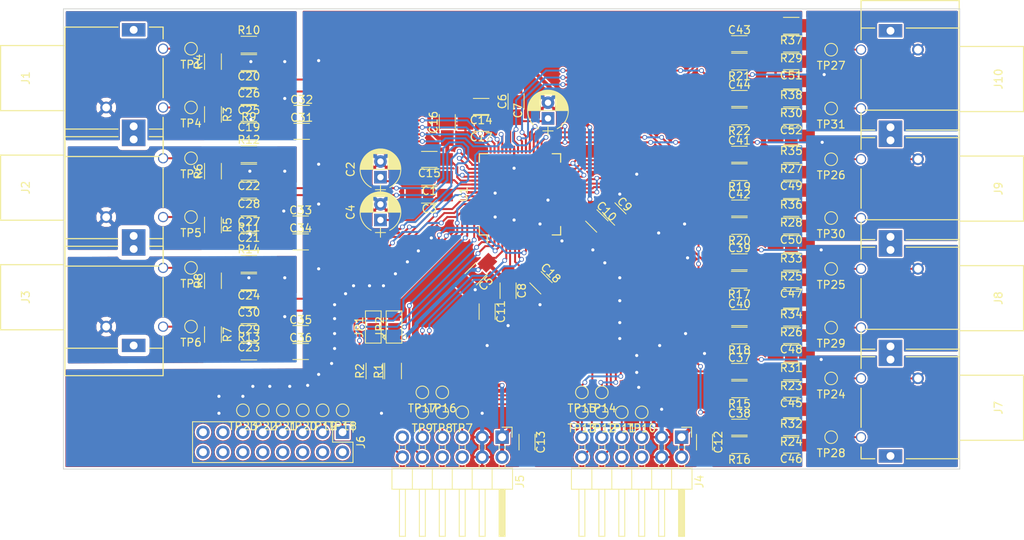
<source format=kicad_pcb>
(kicad_pcb (version 4) (host pcbnew 4.0.7)
  (layers (0 F.Cu signal) (31 B.Cu signal hide) (34 B.Paste user) (35 F.Paste user) (36 B.SilkS user) (37 F.SilkS user) (38 B.Mask user) (39 F.Mask user) (44 Edge.Cuts user))
  (net 0 "")
  (net 1 "Net-(C1-Pad1)")
  (net 2 "Net-(C3-Pad1)")
  (net 3 +3V3)
  (net 4 GND)
  (net 5 "Net-(C6-Pad1)")
  (net 6 "Net-(C19-Pad1)")
  (net 7 "/ADC input filter/Channel_1+_filtered")
  (net 8 "Net-(C20-Pad1)")
  (net 9 "/ADC input filter/Channel_2+_filtered")
  (net 10 "Net-(C21-Pad1)")
  (net 11 "/ADC input filter/Channel_3+_filtered")
  (net 12 "Net-(C22-Pad1)")
  (net 13 "/ADC input filter/Channel_4+_filtered")
  (net 14 "Net-(C23-Pad1)")
  (net 15 "/ADC input filter/Channel_5+_filtered")
  (net 16 "Net-(C24-Pad1)")
  (net 17 "/ADC input filter/Channel_6+_filtered")
  (net 18 "/ADC input filter/Channel_1-2_Com")
  (net 19 "/ADC input filter/Channel_3-4_Com")
  (net 20 "/ADC input filter/Channel_5-6_Com")
  (net 21 "/ADC input filter/Channel_1-_filtered")
  (net 22 "/ADC input filter/Channel_2-_filtered")
  (net 23 "/ADC input filter/Channel_3-_filtered")
  (net 24 "/ADC input filter/Channel_4-_filtered")
  (net 25 "/ADC input filter/Channel_5-_filtered")
  (net 26 "/ADC input filter/Channel_6-_filtered")
  (net 27 "/DAC output filter/Channel_1+")
  (net 28 "Net-(C37-Pad2)")
  (net 29 "/DAC output filter/Channel_2+")
  (net 30 "Net-(C38-Pad2)")
  (net 31 "/DAC output filter/Channel_3+")
  (net 32 "Net-(C39-Pad2)")
  (net 33 "/DAC output filter/Channel_4+")
  (net 34 "Net-(C40-Pad2)")
  (net 35 "/DAC output filter/Channel_5+")
  (net 36 "Net-(C41-Pad2)")
  (net 37 "/DAC output filter/Channel_6+")
  (net 38 "Net-(C42-Pad2)")
  (net 39 "/DAC output filter/Channel_7+")
  (net 40 "Net-(C43-Pad2)")
  (net 41 "/DAC output filter/Channel_8+")
  (net 42 "Net-(C44-Pad2)")
  (net 43 "/DAC output filter/Channel_1+fitlered")
  (net 44 "/DAC output filter/Channel_2+_fitlered")
  (net 45 "/DAC output filter/Channel_3+_fitlered")
  (net 46 "/DAC output filter/Channel_4+_fitlered")
  (net 47 "/DAC output filter/Channel_5+_fitlered")
  (net 48 "/DAC output filter/Channel_6+_fitlered")
  (net 49 "/DAC output filter/Channel_7+_fitlered")
  (net 50 "/DAC output filter/Channel_8+_fitlered")
  (net 51 "/ADC input filter/Channel_1")
  (net 52 "/ADC input filter/Channel_2")
  (net 53 "/ADC input filter/Channel_3")
  (net 54 "/ADC input filter/Channel_4")
  (net 55 "/ADC input filter/Channel_5")
  (net 56 "/ADC input filter/Channel_6")
  (net 57 /DAC_SDIN1)
  (net 58 /DAC_SDIN2)
  (net 59 /DAC_SDIN3)
  (net 60 /DAC_SDIN4)
  (net 61 /DAC_LRCK)
  (net 62 /DAC_SCLK)
  (net 63 /ADC_SDOUT1)
  (net 64 /ADC_SDOUT2)
  (net 65 /ADC_SDOUT3)
  (net 66 /ADC_LRCK)
  (net 67 /ADC_SCLK)
  (net 68 /SDA)
  (net 69 /SCL)
  (net 70 /INT)
  (net 71 /MUTEC)
  (net 72 /~RST)
  (net 73 /MCLK)
  (net 74 "/DAC output filter/Channel_1-")
  (net 75 "/DAC output filter/Channel_3-")
  (net 76 "/DAC output filter/Channel_5-")
  (net 77 "/DAC output filter/Channel_7-")
  (net 78 "Net-(JP1-Pad2)")
  (net 79 "Net-(JP2-Pad2)")
  (module Connectors:PJRAS1X2S01AUX (layer F.Cu) (at 104.34 105.35 270)
    (fp_text reference J2 (at 0 5 270) (layer F.SilkS))
    (fp_text value "Channel IN 3-4")
    (pad 1 thru_hole circle (at 3.75 -12.5 270) (size 1.3 1.3) (drill 1) (layers *.Cu *.Mask) (net 53 "/ADC input filter/Channel_3"))
    (pad 2 thru_hole circle (at -3.75 -12.5 270) (size 1.3 1.3) (drill 1) (layers *.Cu *.Mask) (net 54 "/ADC input filter/Channel_4"))
    (pad 3 thru_hole circle (at 3.75 -5.25 270) (size 1.5 1.5) (drill 1) (layers *.Cu *.Mask) (net 19 "/ADC input filter/Channel_3-4_Com"))
    (pad "" np_thru_hole rect (at -6.15 -8.75 270) (size 1.7 3) (drill 1) (layers *.Cu *.Mask))
    (pad "" np_thru_hole rect (at 6.15 -8.75 270) (size 1.7 3) (drill 1) (layers *.Cu *.Mask))
  )
  (module Capacitors_SMD:C_1206_HandSoldering (layer F.Cu) (at 157.353 94.996 180)
    (fp_text reference C14 (at 0 -1.75 180) (layer F.SilkS))
    (fp_text value 100n)
    (pad 1 smd rect (at -2 0 180) (size 2 1.6) (layers F.Cu F.Paste F.Mask) (net 3 +3V3))
    (pad 2 smd rect (at 2 0 180) (size 2 1.6) (layers F.Cu F.Paste F.Mask) (net 4 GND))
  )
  (module Capacitors_SMD:C_1206_HandSoldering (layer F.Cu) (at 172.085 109.601 315)
    (fp_text reference C10 (at 0 -1.75 315) (layer F.SilkS))
    (fp_text value 10n)
    (pad 1 smd rect (at -2 0 315) (size 2 1.6) (layers F.Cu F.Paste F.Mask) (net 3 +3V3))
    (pad 2 smd rect (at 2 0 315) (size 2 1.6) (layers F.Cu F.Paste F.Mask) (net 4 GND))
  )
  (module Capacitors_THT:CP_Radial_D5.0mm_P2.00mm (layer F.Cu) (at 165.862 96.52 90)
    (fp_text reference C7 (at 1 -3.81 90) (layer F.SilkS))
    (fp_text value 4.7u)
    (pad 1 thru_hole rect (at 0 0 90) (size 1.6 1.6) (drill 0.8) (layers *.Cu *.Mask) (net 5 "Net-(C6-Pad1)"))
    (pad 2 thru_hole circle (at 2 0 90) (size 1.6 1.6) (drill 0.8) (layers *.Cu *.Mask) (net 4 GND))
  )
  (module Capacitors_THT:CP_Radial_D5.0mm_P2.00mm (layer F.Cu) (at 144.526 109.474 90)
    (fp_text reference C4 (at 1 -3.81 90) (layer F.SilkS))
    (fp_text value 22u)
    (pad 1 thru_hole rect (at 0 0 90) (size 1.6 1.6) (drill 0.8) (layers *.Cu *.Mask) (net 2 "Net-(C3-Pad1)"))
    (pad 2 thru_hole circle (at 2 0 90) (size 1.6 1.6) (drill 0.8) (layers *.Cu *.Mask) (net 4 GND))
  )
  (module Capacitors_THT:CP_Radial_D5.0mm_P2.00mm (layer F.Cu) (at 144.526 104.013 90)
    (fp_text reference C2 (at 1 -3.81 90) (layer F.SilkS))
    (fp_text value 100u)
    (pad 1 thru_hole rect (at 0 0 90) (size 1.6 1.6) (drill 0.8) (layers *.Cu *.Mask) (net 1 "Net-(C1-Pad1)"))
    (pad 2 thru_hole circle (at 2 0 90) (size 1.6 1.6) (drill 0.8) (layers *.Cu *.Mask) (net 4 GND))
  )
  (module Jumper:SolderJumper-3_P1.3mm_Open_Pad1.0x1.5mm (layer F.Cu) (at 146.2532 123.1138 90)
    (fp_text reference JP2 (at 0 -1.8 90) (layer F.SilkS))
    (fp_text value AD1)
    (pad 3 smd rect (at 1.3 0 90) (size 1 1.5) (layers F.Cu F.Mask) (net 4 GND))
    (pad 2 smd rect (at 0 0 90) (size 1 1.5) (layers F.Cu F.Mask) (net 79 "Net-(JP2-Pad2)"))
    (pad 1 smd rect (at -1.3 0 90) (size 1 1.5) (layers F.Cu F.Mask) (net 3 +3V3))
  )
  (module Jumper:SolderJumper-3_P1.3mm_Open_Pad1.0x1.5mm (layer F.Cu) (at 143.6116 123.1138 90)
    (fp_text reference JP1 (at 0 -1.8 90) (layer F.SilkS))
    (fp_text value AD0)
    (pad 3 smd rect (at 1.3 0 90) (size 1 1.5) (layers F.Cu F.Mask) (net 4 GND))
    (pad 2 smd rect (at 0 0 90) (size 1 1.5) (layers F.Cu F.Mask) (net 78 "Net-(JP1-Pad2)"))
    (pad 1 smd rect (at -1.3 0 90) (size 1 1.5) (layers F.Cu F.Mask) (net 3 +3V3))
  )
  (module Pin_Headers:Pin_Header_Straight_2x08_Pitch2.54mm (layer F.Cu) (at 139.7 136.525 270)
    (fp_text reference J6 (at 1.27 -2.33 270) (layer F.SilkS))
    (fp_text value Conn_Input)
    (pad 1 thru_hole rect (at 0 0 270) (size 1.7 1.7) (drill 1) (layers *.Cu *.Mask) (net 68 /SDA))
    (pad 2 thru_hole oval (at 2.54 0 270) (size 1.7 1.7) (drill 1) (layers *.Cu *.Mask))
    (pad 3 thru_hole oval (at 0 2.54 270) (size 1.7 1.7) (drill 1) (layers *.Cu *.Mask) (net 69 /SCL))
    (pad 4 thru_hole oval (at 2.54 2.54 270) (size 1.7 1.7) (drill 1) (layers *.Cu *.Mask))
    (pad 5 thru_hole oval (at 0 5.08 270) (size 1.7 1.7) (drill 1) (layers *.Cu *.Mask) (net 70 /INT))
    (pad 6 thru_hole oval (at 2.54 5.08 270) (size 1.7 1.7) (drill 1) (layers *.Cu *.Mask))
    (pad 7 thru_hole oval (at 0 7.62 270) (size 1.7 1.7) (drill 1) (layers *.Cu *.Mask) (net 71 /MUTEC))
    (pad 8 thru_hole oval (at 2.54 7.62 270) (size 1.7 1.7) (drill 1) (layers *.Cu *.Mask))
    (pad 9 thru_hole oval (at 0 10.16 270) (size 1.7 1.7) (drill 1) (layers *.Cu *.Mask) (net 72 /~RST))
    (pad 10 thru_hole oval (at 2.54 10.16 270) (size 1.7 1.7) (drill 1) (layers *.Cu *.Mask))
    (pad 11 thru_hole oval (at 0 12.7 270) (size 1.7 1.7) (drill 1) (layers *.Cu *.Mask) (net 73 /MCLK))
    (pad 12 thru_hole oval (at 2.54 12.7 270) (size 1.7 1.7) (drill 1) (layers *.Cu *.Mask))
    (pad 13 thru_hole oval (at 0 15.24 270) (size 1.7 1.7) (drill 1) (layers *.Cu *.Mask))
    (pad 14 thru_hole oval (at 2.54 15.24 270) (size 1.7 1.7) (drill 1) (layers *.Cu *.Mask))
    (pad 15 thru_hole oval (at 0 17.78 270) (size 1.7 1.7) (drill 1) (layers *.Cu *.Mask))
    (pad 16 thru_hole oval (at 2.54 17.78 270) (size 1.7 1.7) (drill 1) (layers *.Cu *.Mask))
  )
  (module Package_QFP:LQFP-64_10x10mm_P0.5mm (layer F.Cu) (at 162.3 106.2 90)
    (fp_text reference U1 (at 0 -7.2 90) (layer F.SilkS))
    (fp_text value CS42448)
    (pad 1 smd rect (at -5.7 -3.75 90) (size 1 0.25) (layers F.Cu F.Paste F.Mask) (net 78 "Net-(JP1-Pad2)"))
    (pad 2 smd rect (at -5.7 -3.25 90) (size 1 0.25) (layers F.Cu F.Paste F.Mask) (net 79 "Net-(JP2-Pad2)"))
    (pad 3 smd rect (at -5.7 -2.75 90) (size 1 0.25) (layers F.Cu F.Paste F.Mask) (net 72 /~RST))
    (pad 4 smd rect (at -5.7 -2.25 90) (size 1 0.25) (layers F.Cu F.Paste F.Mask) (net 3 +3V3))
    (pad 5 smd rect (at -5.7 -1.75 90) (size 1 0.25) (layers F.Cu F.Paste F.Mask) (net 66 /ADC_LRCK))
    (pad 6 smd rect (at -5.7 -1.25 90) (size 1 0.25) (layers F.Cu F.Paste F.Mask) (net 3 +3V3))
    (pad 7 smd rect (at -5.7 -0.75 90) (size 1 0.25) (layers F.Cu F.Paste F.Mask) (net 4 GND))
    (pad 8 smd rect (at -5.7 -0.25 90) (size 1 0.25) (layers F.Cu F.Paste F.Mask) (net 3 +3V3))
    (pad 9 smd rect (at -5.7 0.25 90) (size 1 0.25) (layers F.Cu F.Paste F.Mask) (net 67 /ADC_SCLK))
    (pad 10 smd rect (at -5.7 0.75 90) (size 1 0.25) (layers F.Cu F.Paste F.Mask) (net 73 /MCLK))
    (pad 11 smd rect (at -5.7 1.25 90) (size 1 0.25) (layers F.Cu F.Paste F.Mask) (net 65 /ADC_SDOUT3))
    (pad 12 smd rect (at -5.7 1.75 90) (size 1 0.25) (layers F.Cu F.Paste F.Mask) (net 64 /ADC_SDOUT2))
    (pad 13 smd rect (at -5.7 2.25 90) (size 1 0.25) (layers F.Cu F.Paste F.Mask) (net 63 /ADC_SDOUT1))
    (pad 14 smd rect (at -5.7 2.75 90) (size 1 0.25) (layers F.Cu F.Paste F.Mask) (net 60 /DAC_SDIN4))
    (pad 15 smd rect (at -5.7 3.25 90) (size 1 0.25) (layers F.Cu F.Paste F.Mask) (net 59 /DAC_SDIN3))
    (pad 16 smd rect (at -5.7 3.75 90) (size 1 0.25) (layers F.Cu F.Paste F.Mask) (net 58 /DAC_SDIN2))
    (pad 17 smd rect (at -3.75 5.7 180) (size 1 0.25) (layers F.Cu F.Paste F.Mask) (net 57 /DAC_SDIN1))
    (pad 18 smd rect (at -3.25 5.7 180) (size 1 0.25) (layers F.Cu F.Paste F.Mask) (net 62 /DAC_SCLK))
    (pad 19 smd rect (at -2.75 5.7 180) (size 1 0.25) (layers F.Cu F.Paste F.Mask) (net 61 /DAC_LRCK))
    (pad 20 smd rect (at -2.25 5.7 180) (size 1 0.25) (layers F.Cu F.Paste F.Mask))
    (pad 21 smd rect (at -1.75 5.7 180) (size 1 0.25) (layers F.Cu F.Paste F.Mask))
    (pad 22 smd rect (at -1.25 5.7 180) (size 1 0.25) (layers F.Cu F.Paste F.Mask))
    (pad 23 smd rect (at -0.75 5.7 180) (size 1 0.25) (layers F.Cu F.Paste F.Mask) (net 4 GND))
    (pad 24 smd rect (at -0.25 5.7 180) (size 1 0.25) (layers F.Cu F.Paste F.Mask) (net 3 +3V3))
    (pad 25 smd rect (at 0.25 5.7 180) (size 1 0.25) (layers F.Cu F.Paste F.Mask) (net 74 "/DAC output filter/Channel_1-"))
    (pad 26 smd rect (at 0.75 5.7 180) (size 1 0.25) (layers F.Cu F.Paste F.Mask) (net 27 "/DAC output filter/Channel_1+"))
    (pad 27 smd rect (at 1.25 5.7 180) (size 1 0.25) (layers F.Cu F.Paste F.Mask) (net 29 "/DAC output filter/Channel_2+"))
    (pad 28 smd rect (at 1.75 5.7 180) (size 1 0.25) (layers F.Cu F.Paste F.Mask) (net 74 "/DAC output filter/Channel_1-"))
    (pad 29 smd rect (at 2.25 5.7 180) (size 1 0.25) (layers F.Cu F.Paste F.Mask) (net 75 "/DAC output filter/Channel_3-"))
    (pad 30 smd rect (at 2.75 5.7 180) (size 1 0.25) (layers F.Cu F.Paste F.Mask) (net 31 "/DAC output filter/Channel_3+"))
    (pad 31 smd rect (at 3.25 5.7 180) (size 1 0.25) (layers F.Cu F.Paste F.Mask) (net 33 "/DAC output filter/Channel_4+"))
    (pad 32 smd rect (at 3.75 5.7 180) (size 1 0.25) (layers F.Cu F.Paste F.Mask) (net 75 "/DAC output filter/Channel_3-"))
    (pad 33 smd rect (at 5.7 3.75 90) (size 1 0.25) (layers F.Cu F.Paste F.Mask) (net 76 "/DAC output filter/Channel_5-"))
    (pad 34 smd rect (at 5.7 3.25 90) (size 1 0.25) (layers F.Cu F.Paste F.Mask) (net 35 "/DAC output filter/Channel_5+"))
    (pad 35 smd rect (at 5.7 2.75 90) (size 1 0.25) (layers F.Cu F.Paste F.Mask) (net 71 /MUTEC))
    (pad 36 smd rect (at 5.7 2.25 90) (size 1 0.25) (layers F.Cu F.Paste F.Mask) (net 37 "/DAC output filter/Channel_6+"))
    (pad 37 smd rect (at 5.7 1.75 90) (size 1 0.25) (layers F.Cu F.Paste F.Mask) (net 76 "/DAC output filter/Channel_5-"))
    (pad 38 smd rect (at 5.7 1.25 90) (size 1 0.25) (layers F.Cu F.Paste F.Mask) (net 77 "/DAC output filter/Channel_7-"))
    (pad 39 smd rect (at 5.7 0.75 90) (size 1 0.25) (layers F.Cu F.Paste F.Mask) (net 39 "/DAC output filter/Channel_7+"))
    (pad 40 smd rect (at 5.7 0.25 90) (size 1 0.25) (layers F.Cu F.Paste F.Mask) (net 41 "/DAC output filter/Channel_8+"))
    (pad 41 smd rect (at 5.7 -0.25 90) (size 1 0.25) (layers F.Cu F.Paste F.Mask) (net 77 "/DAC output filter/Channel_7-"))
    (pad 42 smd rect (at 5.7 -0.75 90) (size 1 0.25) (layers F.Cu F.Paste F.Mask) (net 4 GND))
    (pad 43 smd rect (at 5.7 -1.25 90) (size 1 0.25) (layers F.Cu F.Paste F.Mask) (net 5 "Net-(C6-Pad1)"))
    (pad 44 smd rect (at 5.7 -1.75 90) (size 1 0.25) (layers F.Cu F.Paste F.Mask) (net 3 +3V3))
    (pad 45 smd rect (at 5.7 -2.25 90) (size 1 0.25) (layers F.Cu F.Paste F.Mask) (net 21 "/ADC input filter/Channel_1-_filtered"))
    (pad 46 smd rect (at 5.7 -2.75 90) (size 1 0.25) (layers F.Cu F.Paste F.Mask) (net 7 "/ADC input filter/Channel_1+_filtered"))
    (pad 47 smd rect (at 5.7 -3.25 90) (size 1 0.25) (layers F.Cu F.Paste F.Mask) (net 22 "/ADC input filter/Channel_2-_filtered"))
    (pad 48 smd rect (at 5.7 -3.75 90) (size 1 0.25) (layers F.Cu F.Paste F.Mask) (net 9 "/ADC input filter/Channel_2+_filtered"))
    (pad 49 smd rect (at 3.75 -5.7 180) (size 1 0.25) (layers F.Cu F.Paste F.Mask) (net 23 "/ADC input filter/Channel_3-_filtered"))
    (pad 50 smd rect (at 3.25 -5.7 180) (size 1 0.25) (layers F.Cu F.Paste F.Mask) (net 11 "/ADC input filter/Channel_3+_filtered"))
    (pad 51 smd rect (at 2.75 -5.7 180) (size 1 0.25) (layers F.Cu F.Paste F.Mask) (net 24 "/ADC input filter/Channel_4-_filtered"))
    (pad 52 smd rect (at 2.25 -5.7 180) (size 1 0.25) (layers F.Cu F.Paste F.Mask) (net 13 "/ADC input filter/Channel_4+_filtered"))
    (pad 53 smd rect (at 1.75 -5.7 180) (size 1 0.25) (layers F.Cu F.Paste F.Mask) (net 3 +3V3))
    (pad 54 smd rect (at 1.25 -5.7 180) (size 1 0.25) (layers F.Cu F.Paste F.Mask) (net 1 "Net-(C1-Pad1)"))
    (pad 55 smd rect (at 0.75 -5.7 180) (size 1 0.25) (layers F.Cu F.Paste F.Mask) (net 2 "Net-(C3-Pad1)"))
    (pad 56 smd rect (at 0.25 -5.7 180) (size 1 0.25) (layers F.Cu F.Paste F.Mask) (net 4 GND))
    (pad 57 smd rect (at -0.25 -5.7 180) (size 1 0.25) (layers F.Cu F.Paste F.Mask) (net 25 "/ADC input filter/Channel_5-_filtered"))
    (pad 58 smd rect (at -0.75 -5.7 180) (size 1 0.25) (layers F.Cu F.Paste F.Mask) (net 15 "/ADC input filter/Channel_5+_filtered"))
    (pad 59 smd rect (at -1.25 -5.7 180) (size 1 0.25) (layers F.Cu F.Paste F.Mask) (net 26 "/ADC input filter/Channel_6-_filtered"))
    (pad 60 smd rect (at -1.75 -5.7 180) (size 1 0.25) (layers F.Cu F.Paste F.Mask) (net 17 "/ADC input filter/Channel_6+_filtered"))
    (pad 61 smd rect (at -2.25 -5.7 180) (size 1 0.25) (layers F.Cu F.Paste F.Mask) (net 70 /INT))
    (pad 62 smd rect (at -2.75 -5.7 180) (size 1 0.25) (layers F.Cu F.Paste F.Mask) (net 4 GND))
    (pad 63 smd rect (at -3.25 -5.7 180) (size 1 0.25) (layers F.Cu F.Paste F.Mask) (net 69 /SCL))
    (pad 64 smd rect (at -3.75 -5.7 180) (size 1 0.25) (layers F.Cu F.Paste F.Mask) (net 68 /SDA))
  )
  (module Connectors:PINTST (layer F.Cu) (at 201.93 95.25)
    (fp_text reference TP31 (at 0 2.032) (layer F.SilkS))
    (fp_text value "OUT 8")
    (pad 1 smd circle (at 0 0) (size 1.143 1.143) (layers F.Cu F.Paste F.Mask) (net 50 "/DAC output filter/Channel_8+_fitlered"))
  )
  (module Connectors:PINTST (layer F.Cu) (at 201.93 109.22)
    (fp_text reference TP30 (at 0 2.032) (layer F.SilkS))
    (fp_text value "OUT 6")
    (pad 1 smd circle (at 0 0) (size 1.143 1.143) (layers F.Cu F.Paste F.Mask) (net 48 "/DAC output filter/Channel_6+_fitlered"))
  )
  (module Connectors:PINTST (layer F.Cu) (at 201.93 123.19)
    (fp_text reference TP29 (at 0 2.032) (layer F.SilkS))
    (fp_text value "OUT 4")
    (pad 1 smd circle (at 0 0) (size 1.143 1.143) (layers F.Cu F.Paste F.Mask) (net 46 "/DAC output filter/Channel_4+_fitlered"))
  )
  (module Connectors:PINTST (layer F.Cu) (at 201.93 137.159996)
    (fp_text reference TP28 (at 0 2.032) (layer F.SilkS))
    (fp_text value "OUT 2")
    (pad 1 smd circle (at 0 0) (size 1.143 1.143) (layers F.Cu F.Paste F.Mask) (net 44 "/DAC output filter/Channel_2+_fitlered"))
  )
  (module Connectors:PINTST (layer F.Cu) (at 201.93 87.757)
    (fp_text reference TP27 (at 0 2.032) (layer F.SilkS))
    (fp_text value "OUT 7")
    (pad 1 smd circle (at 0 0) (size 1.143 1.143) (layers F.Cu F.Paste F.Mask) (net 49 "/DAC output filter/Channel_7+_fitlered"))
  )
  (module Connectors:PINTST (layer F.Cu) (at 201.93 101.727)
    (fp_text reference TP26 (at 0 2.032) (layer F.SilkS))
    (fp_text value "OUT 5")
    (pad 1 smd circle (at 0 0) (size 1.143 1.143) (layers F.Cu F.Paste F.Mask) (net 47 "/DAC output filter/Channel_5+_fitlered"))
  )
  (module Connectors:PINTST (layer F.Cu) (at 201.93 115.697)
    (fp_text reference TP25 (at 0 2.032) (layer F.SilkS))
    (fp_text value "OUT 3")
    (pad 1 smd circle (at 0 0) (size 1.143 1.143) (layers F.Cu F.Paste F.Mask) (net 45 "/DAC output filter/Channel_3+_fitlered"))
  )
  (module Connectors:PINTST (layer F.Cu) (at 201.93 129.667)
    (fp_text reference TP24 (at 0 2.032) (layer F.SilkS))
    (fp_text value "OUT 1")
    (pad 1 smd circle (at 0 0) (size 1.143 1.143) (layers F.Cu F.Paste F.Mask) (net 43 "/DAC output filter/Channel_1+fitlered"))
  )
  (module Connectors:PINTST (layer F.Cu) (at 127 133.731)
    (fp_text reference TP23 (at 0 2.032) (layer F.SilkS))
    (fp_text value MCLK)
    (pad 1 smd circle (at 0 0) (size 1.143 1.143) (layers F.Cu F.Paste F.Mask) (net 73 /MCLK))
  )
  (module Connectors:PINTST (layer F.Cu) (at 129.54 133.731)
    (fp_text reference TP22 (at 0 2.032) (layer F.SilkS))
    (fp_text value ~RST)
    (pad 1 smd circle (at 0 0) (size 1.143 1.143) (layers F.Cu F.Paste F.Mask) (net 72 /~RST))
  )
  (module Connectors:PINTST (layer F.Cu) (at 132.08 133.731)
    (fp_text reference TP21 (at 0 2.032) (layer F.SilkS))
    (fp_text value MUTEC)
    (pad 1 smd circle (at 0 0) (size 1.143 1.143) (layers F.Cu F.Paste F.Mask) (net 71 /MUTEC))
  )
  (module Connectors:PINTST (layer F.Cu) (at 134.62 133.731)
    (fp_text reference TP20 (at 0 2.032) (layer F.SilkS))
    (fp_text value INT)
    (pad 1 smd circle (at 0 0) (size 1.143 1.143) (layers F.Cu F.Paste F.Mask) (net 70 /INT))
  )
  (module Connectors:PINTST (layer F.Cu) (at 137.16 133.731)
    (fp_text reference TP19 (at 0 2.032) (layer F.SilkS))
    (fp_text value SCL)
    (pad 1 smd circle (at 0 0) (size 1.143 1.143) (layers F.Cu F.Paste F.Mask) (net 69 /SCL))
  )
  (module Connectors:PINTST (layer F.Cu) (at 139.7 133.731)
    (fp_text reference TP18 (at 0 2.032) (layer F.SilkS))
    (fp_text value SDA)
    (pad 1 smd circle (at 0 0) (size 1.143 1.143) (layers F.Cu F.Paste F.Mask) (net 68 /SDA))
  )
  (module Connectors:PINTST (layer F.Cu) (at 149.86 131.445)
    (fp_text reference TP17 (at 0 2.032) (layer F.SilkS))
    (fp_text value ADC_LRCK)
    (pad 1 smd circle (at 0 0) (size 1.143 1.143) (layers F.Cu F.Paste F.Mask) (net 66 /ADC_LRCK))
  )
  (module Connectors:PINTST (layer F.Cu) (at 152.4 131.445)
    (fp_text reference TP16 (at 0 2.032) (layer F.SilkS))
    (fp_text value ADC_SCLK)
    (pad 1 smd circle (at 0 0) (size 1.143 1.143) (layers F.Cu F.Paste F.Mask) (net 67 /ADC_SCLK))
  )
  (module Connectors:PINTST (layer F.Cu) (at 170.18 131.445)
    (fp_text reference TP15 (at 0 2.032) (layer F.SilkS))
    (fp_text value DAC_LRCK)
    (pad 1 smd circle (at 0 0) (size 1.143 1.143) (layers F.Cu F.Paste F.Mask) (net 61 /DAC_LRCK))
  )
  (module Connectors:PINTST (layer F.Cu) (at 172.72 131.445)
    (fp_text reference TP14 (at 0 2.032) (layer F.SilkS))
    (fp_text value DAC_SCLK)
    (pad 1 smd circle (at 0 0) (size 1.143 1.143) (layers F.Cu F.Paste F.Mask) (net 62 /DAC_SCLK))
  )
  (module Connectors:PINTST (layer F.Cu) (at 170.18 133.985)
    (fp_text reference TP13 (at 0 2.032) (layer F.SilkS))
    (fp_text value DAC_SDIN4)
    (pad 1 smd circle (at 0 0) (size 1.143 1.143) (layers F.Cu F.Paste F.Mask) (net 60 /DAC_SDIN4))
  )
  (module Connectors:PINTST (layer F.Cu) (at 172.72 133.985)
    (fp_text reference TP12 (at 0 2.032) (layer F.SilkS))
    (fp_text value DAC_SDIN3)
    (pad 1 smd circle (at 0 0) (size 1.143 1.143) (layers F.Cu F.Paste F.Mask) (net 59 /DAC_SDIN3))
  )
  (module Connectors:PINTST (layer F.Cu) (at 175.26 133.985)
    (fp_text reference TP11 (at 0 2.032) (layer F.SilkS))
    (fp_text value DAC_SDIN2)
    (pad 1 smd circle (at 0 0) (size 1.143 1.143) (layers F.Cu F.Paste F.Mask) (net 58 /DAC_SDIN2))
  )
  (module Connectors:PINTST (layer F.Cu) (at 177.8 133.985)
    (fp_text reference TP10 (at 0 2.032) (layer F.SilkS))
    (fp_text value DAC_SDIN1)
    (pad 1 smd circle (at 0 0) (size 1.143 1.143) (layers F.Cu F.Paste F.Mask) (net 57 /DAC_SDIN1))
  )
  (module Connectors:PINTST (layer F.Cu) (at 149.86 133.985)
    (fp_text reference TP9 (at 0 2.032) (layer F.SilkS))
    (fp_text value ADC_SDOUT3)
    (pad 1 smd circle (at 0 0) (size 1.143 1.143) (layers F.Cu F.Paste F.Mask) (net 65 /ADC_SDOUT3))
  )
  (module Connectors:PINTST (layer F.Cu) (at 152.4 133.985)
    (fp_text reference TP8 (at 0 2.032) (layer F.SilkS))
    (fp_text value ADC_SDOUT2)
    (pad 1 smd circle (at 0 0) (size 1.143 1.143) (layers F.Cu F.Paste F.Mask) (net 64 /ADC_SDOUT2))
  )
  (module Connectors:PINTST (layer F.Cu) (at 154.94 133.985)
    (fp_text reference TP7 (at 0 2.032) (layer F.SilkS))
    (fp_text value ADC_SDOUT1)
    (pad 1 smd circle (at 0 0) (size 1.143 1.143) (layers F.Cu F.Paste F.Mask) (net 63 /ADC_SDOUT1))
  )
  (module Connectors:PINTST (layer F.Cu) (at 120.396 123.063)
    (fp_text reference TP6 (at 0 2.032) (layer F.SilkS))
    (fp_text value "IN 5")
    (pad 1 smd circle (at 0 0) (size 1.143 1.143) (layers F.Cu F.Paste F.Mask) (net 55 "/ADC input filter/Channel_5"))
  )
  (module Connectors:PINTST (layer F.Cu) (at 120.396 109.093)
    (fp_text reference TP5 (at 0 2.032) (layer F.SilkS))
    (fp_text value "IN 3")
    (pad 1 smd circle (at 0 0) (size 1.143 1.143) (layers F.Cu F.Paste F.Mask) (net 53 "/ADC input filter/Channel_3"))
  )
  (module Connectors:PINTST (layer F.Cu) (at 120.396 95.123)
    (fp_text reference TP4 (at 0 2.032) (layer F.SilkS))
    (fp_text value "IN 1")
    (pad 1 smd circle (at 0 0) (size 1.143 1.143) (layers F.Cu F.Paste F.Mask) (net 51 "/ADC input filter/Channel_1"))
  )
  (module Connectors:PINTST (layer F.Cu) (at 120.396 115.57)
    (fp_text reference TP3 (at 0 2.032) (layer F.SilkS))
    (fp_text value "IN 6")
    (pad 1 smd circle (at 0 0) (size 1.143 1.143) (layers F.Cu F.Paste F.Mask) (net 56 "/ADC input filter/Channel_6"))
  )
  (module Connectors:PINTST (layer F.Cu) (at 120.396 101.6)
    (fp_text reference TP2 (at 0 2.032) (layer F.SilkS))
    (fp_text value "IN 4")
    (pad 1 smd circle (at 0 0) (size 1.143 1.143) (layers F.Cu F.Paste F.Mask) (net 54 "/ADC input filter/Channel_4"))
  )
  (module Connectors:PINTST (layer F.Cu) (at 120.396 87.63)
    (fp_text reference TP1 (at 0 2.032) (layer F.SilkS))
    (fp_text value "IN 2")
    (pad 1 smd circle (at 0 0) (size 1.143 1.143) (layers F.Cu F.Paste F.Mask) (net 52 "/ADC input filter/Channel_2"))
  )
  (module Resistors_SMD:R_1206_HandSoldering (layer F.Cu) (at 196.85 91.694 180)
    (fp_text reference R38 (at 0 -1.85 180) (layer F.SilkS))
    (fp_text value 47k)
    (pad 1 smd rect (at -2 0 180) (size 2 1.7) (layers F.Cu F.Paste F.Mask) (net 50 "/DAC output filter/Channel_8+_fitlered"))
    (pad 2 smd rect (at 2 0 180) (size 2 1.7) (layers F.Cu F.Paste F.Mask) (net 4 GND))
  )
  (module Resistors_SMD:R_1206_HandSoldering (layer F.Cu) (at 196.85 84.709 180)
    (fp_text reference R37 (at 0 -1.85 180) (layer F.SilkS))
    (fp_text value 47k)
    (pad 1 smd rect (at -2 0 180) (size 2 1.7) (layers F.Cu F.Paste F.Mask) (net 49 "/DAC output filter/Channel_7+_fitlered"))
    (pad 2 smd rect (at 2 0 180) (size 2 1.7) (layers F.Cu F.Paste F.Mask) (net 4 GND))
  )
  (module Resistors_SMD:R_1206_HandSoldering (layer F.Cu) (at 196.85 105.664 180)
    (fp_text reference R36 (at 0 -1.85 180) (layer F.SilkS))
    (fp_text value 47k)
    (pad 1 smd rect (at -2 0 180) (size 2 1.7) (layers F.Cu F.Paste F.Mask) (net 48 "/DAC output filter/Channel_6+_fitlered"))
    (pad 2 smd rect (at 2 0 180) (size 2 1.7) (layers F.Cu F.Paste F.Mask) (net 4 GND))
  )
  (module Resistors_SMD:R_1206_HandSoldering (layer F.Cu) (at 196.85 98.806 180)
    (fp_text reference R35 (at 0 -1.85 180) (layer F.SilkS))
    (fp_text value 47k)
    (pad 1 smd rect (at -2 0 180) (size 2 1.7) (layers F.Cu F.Paste F.Mask) (net 47 "/DAC output filter/Channel_5+_fitlered"))
    (pad 2 smd rect (at 2 0 180) (size 2 1.7) (layers F.Cu F.Paste F.Mask) (net 4 GND))
  )
  (module Resistors_SMD:R_1206_HandSoldering (layer F.Cu) (at 196.85 119.634 180)
    (fp_text reference R34 (at 0 -1.85 180) (layer F.SilkS))
    (fp_text value 47k)
    (pad 1 smd rect (at -2 0 180) (size 2 1.7) (layers F.Cu F.Paste F.Mask) (net 46 "/DAC output filter/Channel_4+_fitlered"))
    (pad 2 smd rect (at 2 0 180) (size 2 1.7) (layers F.Cu F.Paste F.Mask) (net 4 GND))
  )
  (module Resistors_SMD:R_1206_HandSoldering (layer F.Cu) (at 196.85 112.522 180)
    (fp_text reference R33 (at 0 -1.85 180) (layer F.SilkS))
    (fp_text value 47k)
    (pad 1 smd rect (at -2 0 180) (size 2 1.7) (layers F.Cu F.Paste F.Mask) (net 45 "/DAC output filter/Channel_3+_fitlered"))
    (pad 2 smd rect (at 2 0 180) (size 2 1.7) (layers F.Cu F.Paste F.Mask) (net 4 GND))
  )
  (module Resistors_SMD:R_1206_HandSoldering (layer F.Cu) (at 196.85 133.604 180)
    (fp_text reference R32 (at 0 -1.85 180) (layer F.SilkS))
    (fp_text value 47k)
    (pad 1 smd rect (at -2 0 180) (size 2 1.7) (layers F.Cu F.Paste F.Mask) (net 44 "/DAC output filter/Channel_2+_fitlered"))
    (pad 2 smd rect (at 2 0 180) (size 2 1.7) (layers F.Cu F.Paste F.Mask) (net 4 GND))
  )
  (module Resistors_SMD:R_1206_HandSoldering (layer F.Cu) (at 196.85 126.492 180)
    (fp_text reference R31 (at 0 -1.85 180) (layer F.SilkS))
    (fp_text value 47k)
    (pad 1 smd rect (at -2 0 180) (size 2 1.7) (layers F.Cu F.Paste F.Mask) (net 43 "/DAC output filter/Channel_1+fitlered"))
    (pad 2 smd rect (at 2 0 180) (size 2 1.7) (layers F.Cu F.Paste F.Mask) (net 4 GND))
  )
  (module Resistors_SMD:R_1206_HandSoldering (layer F.Cu) (at 196.85 93.98 180)
    (fp_text reference R30 (at 0 -1.85 180) (layer F.SilkS))
    (fp_text value 560)
    (pad 1 smd rect (at -2 0 180) (size 2 1.7) (layers F.Cu F.Paste F.Mask) (net 50 "/DAC output filter/Channel_8+_fitlered"))
    (pad 2 smd rect (at 2 0 180) (size 2 1.7) (layers F.Cu F.Paste F.Mask) (net 42 "Net-(C44-Pad2)"))
  )
  (module Resistors_SMD:R_1206_HandSoldering (layer F.Cu) (at 196.85 86.995 180)
    (fp_text reference R29 (at 0 -1.85 180) (layer F.SilkS))
    (fp_text value 560)
    (pad 1 smd rect (at -2 0 180) (size 2 1.7) (layers F.Cu F.Paste F.Mask) (net 49 "/DAC output filter/Channel_7+_fitlered"))
    (pad 2 smd rect (at 2 0 180) (size 2 1.7) (layers F.Cu F.Paste F.Mask) (net 40 "Net-(C43-Pad2)"))
  )
  (module Resistors_SMD:R_1206_HandSoldering (layer F.Cu) (at 196.85 107.95 180)
    (fp_text reference R28 (at 0 -1.85 180) (layer F.SilkS))
    (fp_text value 560)
    (pad 1 smd rect (at -2 0 180) (size 2 1.7) (layers F.Cu F.Paste F.Mask) (net 48 "/DAC output filter/Channel_6+_fitlered"))
    (pad 2 smd rect (at 2 0 180) (size 2 1.7) (layers F.Cu F.Paste F.Mask) (net 38 "Net-(C42-Pad2)"))
  )
  (module Resistors_SMD:R_1206_HandSoldering (layer F.Cu) (at 196.85 101.092 180)
    (fp_text reference R27 (at 0 -1.85 180) (layer F.SilkS))
    (fp_text value 560)
    (pad 1 smd rect (at -2 0 180) (size 2 1.7) (layers F.Cu F.Paste F.Mask) (net 47 "/DAC output filter/Channel_5+_fitlered"))
    (pad 2 smd rect (at 2 0 180) (size 2 1.7) (layers F.Cu F.Paste F.Mask) (net 36 "Net-(C41-Pad2)"))
  )
  (module Resistors_SMD:R_1206_HandSoldering (layer F.Cu) (at 196.85 121.92 180)
    (fp_text reference R26 (at 0 -1.85 180) (layer F.SilkS))
    (fp_text value 560)
    (pad 1 smd rect (at -2 0 180) (size 2 1.7) (layers F.Cu F.Paste F.Mask) (net 46 "/DAC output filter/Channel_4+_fitlered"))
    (pad 2 smd rect (at 2 0 180) (size 2 1.7) (layers F.Cu F.Paste F.Mask) (net 34 "Net-(C40-Pad2)"))
  )
  (module Resistors_SMD:R_1206_HandSoldering (layer F.Cu) (at 196.85 114.808 180)
    (fp_text reference R25 (at 0 -1.85 180) (layer F.SilkS))
    (fp_text value 560)
    (pad 1 smd rect (at -2 0 180) (size 2 1.7) (layers F.Cu F.Paste F.Mask) (net 45 "/DAC output filter/Channel_3+_fitlered"))
    (pad 2 smd rect (at 2 0 180) (size 2 1.7) (layers F.Cu F.Paste F.Mask) (net 32 "Net-(C39-Pad2)"))
  )
  (module Resistors_SMD:R_1206_HandSoldering (layer F.Cu) (at 196.85 135.89 180)
    (fp_text reference R24 (at 0 -1.85 180) (layer F.SilkS))
    (fp_text value 560)
    (pad 1 smd rect (at -2 0 180) (size 2 1.7) (layers F.Cu F.Paste F.Mask) (net 44 "/DAC output filter/Channel_2+_fitlered"))
    (pad 2 smd rect (at 2 0 180) (size 2 1.7) (layers F.Cu F.Paste F.Mask) (net 30 "Net-(C38-Pad2)"))
  )
  (module Resistors_SMD:R_1206_HandSoldering (layer F.Cu) (at 196.85 128.778 180)
    (fp_text reference R23 (at 0 -1.85 180) (layer F.SilkS))
    (fp_text value 560)
    (pad 1 smd rect (at -2 0 180) (size 2 1.7) (layers F.Cu F.Paste F.Mask) (net 43 "/DAC output filter/Channel_1+fitlered"))
    (pad 2 smd rect (at 2 0 180) (size 2 1.7) (layers F.Cu F.Paste F.Mask) (net 28 "Net-(C37-Pad2)"))
  )
  (module Resistors_SMD:R_1206_HandSoldering (layer F.Cu) (at 190.246 96.266 180)
    (fp_text reference R22 (at 0 -1.85 180) (layer F.SilkS))
    (fp_text value 10k)
    (pad 1 smd rect (at -2 0 180) (size 2 1.7) (layers F.Cu F.Paste F.Mask) (net 42 "Net-(C44-Pad2)"))
    (pad 2 smd rect (at 2 0 180) (size 2 1.7) (layers F.Cu F.Paste F.Mask) (net 4 GND))
  )
  (module Resistors_SMD:R_1206_HandSoldering (layer F.Cu) (at 190.246 89.281 180)
    (fp_text reference R21 (at 0 -1.85 180) (layer F.SilkS))
    (fp_text value 10k)
    (pad 1 smd rect (at -2 0 180) (size 2 1.7) (layers F.Cu F.Paste F.Mask) (net 40 "Net-(C43-Pad2)"))
    (pad 2 smd rect (at 2 0 180) (size 2 1.7) (layers F.Cu F.Paste F.Mask) (net 4 GND))
  )
  (module Resistors_SMD:R_1206_HandSoldering (layer F.Cu) (at 190.246 110.236 180)
    (fp_text reference R20 (at 0 -1.85 180) (layer F.SilkS))
    (fp_text value 10k)
    (pad 1 smd rect (at -2 0 180) (size 2 1.7) (layers F.Cu F.Paste F.Mask) (net 38 "Net-(C42-Pad2)"))
    (pad 2 smd rect (at 2 0 180) (size 2 1.7) (layers F.Cu F.Paste F.Mask) (net 4 GND))
  )
  (module Resistors_SMD:R_1206_HandSoldering (layer F.Cu) (at 190.246 103.378 180)
    (fp_text reference R19 (at 0 -1.85 180) (layer F.SilkS))
    (fp_text value 10k)
    (pad 1 smd rect (at -2 0 180) (size 2 1.7) (layers F.Cu F.Paste F.Mask) (net 36 "Net-(C41-Pad2)"))
    (pad 2 smd rect (at 2 0 180) (size 2 1.7) (layers F.Cu F.Paste F.Mask) (net 4 GND))
  )
  (module Resistors_SMD:R_1206_HandSoldering (layer F.Cu) (at 190.246 124.206 180)
    (fp_text reference R18 (at 0 -1.85 180) (layer F.SilkS))
    (fp_text value 10k)
    (pad 1 smd rect (at -2 0 180) (size 2 1.7) (layers F.Cu F.Paste F.Mask) (net 34 "Net-(C40-Pad2)"))
    (pad 2 smd rect (at 2 0 180) (size 2 1.7) (layers F.Cu F.Paste F.Mask) (net 4 GND))
  )
  (module Resistors_SMD:R_1206_HandSoldering (layer F.Cu) (at 190.214 117.094 180)
    (fp_text reference R17 (at 0 -1.85 180) (layer F.SilkS))
    (fp_text value 10k)
    (pad 1 smd rect (at -2 0 180) (size 2 1.7) (layers F.Cu F.Paste F.Mask) (net 32 "Net-(C39-Pad2)"))
    (pad 2 smd rect (at 2 0 180) (size 2 1.7) (layers F.Cu F.Paste F.Mask) (net 4 GND))
  )
  (module Resistors_SMD:R_1206_HandSoldering (layer F.Cu) (at 190.246 138.176 180)
    (fp_text reference R16 (at 0 -1.85 180) (layer F.SilkS))
    (fp_text value 10k)
    (pad 1 smd rect (at -2 0 180) (size 2 1.7) (layers F.Cu F.Paste F.Mask) (net 30 "Net-(C38-Pad2)"))
    (pad 2 smd rect (at 2 0 180) (size 2 1.7) (layers F.Cu F.Paste F.Mask) (net 4 GND))
  )
  (module Resistors_SMD:R_1206_HandSoldering (layer F.Cu) (at 190.246 131.064 180)
    (fp_text reference R15 (at 0 -1.85 180) (layer F.SilkS))
    (fp_text value 10k)
    (pad 1 smd rect (at -2 0 180) (size 2 1.7) (layers F.Cu F.Paste F.Mask) (net 28 "Net-(C37-Pad2)"))
    (pad 2 smd rect (at 2 0 180) (size 2 1.7) (layers F.Cu F.Paste F.Mask) (net 4 GND))
  )
  (module Resistors_SMD:R_1206_HandSoldering (layer F.Cu) (at 127.762 115.062)
    (fp_text reference R14 (at 0 -1.85) (layer F.SilkS))
    (fp_text value 150)
    (pad 1 smd rect (at -2 0) (size 2 1.7) (layers F.Cu F.Paste F.Mask) (net 56 "/ADC input filter/Channel_6"))
    (pad 2 smd rect (at 2 0) (size 2 1.7) (layers F.Cu F.Paste F.Mask) (net 16 "Net-(C24-Pad1)"))
  )
  (module Resistors_SMD:R_1206_HandSoldering (layer F.Cu) (at 127.762 126.238)
    (fp_text reference R13 (at 0 -1.85) (layer F.SilkS))
    (fp_text value 150)
    (pad 1 smd rect (at -2 0) (size 2 1.7) (layers F.Cu F.Paste F.Mask) (net 55 "/ADC input filter/Channel_5"))
    (pad 2 smd rect (at 2 0) (size 2 1.7) (layers F.Cu F.Paste F.Mask) (net 14 "Net-(C23-Pad1)"))
  )
  (module Resistors_SMD:R_1206_HandSoldering (layer F.Cu) (at 127.762 101.092)
    (fp_text reference R12 (at 0 -1.85) (layer F.SilkS))
    (fp_text value 150)
    (pad 1 smd rect (at -2 0) (size 2 1.7) (layers F.Cu F.Paste F.Mask) (net 54 "/ADC input filter/Channel_4"))
    (pad 2 smd rect (at 2 0) (size 2 1.7) (layers F.Cu F.Paste F.Mask) (net 12 "Net-(C22-Pad1)"))
  )
  (module Resistors_SMD:R_1206_HandSoldering (layer F.Cu) (at 127.762 112.268)
    (fp_text reference R11 (at 0 -1.85) (layer F.SilkS))
    (fp_text value 150)
    (pad 1 smd rect (at -2 0) (size 2 1.7) (layers F.Cu F.Paste F.Mask) (net 53 "/ADC input filter/Channel_3"))
    (pad 2 smd rect (at 2 0) (size 2 1.7) (layers F.Cu F.Paste F.Mask) (net 10 "Net-(C21-Pad1)"))
  )
  (module Resistors_SMD:R_1206_HandSoldering (layer F.Cu) (at 127.762 87.122)
    (fp_text reference R10 (at 0 -1.85) (layer F.SilkS))
    (fp_text value 150)
    (pad 1 smd rect (at -2 0) (size 2 1.7) (layers F.Cu F.Paste F.Mask) (net 52 "/ADC input filter/Channel_2"))
    (pad 2 smd rect (at 2 0) (size 2 1.7) (layers F.Cu F.Paste F.Mask) (net 8 "Net-(C20-Pad1)"))
  )
  (module Resistors_SMD:R_1206_HandSoldering (layer F.Cu) (at 127.762 98.171)
    (fp_text reference R9 (at 0 -1.85) (layer F.SilkS))
    (fp_text value 150)
    (pad 1 smd rect (at -2 0) (size 2 1.7) (layers F.Cu F.Paste F.Mask) (net 51 "/ADC input filter/Channel_1"))
    (pad 2 smd rect (at 2 0) (size 2 1.7) (layers F.Cu F.Paste F.Mask) (net 6 "Net-(C19-Pad1)"))
  )
  (module Resistors_SMD:R_1206_HandSoldering (layer F.Cu) (at 123.19 117.221 90)
    (fp_text reference R8 (at 0 -1.85 90) (layer F.SilkS))
    (fp_text value 10k)
    (pad 1 smd rect (at -2 0 90) (size 2 1.7) (layers F.Cu F.Paste F.Mask) (net 20 "/ADC input filter/Channel_5-6_Com"))
    (pad 2 smd rect (at 2 0 90) (size 2 1.7) (layers F.Cu F.Paste F.Mask) (net 56 "/ADC input filter/Channel_6"))
  )
  (module Resistors_SMD:R_1206_HandSoldering (layer F.Cu) (at 123.19 124.079 270)
    (fp_text reference R7 (at 0 -1.85 270) (layer F.SilkS))
    (fp_text value 10k)
    (pad 1 smd rect (at -2 0 270) (size 2 1.7) (layers F.Cu F.Paste F.Mask) (net 20 "/ADC input filter/Channel_5-6_Com"))
    (pad 2 smd rect (at 2 0 270) (size 2 1.7) (layers F.Cu F.Paste F.Mask) (net 55 "/ADC input filter/Channel_5"))
  )
  (module Resistors_SMD:R_1206_HandSoldering (layer F.Cu) (at 123.19 103.251 90)
    (fp_text reference R6 (at 0 -1.85 90) (layer F.SilkS))
    (fp_text value 10k)
    (pad 1 smd rect (at -2 0 90) (size 2 1.7) (layers F.Cu F.Paste F.Mask) (net 19 "/ADC input filter/Channel_3-4_Com"))
    (pad 2 smd rect (at 2 0 90) (size 2 1.7) (layers F.Cu F.Paste F.Mask) (net 54 "/ADC input filter/Channel_4"))
  )
  (module Resistors_SMD:R_1206_HandSoldering (layer F.Cu) (at 123.19 110.109 270)
    (fp_text reference R5 (at 0 -1.85 270) (layer F.SilkS))
    (fp_text value 10k)
    (pad 1 smd rect (at -2 0 270) (size 2 1.7) (layers F.Cu F.Paste F.Mask) (net 19 "/ADC input filter/Channel_3-4_Com"))
    (pad 2 smd rect (at 2 0 270) (size 2 1.7) (layers F.Cu F.Paste F.Mask) (net 53 "/ADC input filter/Channel_3"))
  )
  (module Resistors_SMD:R_1206_HandSoldering (layer F.Cu) (at 123.19 89.281 90)
    (fp_text reference R4 (at 0 -1.85 90) (layer F.SilkS))
    (fp_text value 10k)
    (pad 1 smd rect (at -2 0 90) (size 2 1.7) (layers F.Cu F.Paste F.Mask) (net 18 "/ADC input filter/Channel_1-2_Com"))
    (pad 2 smd rect (at 2 0 90) (size 2 1.7) (layers F.Cu F.Paste F.Mask) (net 52 "/ADC input filter/Channel_2"))
  )
  (module Resistors_SMD:R_1206_HandSoldering (layer F.Cu) (at 123.19 96.012 270)
    (fp_text reference R3 (at 0 -1.85 270) (layer F.SilkS))
    (fp_text value 10k)
    (pad 1 smd rect (at -2 0 270) (size 2 1.7) (layers F.Cu F.Paste F.Mask) (net 18 "/ADC input filter/Channel_1-2_Com"))
    (pad 2 smd rect (at 2 0 270) (size 2 1.7) (layers F.Cu F.Paste F.Mask) (net 51 "/ADC input filter/Channel_1"))
  )
  (module Resistors_SMD:R_1206_HandSoldering (layer F.Cu) (at 143.764 128.7272 90)
    (fp_text reference R2 (at 0 -1.85 90) (layer F.SilkS))
    (fp_text value 2k)
    (pad 1 smd rect (at -2 0 90) (size 2 1.7) (layers F.Cu F.Paste F.Mask) (net 69 /SCL))
    (pad 2 smd rect (at 2 0 90) (size 2 1.7) (layers F.Cu F.Paste F.Mask) (net 3 +3V3))
  )
  (module Resistors_SMD:R_1206_HandSoldering (layer F.Cu) (at 146.1262 128.7272 90)
    (fp_text reference R1 (at 0 -1.85 90) (layer F.SilkS))
    (fp_text value 2k)
    (pad 1 smd rect (at -2 0 90) (size 2 1.7) (layers F.Cu F.Paste F.Mask) (net 68 /SDA))
    (pad 2 smd rect (at 2 0 90) (size 2 1.7) (layers F.Cu F.Paste F.Mask) (net 3 +3V3))
  )
  (module Connectors:PJRAS1X2S01AUX (layer F.Cu) (at 218.24 105.47 90)
    (fp_text reference J9 (at 0 5 90) (layer F.SilkS))
    (fp_text value "Channel OUT 5-6")
    (pad 1 thru_hole circle (at 3.75 -12.5 90) (size 1.3 1.3) (drill 1) (layers *.Cu *.Mask) (net 47 "/DAC output filter/Channel_5+_fitlered"))
    (pad 2 thru_hole circle (at -3.75 -12.5 90) (size 1.3 1.3) (drill 1) (layers *.Cu *.Mask) (net 48 "/DAC output filter/Channel_6+_fitlered"))
    (pad 3 thru_hole circle (at 3.75 -5.25 90) (size 1.5 1.5) (drill 1) (layers *.Cu *.Mask) (net 76 "/DAC output filter/Channel_5-"))
    (pad "" np_thru_hole rect (at -6.15 -8.75 90) (size 1.7 3) (drill 1) (layers *.Cu *.Mask))
    (pad "" np_thru_hole rect (at 6.15 -8.75 90) (size 1.7 3) (drill 1) (layers *.Cu *.Mask))
  )
  (module Connectors:PJRAS1X2S01AUX (layer F.Cu) (at 218.24 119.44 90)
    (fp_text reference J8 (at 0 5 90) (layer F.SilkS))
    (fp_text value "Channel OUT 3-4")
    (pad 1 thru_hole circle (at 3.75 -12.5 90) (size 1.3 1.3) (drill 1) (layers *.Cu *.Mask) (net 45 "/DAC output filter/Channel_3+_fitlered"))
    (pad 2 thru_hole circle (at -3.75 -12.5 90) (size 1.3 1.3) (drill 1) (layers *.Cu *.Mask) (net 46 "/DAC output filter/Channel_4+_fitlered"))
    (pad 3 thru_hole circle (at 3.75 -5.25 90) (size 1.5 1.5) (drill 1) (layers *.Cu *.Mask) (net 75 "/DAC output filter/Channel_3-"))
    (pad "" np_thru_hole rect (at -6.15 -8.75 90) (size 1.7 3) (drill 1) (layers *.Cu *.Mask))
    (pad "" np_thru_hole rect (at 6.15 -8.75 90) (size 1.7 3) (drill 1) (layers *.Cu *.Mask))
  )
  (module Connectors:PJRAS1X2S01AUX (layer F.Cu) (at 218.24 133.41 90)
    (fp_text reference J7 (at 0 5 90) (layer F.SilkS))
    (fp_text value "Channel OUT 1-2")
    (pad 1 thru_hole circle (at 3.75 -12.5 90) (size 1.3 1.3) (drill 1) (layers *.Cu *.Mask) (net 43 "/DAC output filter/Channel_1+fitlered"))
    (pad 2 thru_hole circle (at -3.75 -12.5 90) (size 1.3 1.3) (drill 1) (layers *.Cu *.Mask) (net 44 "/DAC output filter/Channel_2+_fitlered"))
    (pad 3 thru_hole circle (at 3.75 -5.25 90) (size 1.5 1.5) (drill 1) (layers *.Cu *.Mask) (net 74 "/DAC output filter/Channel_1-"))
    (pad "" np_thru_hole rect (at -6.15 -8.75 90) (size 1.7 3) (drill 1) (layers *.Cu *.Mask))
    (pad "" np_thru_hole rect (at 6.15 -8.75 90) (size 1.7 3) (drill 1) (layers *.Cu *.Mask))
  )
  (module Connector_PinHeadder_2.54mm:PinHeader_2x06_P2.54mm_Horizontal (layer F.Cu) (at 160.02 137.16 270)
    (fp_text reference J5 (at 5.655 -2.27 270) (layer F.SilkS))
    (fp_text value PMOD_ADC_OUT)
    (pad 1 thru_hole rect (at 0 0 270) (size 1.7 1.7) (drill 1) (layers *.Cu *.Mask) (net 3 +3V3))
    (pad 2 thru_hole oval (at 2.54 0 270) (size 1.7 1.7) (drill 1) (layers *.Cu *.Mask) (net 3 +3V3))
    (pad 3 thru_hole oval (at 0 2.54 270) (size 1.7 1.7) (drill 1) (layers *.Cu *.Mask) (net 4 GND))
    (pad 4 thru_hole oval (at 2.54 2.54 270) (size 1.7 1.7) (drill 1) (layers *.Cu *.Mask) (net 4 GND))
    (pad 5 thru_hole oval (at 0 5.08 270) (size 1.7 1.7) (drill 1) (layers *.Cu *.Mask) (net 63 /ADC_SDOUT1))
    (pad 6 thru_hole oval (at 2.54 5.08 270) (size 1.7 1.7) (drill 1) (layers *.Cu *.Mask))
    (pad 7 thru_hole oval (at 0 7.62 270) (size 1.7 1.7) (drill 1) (layers *.Cu *.Mask) (net 64 /ADC_SDOUT2))
    (pad 8 thru_hole oval (at 2.54 7.62 270) (size 1.7 1.7) (drill 1) (layers *.Cu *.Mask))
    (pad 9 thru_hole oval (at 0 10.16 270) (size 1.7 1.7) (drill 1) (layers *.Cu *.Mask) (net 65 /ADC_SDOUT3))
    (pad 10 thru_hole oval (at 2.54 10.16 270) (size 1.7 1.7) (drill 1) (layers *.Cu *.Mask) (net 67 /ADC_SCLK))
    (pad 11 thru_hole oval (at 0 12.7 270) (size 1.7 1.7) (drill 1) (layers *.Cu *.Mask))
    (pad 12 thru_hole oval (at 2.54 12.7 270) (size 1.7 1.7) (drill 1) (layers *.Cu *.Mask) (net 66 /ADC_LRCK))
  )
  (module Connector_PinHeadder_2.54mm:PinHeader_2x06_P2.54mm_Horizontal (layer F.Cu) (at 182.88 137.16 270)
    (fp_text reference J4 (at 5.655 -2.27 270) (layer F.SilkS))
    (fp_text value PMOD_DAC_IN)
    (pad 1 thru_hole rect (at 0 0 270) (size 1.7 1.7) (drill 1) (layers *.Cu *.Mask) (net 3 +3V3))
    (pad 2 thru_hole oval (at 2.54 0 270) (size 1.7 1.7) (drill 1) (layers *.Cu *.Mask) (net 3 +3V3))
    (pad 3 thru_hole oval (at 0 2.54 270) (size 1.7 1.7) (drill 1) (layers *.Cu *.Mask) (net 4 GND))
    (pad 4 thru_hole oval (at 2.54 2.54 270) (size 1.7 1.7) (drill 1) (layers *.Cu *.Mask) (net 4 GND))
    (pad 5 thru_hole oval (at 0 5.08 270) (size 1.7 1.7) (drill 1) (layers *.Cu *.Mask) (net 57 /DAC_SDIN1))
    (pad 6 thru_hole oval (at 2.54 5.08 270) (size 1.7 1.7) (drill 1) (layers *.Cu *.Mask))
    (pad 7 thru_hole oval (at 0 7.62 270) (size 1.7 1.7) (drill 1) (layers *.Cu *.Mask) (net 58 /DAC_SDIN2))
    (pad 8 thru_hole oval (at 2.54 7.62 270) (size 1.7 1.7) (drill 1) (layers *.Cu *.Mask))
    (pad 9 thru_hole oval (at 0 10.16 270) (size 1.7 1.7) (drill 1) (layers *.Cu *.Mask) (net 59 /DAC_SDIN3))
    (pad 10 thru_hole oval (at 2.54 10.16 270) (size 1.7 1.7) (drill 1) (layers *.Cu *.Mask) (net 62 /DAC_SCLK))
    (pad 11 thru_hole oval (at 0 12.7 270) (size 1.7 1.7) (drill 1) (layers *.Cu *.Mask) (net 60 /DAC_SDIN4))
    (pad 12 thru_hole oval (at 2.54 12.7 270) (size 1.7 1.7) (drill 1) (layers *.Cu *.Mask) (net 61 /DAC_LRCK))
  )
  (module Connectors:PJRAS1X2S01AUX (layer F.Cu) (at 104.34 119.32 270)
    (fp_text reference J3 (at 0 5 270) (layer F.SilkS))
    (fp_text value "Channel IN 5-6")
    (pad 1 thru_hole circle (at 3.75 -12.5 270) (size 1.3 1.3) (drill 1) (layers *.Cu *.Mask) (net 55 "/ADC input filter/Channel_5"))
    (pad 2 thru_hole circle (at -3.75 -12.5 270) (size 1.3 1.3) (drill 1) (layers *.Cu *.Mask) (net 56 "/ADC input filter/Channel_6"))
    (pad 3 thru_hole circle (at 3.75 -5.25 270) (size 1.5 1.5) (drill 1) (layers *.Cu *.Mask) (net 20 "/ADC input filter/Channel_5-6_Com"))
    (pad "" np_thru_hole rect (at -6.15 -8.75 270) (size 1.7 3) (drill 1) (layers *.Cu *.Mask))
    (pad "" np_thru_hole rect (at 6.15 -8.75 270) (size 1.7 3) (drill 1) (layers *.Cu *.Mask))
  )
  (module Connectors:PJRAS1X2S01AUX (layer F.Cu) (at 104.34 91.38 270)
    (fp_text reference J1 (at 0 5 270) (layer F.SilkS))
    (fp_text value "Channel IN 1-2")
    (pad 1 thru_hole circle (at 3.75 -12.5 270) (size 1.3 1.3) (drill 1) (layers *.Cu *.Mask) (net 51 "/ADC input filter/Channel_1"))
    (pad 2 thru_hole circle (at -3.75 -12.5 270) (size 1.3 1.3) (drill 1) (layers *.Cu *.Mask) (net 52 "/ADC input filter/Channel_2"))
    (pad 3 thru_hole circle (at 3.75 -5.25 270) (size 1.5 1.5) (drill 1) (layers *.Cu *.Mask) (net 18 "/ADC input filter/Channel_1-2_Com"))
    (pad "" np_thru_hole rect (at -6.15 -8.75 270) (size 1.7 3) (drill 1) (layers *.Cu *.Mask))
    (pad "" np_thru_hole rect (at 6.15 -8.75 270) (size 1.7 3) (drill 1) (layers *.Cu *.Mask))
  )
  (module Capacitors_SMD:C_1206_HandSoldering (layer F.Cu) (at 196.85 96.266 180)
    (fp_text reference C52 (at 0 -1.75 180) (layer F.SilkS))
    (fp_text value 1n)
    (pad 1 smd rect (at -2 0 180) (size 2 1.6) (layers F.Cu F.Paste F.Mask) (net 50 "/DAC output filter/Channel_8+_fitlered"))
    (pad 2 smd rect (at 2 0 180) (size 2 1.6) (layers F.Cu F.Paste F.Mask) (net 4 GND))
  )
  (module Capacitors_SMD:C_1206_HandSoldering (layer F.Cu) (at 196.85 89.281 180)
    (fp_text reference C51 (at 0 -1.75 180) (layer F.SilkS))
    (fp_text value 1n)
    (pad 1 smd rect (at -2 0 180) (size 2 1.6) (layers F.Cu F.Paste F.Mask) (net 49 "/DAC output filter/Channel_7+_fitlered"))
    (pad 2 smd rect (at 2 0 180) (size 2 1.6) (layers F.Cu F.Paste F.Mask) (net 4 GND))
  )
  (module Capacitors_SMD:C_1206_HandSoldering (layer F.Cu) (at 196.85 110.236 180)
    (fp_text reference C50 (at 0 -1.75 180) (layer F.SilkS))
    (fp_text value 1n)
    (pad 1 smd rect (at -2 0 180) (size 2 1.6) (layers F.Cu F.Paste F.Mask) (net 48 "/DAC output filter/Channel_6+_fitlered"))
    (pad 2 smd rect (at 2 0 180) (size 2 1.6) (layers F.Cu F.Paste F.Mask) (net 4 GND))
  )
  (module Capacitors_SMD:C_1206_HandSoldering (layer F.Cu) (at 196.85 103.378 180)
    (fp_text reference C49 (at 0 -1.75 180) (layer F.SilkS))
    (fp_text value 1n)
    (pad 1 smd rect (at -2 0 180) (size 2 1.6) (layers F.Cu F.Paste F.Mask) (net 47 "/DAC output filter/Channel_5+_fitlered"))
    (pad 2 smd rect (at 2 0 180) (size 2 1.6) (layers F.Cu F.Paste F.Mask) (net 4 GND))
  )
  (module Capacitors_SMD:C_1206_HandSoldering (layer F.Cu) (at 196.85 124.206 180)
    (fp_text reference C48 (at 0 -1.75 180) (layer F.SilkS))
    (fp_text value 1n)
    (pad 1 smd rect (at -2 0 180) (size 2 1.6) (layers F.Cu F.Paste F.Mask) (net 46 "/DAC output filter/Channel_4+_fitlered"))
    (pad 2 smd rect (at 2 0 180) (size 2 1.6) (layers F.Cu F.Paste F.Mask) (net 4 GND))
  )
  (module Capacitors_SMD:C_1206_HandSoldering (layer F.Cu) (at 196.85 117.094 180)
    (fp_text reference C47 (at 0 -1.75 180) (layer F.SilkS))
    (fp_text value 1n)
    (pad 1 smd rect (at -2 0 180) (size 2 1.6) (layers F.Cu F.Paste F.Mask) (net 45 "/DAC output filter/Channel_3+_fitlered"))
    (pad 2 smd rect (at 2 0 180) (size 2 1.6) (layers F.Cu F.Paste F.Mask) (net 4 GND))
  )
  (module Capacitors_SMD:C_1206_HandSoldering (layer F.Cu) (at 196.85 138.176 180)
    (fp_text reference C46 (at 0 -1.75 180) (layer F.SilkS))
    (fp_text value 1n)
    (pad 1 smd rect (at -2 0 180) (size 2 1.6) (layers F.Cu F.Paste F.Mask) (net 44 "/DAC output filter/Channel_2+_fitlered"))
    (pad 2 smd rect (at 2 0 180) (size 2 1.6) (layers F.Cu F.Paste F.Mask) (net 4 GND))
  )
  (module Capacitors_SMD:C_1206_HandSoldering (layer F.Cu) (at 196.85 131.064 180)
    (fp_text reference C45 (at 0 -1.75 180) (layer F.SilkS))
    (fp_text value 1n)
    (pad 1 smd rect (at -2 0 180) (size 2 1.6) (layers F.Cu F.Paste F.Mask) (net 43 "/DAC output filter/Channel_1+fitlered"))
    (pad 2 smd rect (at 2 0 180) (size 2 1.6) (layers F.Cu F.Paste F.Mask) (net 4 GND))
  )
  (module Capacitors_SMD:C_1206_HandSoldering (layer F.Cu) (at 190.246 93.98)
    (fp_text reference C44 (at 0 -1.75) (layer F.SilkS))
    (fp_text value 3.3u)
    (pad 1 smd rect (at -2 0) (size 2 1.6) (layers F.Cu F.Paste F.Mask) (net 41 "/DAC output filter/Channel_8+"))
    (pad 2 smd rect (at 2 0) (size 2 1.6) (layers F.Cu F.Paste F.Mask) (net 42 "Net-(C44-Pad2)"))
  )
  (module Capacitors_SMD:C_1206_HandSoldering (layer F.Cu) (at 190.246 86.995)
    (fp_text reference C43 (at 0 -1.75) (layer F.SilkS))
    (fp_text value 3.3u)
    (pad 1 smd rect (at -2 0) (size 2 1.6) (layers F.Cu F.Paste F.Mask) (net 39 "/DAC output filter/Channel_7+"))
    (pad 2 smd rect (at 2 0) (size 2 1.6) (layers F.Cu F.Paste F.Mask) (net 40 "Net-(C43-Pad2)"))
  )
  (module Capacitors_SMD:C_1206_HandSoldering (layer F.Cu) (at 190.246 107.95)
    (fp_text reference C42 (at 0 -1.75) (layer F.SilkS))
    (fp_text value 3.3u)
    (pad 1 smd rect (at -2 0) (size 2 1.6) (layers F.Cu F.Paste F.Mask) (net 37 "/DAC output filter/Channel_6+"))
    (pad 2 smd rect (at 2 0) (size 2 1.6) (layers F.Cu F.Paste F.Mask) (net 38 "Net-(C42-Pad2)"))
  )
  (module Capacitors_SMD:C_1206_HandSoldering (layer F.Cu) (at 190.246 101.092)
    (fp_text reference C41 (at 0 -1.75) (layer F.SilkS))
    (fp_text value 3.3u)
    (pad 1 smd rect (at -2 0) (size 2 1.6) (layers F.Cu F.Paste F.Mask) (net 35 "/DAC output filter/Channel_5+"))
    (pad 2 smd rect (at 2 0) (size 2 1.6) (layers F.Cu F.Paste F.Mask) (net 36 "Net-(C41-Pad2)"))
  )
  (module Capacitors_SMD:C_1206_HandSoldering (layer F.Cu) (at 190.246 121.92)
    (fp_text reference C40 (at 0 -1.75) (layer F.SilkS))
    (fp_text value 3.3u)
    (pad 1 smd rect (at -2 0) (size 2 1.6) (layers F.Cu F.Paste F.Mask) (net 33 "/DAC output filter/Channel_4+"))
    (pad 2 smd rect (at 2 0) (size 2 1.6) (layers F.Cu F.Paste F.Mask) (net 34 "Net-(C40-Pad2)"))
  )
  (module Capacitors_SMD:C_1206_HandSoldering (layer F.Cu) (at 190.246 114.808)
    (fp_text reference C39 (at 0 -1.75) (layer F.SilkS))
    (fp_text value 3.3u)
    (pad 1 smd rect (at -2 0) (size 2 1.6) (layers F.Cu F.Paste F.Mask) (net 31 "/DAC output filter/Channel_3+"))
    (pad 2 smd rect (at 2 0) (size 2 1.6) (layers F.Cu F.Paste F.Mask) (net 32 "Net-(C39-Pad2)"))
  )
  (module Capacitors_SMD:C_1206_HandSoldering (layer F.Cu) (at 190.246 135.89)
    (fp_text reference C38 (at 0 -1.75) (layer F.SilkS))
    (fp_text value 3.3u)
    (pad 1 smd rect (at -2 0) (size 2 1.6) (layers F.Cu F.Paste F.Mask) (net 29 "/DAC output filter/Channel_2+"))
    (pad 2 smd rect (at 2 0) (size 2 1.6) (layers F.Cu F.Paste F.Mask) (net 30 "Net-(C38-Pad2)"))
  )
  (module Capacitors_SMD:C_1206_HandSoldering (layer F.Cu) (at 190.246 128.778)
    (fp_text reference C37 (at 0 -1.75) (layer F.SilkS))
    (fp_text value 3.3u)
    (pad 1 smd rect (at -2 0) (size 2 1.6) (layers F.Cu F.Paste F.Mask) (net 27 "/DAC output filter/Channel_1+"))
    (pad 2 smd rect (at 2 0) (size 2 1.6) (layers F.Cu F.Paste F.Mask) (net 28 "Net-(C37-Pad2)"))
  )
  (module Capacitors_SMD:C_1206_HandSoldering (layer F.Cu) (at 134.366 126.238)
    (fp_text reference C36 (at 0 -1.75) (layer F.SilkS))
    (fp_text value 4.7u)
    (pad 1 smd rect (at -2 0) (size 2 1.6) (layers F.Cu F.Paste F.Mask) (net 20 "/ADC input filter/Channel_5-6_Com"))
    (pad 2 smd rect (at 2 0) (size 2 1.6) (layers F.Cu F.Paste F.Mask) (net 26 "/ADC input filter/Channel_6-_filtered"))
  )
  (module Capacitors_SMD:C_1206_HandSoldering (layer F.Cu) (at 134.366 123.952)
    (fp_text reference C35 (at 0 -1.75) (layer F.SilkS))
    (fp_text value 4.7u)
    (pad 1 smd rect (at -2 0) (size 2 1.6) (layers F.Cu F.Paste F.Mask) (net 20 "/ADC input filter/Channel_5-6_Com"))
    (pad 2 smd rect (at 2 0) (size 2 1.6) (layers F.Cu F.Paste F.Mask) (net 25 "/ADC input filter/Channel_5-_filtered"))
  )
  (module Capacitors_SMD:C_1206_HandSoldering (layer F.Cu) (at 134.366 112.268)
    (fp_text reference C34 (at 0 -1.75) (layer F.SilkS))
    (fp_text value 4.7u)
    (pad 1 smd rect (at -2 0) (size 2 1.6) (layers F.Cu F.Paste F.Mask) (net 19 "/ADC input filter/Channel_3-4_Com"))
    (pad 2 smd rect (at 2 0) (size 2 1.6) (layers F.Cu F.Paste F.Mask) (net 24 "/ADC input filter/Channel_4-_filtered"))
  )
  (module Capacitors_SMD:C_1206_HandSoldering (layer F.Cu) (at 134.366 109.982)
    (fp_text reference C33 (at 0 -1.75) (layer F.SilkS))
    (fp_text value 4.7u)
    (pad 1 smd rect (at -2 0) (size 2 1.6) (layers F.Cu F.Paste F.Mask) (net 19 "/ADC input filter/Channel_3-4_Com"))
    (pad 2 smd rect (at 2 0) (size 2 1.6) (layers F.Cu F.Paste F.Mask) (net 23 "/ADC input filter/Channel_3-_filtered"))
  )
  (module Capacitors_SMD:C_1206_HandSoldering (layer F.Cu) (at 134.493 95.885)
    (fp_text reference C32 (at 0 -1.75) (layer F.SilkS))
    (fp_text value 4.7u)
    (pad 1 smd rect (at -2 0) (size 2 1.6) (layers F.Cu F.Paste F.Mask) (net 18 "/ADC input filter/Channel_1-2_Com"))
    (pad 2 smd rect (at 2 0) (size 2 1.6) (layers F.Cu F.Paste F.Mask) (net 22 "/ADC input filter/Channel_2-_filtered"))
  )
  (module Capacitors_SMD:C_1206_HandSoldering (layer F.Cu) (at 134.493 98.171)
    (fp_text reference C31 (at 0 -1.75) (layer F.SilkS))
    (fp_text value 4.7u)
    (pad 1 smd rect (at -2 0) (size 2 1.6) (layers F.Cu F.Paste F.Mask) (net 18 "/ADC input filter/Channel_1-2_Com"))
    (pad 2 smd rect (at 2 0) (size 2 1.6) (layers F.Cu F.Paste F.Mask) (net 21 "/ADC input filter/Channel_1-_filtered"))
  )
  (module Capacitors_SMD:C_1206_HandSoldering (layer F.Cu) (at 127.762 119.507 180)
    (fp_text reference C30 (at 0 -1.75 180) (layer F.SilkS))
    (fp_text value 2.7n)
    (pad 1 smd rect (at -2 0 180) (size 2 1.6) (layers F.Cu F.Paste F.Mask) (net 17 "/ADC input filter/Channel_6+_filtered"))
    (pad 2 smd rect (at 2 0 180) (size 2 1.6) (layers F.Cu F.Paste F.Mask) (net 20 "/ADC input filter/Channel_5-6_Com"))
  )
  (module Capacitors_SMD:C_1206_HandSoldering (layer F.Cu) (at 127.762 121.666 180)
    (fp_text reference C29 (at 0 -1.75 180) (layer F.SilkS))
    (fp_text value 2.7n)
    (pad 1 smd rect (at -2 0 180) (size 2 1.6) (layers F.Cu F.Paste F.Mask) (net 15 "/ADC input filter/Channel_5+_filtered"))
    (pad 2 smd rect (at 2 0 180) (size 2 1.6) (layers F.Cu F.Paste F.Mask) (net 20 "/ADC input filter/Channel_5-6_Com"))
  )
  (module Capacitors_SMD:C_1206_HandSoldering (layer F.Cu) (at 127.762 105.664 180)
    (fp_text reference C28 (at 0 -1.75 180) (layer F.SilkS))
    (fp_text value 2.7n)
    (pad 1 smd rect (at -2 0 180) (size 2 1.6) (layers F.Cu F.Paste F.Mask) (net 13 "/ADC input filter/Channel_4+_filtered"))
    (pad 2 smd rect (at 2 0 180) (size 2 1.6) (layers F.Cu F.Paste F.Mask) (net 19 "/ADC input filter/Channel_3-4_Com"))
  )
  (module Capacitors_SMD:C_1206_HandSoldering (layer F.Cu) (at 127.762 107.95 180)
    (fp_text reference C27 (at 0 -1.75 180) (layer F.SilkS))
    (fp_text value 2.7n)
    (pad 1 smd rect (at -2 0 180) (size 2 1.6) (layers F.Cu F.Paste F.Mask) (net 11 "/ADC input filter/Channel_3+_filtered"))
    (pad 2 smd rect (at 2 0 180) (size 2 1.6) (layers F.Cu F.Paste F.Mask) (net 19 "/ADC input filter/Channel_3-4_Com"))
  )
  (module Capacitors_SMD:C_1206_HandSoldering (layer F.Cu) (at 127.762 91.567 180)
    (fp_text reference C26 (at 0 -1.75 180) (layer F.SilkS))
    (fp_text value 2.7n)
    (pad 1 smd rect (at -2 0 180) (size 2 1.6) (layers F.Cu F.Paste F.Mask) (net 9 "/ADC input filter/Channel_2+_filtered"))
    (pad 2 smd rect (at 2 0 180) (size 2 1.6) (layers F.Cu F.Paste F.Mask) (net 18 "/ADC input filter/Channel_1-2_Com"))
  )
  (module Capacitors_SMD:C_1206_HandSoldering (layer F.Cu) (at 127.762 93.726 180)
    (fp_text reference C25 (at 0 -1.75 180) (layer F.SilkS))
    (fp_text value 2.7n)
    (pad 1 smd rect (at -2 0 180) (size 2 1.6) (layers F.Cu F.Paste F.Mask) (net 7 "/ADC input filter/Channel_1+_filtered"))
    (pad 2 smd rect (at 2 0 180) (size 2 1.6) (layers F.Cu F.Paste F.Mask) (net 18 "/ADC input filter/Channel_1-2_Com"))
  )
  (module Capacitors_SMD:C_1206_HandSoldering (layer F.Cu) (at 127.762 117.348 180)
    (fp_text reference C24 (at 0 -1.75 180) (layer F.SilkS))
    (fp_text value 10u)
    (pad 1 smd rect (at -2 0 180) (size 2 1.6) (layers F.Cu F.Paste F.Mask) (net 16 "Net-(C24-Pad1)"))
    (pad 2 smd rect (at 2 0 180) (size 2 1.6) (layers F.Cu F.Paste F.Mask) (net 17 "/ADC input filter/Channel_6+_filtered"))
  )
  (module Capacitors_SMD:C_1206_HandSoldering (layer F.Cu) (at 127.762 123.952 180)
    (fp_text reference C23 (at 0 -1.75 180) (layer F.SilkS))
    (fp_text value 10u)
    (pad 1 smd rect (at -2 0 180) (size 2 1.6) (layers F.Cu F.Paste F.Mask) (net 14 "Net-(C23-Pad1)"))
    (pad 2 smd rect (at 2 0 180) (size 2 1.6) (layers F.Cu F.Paste F.Mask) (net 15 "/ADC input filter/Channel_5+_filtered"))
  )
  (module Capacitors_SMD:C_1206_HandSoldering (layer F.Cu) (at 127.762 103.378 180)
    (fp_text reference C22 (at 0 -1.75 180) (layer F.SilkS))
    (fp_text value 10u)
    (pad 1 smd rect (at -2 0 180) (size 2 1.6) (layers F.Cu F.Paste F.Mask) (net 12 "Net-(C22-Pad1)"))
    (pad 2 smd rect (at 2 0 180) (size 2 1.6) (layers F.Cu F.Paste F.Mask) (net 13 "/ADC input filter/Channel_4+_filtered"))
  )
  (module Capacitors_SMD:C_1206_HandSoldering (layer F.Cu) (at 127.762 109.982 180)
    (fp_text reference C21 (at 0 -1.75 180) (layer F.SilkS))
    (fp_text value 10u)
    (pad 1 smd rect (at -2 0 180) (size 2 1.6) (layers F.Cu F.Paste F.Mask) (net 10 "Net-(C21-Pad1)"))
    (pad 2 smd rect (at 2 0 180) (size 2 1.6) (layers F.Cu F.Paste F.Mask) (net 11 "/ADC input filter/Channel_3+_filtered"))
  )
  (module Capacitors_SMD:C_1206_HandSoldering (layer F.Cu) (at 127.762 89.408 180)
    (fp_text reference C20 (at 0 -1.75 180) (layer F.SilkS))
    (fp_text value 10u)
    (pad 1 smd rect (at -2 0 180) (size 2 1.6) (layers F.Cu F.Paste F.Mask) (net 8 "Net-(C20-Pad1)"))
    (pad 2 smd rect (at 2 0 180) (size 2 1.6) (layers F.Cu F.Paste F.Mask) (net 9 "/ADC input filter/Channel_2+_filtered"))
  )
  (module Capacitors_SMD:C_1206_HandSoldering (layer F.Cu) (at 127.762 95.885 180)
    (fp_text reference C19 (at 0 -1.75 180) (layer F.SilkS))
    (fp_text value 10u)
    (pad 1 smd rect (at -2 0 180) (size 2 1.6) (layers F.Cu F.Paste F.Mask) (net 6 "Net-(C19-Pad1)"))
    (pad 2 smd rect (at 2 0 180) (size 2 1.6) (layers F.Cu F.Paste F.Mask) (net 7 "/ADC input filter/Channel_1+_filtered"))
  )
  (module Capacitors_SMD:C_1206_HandSoldering (layer F.Cu) (at 164.973 117.475 315)
    (fp_text reference C18 (at 0 -1.75 315) (layer F.SilkS))
    (fp_text value 10n)
    (pad 1 smd rect (at -2 0 315) (size 2 1.6) (layers F.Cu F.Paste F.Mask) (net 3 +3V3))
    (pad 2 smd rect (at 2 0 315) (size 2 1.6) (layers F.Cu F.Paste F.Mask) (net 4 GND))
  )
  (module Capacitors_SMD:C_1206_HandSoldering (layer F.Cu) (at 157.353 97.155 180)
    (fp_text reference C17 (at 0 -1.75 180) (layer F.SilkS))
    (fp_text value 10n)
    (pad 1 smd rect (at -2 0 180) (size 2 1.6) (layers F.Cu F.Paste F.Mask) (net 3 +3V3))
    (pad 2 smd rect (at 2 0 180) (size 2 1.6) (layers F.Cu F.Paste F.Mask) (net 4 GND))
  )
  (module Capacitors_SMD:C_1206_HandSoldering (layer F.Cu) (at 153.035 97.028 90)
    (fp_text reference C16 (at 0 -1.75 90) (layer F.SilkS))
    (fp_text value 100n)
    (pad 1 smd rect (at -2 0 90) (size 2 1.6) (layers F.Cu F.Paste F.Mask) (net 3 +3V3))
    (pad 2 smd rect (at 2 0 90) (size 2 1.6) (layers F.Cu F.Paste F.Mask) (net 4 GND))
  )
  (module Capacitors_SMD:C_1206_HandSoldering (layer F.Cu) (at 150.749 101.75 180)
    (fp_text reference C15 (at 0 -1.75 180) (layer F.SilkS))
    (fp_text value 10n)
    (pad 1 smd rect (at -2 0 180) (size 2 1.6) (layers F.Cu F.Paste F.Mask) (net 3 +3V3))
    (pad 2 smd rect (at 2 0 180) (size 2 1.6) (layers F.Cu F.Paste F.Mask) (net 4 GND))
  )
  (module Capacitors_SMD:C_1206_HandSoldering (layer F.Cu) (at 163.195 137.795 270)
    (fp_text reference C13 (at 0 -1.75 270) (layer F.SilkS))
    (fp_text value 10u)
    (pad 1 smd rect (at -2 0 270) (size 2 1.6) (layers F.Cu F.Paste F.Mask) (net 3 +3V3))
    (pad 2 smd rect (at 2 0 270) (size 2 1.6) (layers F.Cu F.Paste F.Mask) (net 4 GND))
  )
  (module Capacitors_SMD:C_1206_HandSoldering (layer F.Cu) (at 185.801 137.795 270)
    (fp_text reference C12 (at 0 -1.75 270) (layer F.SilkS))
    (fp_text value 10u)
    (pad 1 smd rect (at -2 0 270) (size 2 1.6) (layers F.Cu F.Paste F.Mask) (net 3 +3V3))
    (pad 2 smd rect (at 2 0 270) (size 2 1.6) (layers F.Cu F.Paste F.Mask) (net 4 GND))
  )
  (module Capacitors_SMD:C_1206_HandSoldering (layer F.Cu) (at 158.115 121.158 270)
    (fp_text reference C11 (at 0 -1.75 270) (layer F.SilkS))
    (fp_text value 100n)
    (pad 1 smd rect (at -2 0 270) (size 2 1.6) (layers F.Cu F.Paste F.Mask) (net 3 +3V3))
    (pad 2 smd rect (at 2 0 270) (size 2 1.6) (layers F.Cu F.Paste F.Mask) (net 4 GND))
  )
  (module Capacitors_SMD:C_1206_HandSoldering (layer F.Cu) (at 174.371 108.712 315)
    (fp_text reference C9 (at 0 -1.75 315) (layer F.SilkS))
    (fp_text value 100n)
    (pad 1 smd rect (at -2 0 315) (size 2 1.6) (layers F.Cu F.Paste F.Mask) (net 3 +3V3))
    (pad 2 smd rect (at 2 0 315) (size 2 1.6) (layers F.Cu F.Paste F.Mask) (net 4 GND))
  )
  (module Capacitors_SMD:C_1206_HandSoldering (layer F.Cu) (at 160.782 118.491 270)
    (fp_text reference C8 (at 0 -1.75 270) (layer F.SilkS))
    (fp_text value 10n)
    (pad 1 smd rect (at -2 0 270) (size 2 1.6) (layers F.Cu F.Paste F.Mask) (net 3 +3V3))
    (pad 2 smd rect (at 2 0 270) (size 2 1.6) (layers F.Cu F.Paste F.Mask) (net 4 GND))
  )
  (module Capacitors_SMD:C_1206_HandSoldering (layer F.Cu) (at 161.798 94.361 90)
    (fp_text reference C6 (at 0 -1.75 90) (layer F.SilkS))
    (fp_text value 100n)
    (pad 1 smd rect (at -2 0 90) (size 2 1.6) (layers F.Cu F.Paste F.Mask) (net 5 "Net-(C6-Pad1)"))
    (pad 2 smd rect (at 2 0 90) (size 2 1.6) (layers F.Cu F.Paste F.Mask) (net 4 GND))
  )
  (module Capacitors_SMD:C_1206_HandSoldering (layer F.Cu) (at 156.718 116.332 225)
    (fp_text reference C5 (at 0 -1.75 225) (layer F.SilkS))
    (fp_text value 100n)
    (pad 1 smd rect (at -2 0 225) (size 2 1.6) (layers F.Cu F.Paste F.Mask) (net 3 +3V3))
    (pad 2 smd rect (at 2 0 225) (size 2 1.6) (layers F.Cu F.Paste F.Mask) (net 4 GND))
  )
  (module Capacitors_SMD:C_1206_HandSoldering (layer F.Cu) (at 150.749 106.299 180)
    (fp_text reference C3 (at 0 -1.75 180) (layer F.SilkS))
    (fp_text value 100n)
    (pad 1 smd rect (at -2 0 180) (size 2 1.6) (layers F.Cu F.Paste F.Mask) (net 2 "Net-(C3-Pad1)"))
    (pad 2 smd rect (at 2 0 180) (size 2 1.6) (layers F.Cu F.Paste F.Mask) (net 4 GND))
  )
  (module Capacitors_SMD:C_1206_HandSoldering (layer F.Cu) (at 150.749 104.013 180)
    (fp_text reference C1 (at 0 -1.75 180) (layer F.SilkS))
    (fp_text value 100n)
    (pad 1 smd rect (at -2 0 180) (size 2 1.6) (layers F.Cu F.Paste F.Mask) (net 1 "Net-(C1-Pad1)"))
    (pad 2 smd rect (at 2 0 180) (size 2 1.6) (layers F.Cu F.Paste F.Mask) (net 4 GND))
  )
  (module Connectors:PJRAS1X2S01AUX (layer F.Cu) (at 218.24 91.5 90)
    (fp_text reference J10 (at 0 5 90) (layer F.SilkS))
    (fp_text value "Channel OUT 7-8")
    (pad 1 thru_hole circle (at 3.75 -12.5 90) (size 1.3 1.3) (drill 1) (layers *.Cu *.Mask) (net 49 "/DAC output filter/Channel_7+_fitlered"))
    (pad 2 thru_hole circle (at -3.75 -12.5 90) (size 1.3 1.3) (drill 1) (layers *.Cu *.Mask) (net 50 "/DAC output filter/Channel_8+_fitlered"))
    (pad 3 thru_hole circle (at 3.75 -5.25 90) (size 1.5 1.5) (drill 1) (layers *.Cu *.Mask) (net 77 "/DAC output filter/Channel_7-"))
    (pad "" np_thru_hole rect (at -6.15 -8.75 90) (size 1.7 3) (drill 1) (layers *.Cu *.Mask))
    (pad "" np_thru_hole rect (at 6.15 -8.75 90) (size 1.7 3) (drill 1) (layers *.Cu *.Mask))
  )
  (gr_line (start 218.313 141.224) (end 104.14 141.224) (angle 90) (layer Edge.Cuts) (width 0.1))
  (gr_line (start 218.313 82.55) (end 104.14 82.55) (angle 90) (layer Edge.Cuts) (width 0.1))
  (gr_line (start 104.14 141.224) (end 104.14 82.55) (angle 90) (layer Edge.Cuts) (width 0.1))
  (gr_line (start 218.313 82.55) (end 218.313 141.224) (angle 90) (layer Edge.Cuts) (width 0.1))
  (segment (start 147.32 105.156) (end 146.685 104.521) (width 0.25) (layer F.Cu) (net 1))
  (segment (start 151.606 105.156) (end 147.32 105.156) (width 0.25) (layer F.Cu) (net 1))
  (segment (start 152.749 104.013) (end 151.606 105.156) (width 0.25) (layer F.Cu) (net 1))
  (segment (start 146.685 104.521) (end 145.034 104.521) (width 0.25) (layer F.Cu) (net 1))
  (segment (start 145.034 104.521) (end 144.526 104.013) (width 0.25) (layer F.Cu) (net 1))
  (segment (start 152.749 104.394) (end 153.924 104.394) (width 0.25) (layer F.Cu) (net 1))
  (segment (start 154.48 104.95) (end 156.6 104.95) (width 0.25) (layer F.Cu) (net 1))
  (segment (start 153.924 104.394) (end 154.48 104.95) (width 0.25) (layer F.Cu) (net 1))
  (segment (start 144.526 109.474) (end 148.812 109.474) (width 0.25) (layer F.Cu) (net 2))
  (segment (start 148.812 109.474) (end 151.606 106.68) (width 0.25) (layer F.Cu) (net 2))
  (segment (start 151.606 106.68) (end 152.908 106.68) (width 0.25) (layer F.Cu) (net 2))
  (segment (start 152.908 106.68) (end 154.138 105.45) (width 0.25) (layer F.Cu) (net 2))
  (segment (start 154.138 105.45) (end 156.6 105.45) (width 0.25) (layer F.Cu) (net 2))
  (segment (start 159.512 90.297) (end 151.892 90.297) (width 0.5) (layer F.Cu) (net 3))
  (segment (start 151.86 99.028) (end 153.035 99.028) (width 0.5) (layer F.Cu) (net 3))
  (segment (start 150.749 97.917) (end 151.86 99.028) (width 0.5) (layer F.Cu) (net 3))
  (segment (start 150.749 91.44) (end 150.749 97.917) (width 0.5) (layer F.Cu) (net 3))
  (segment (start 151.892 90.297) (end 150.749 91.44) (width 0.5) (layer F.Cu) (net 3))
  (via (at 171.196 97.663) (size 0.6) (drill 0.4) (layers F.Cu B.Cu) (net 3))
  (via (at 171.196 106.807) (size 0.6) (drill 0.4) (layers F.Cu B.Cu) (net 3))
  (segment (start 171.196 97.663) (end 171.196 106.807) (width 0.5) (layer B.Cu) (net 3))
  (segment (start 171.196 107.661572) (end 171.196 106.807) (width 0.5) (layer F.Cu) (net 3))
  (segment (start 159.353 90.456) (end 159.353 94.996) (width 0.5) (layer F.Cu) (net 3))
  (segment (start 159.512 90.297) (end 159.353 90.456) (width 0.5) (layer F.Cu) (net 3))
  (segment (start 163.83 90.297) (end 159.512 90.297) (width 0.5) (layer F.Cu) (net 3))
  (segment (start 171.196 97.663) (end 163.83 90.297) (width 0.5) (layer F.Cu) (net 3))
  (segment (start 170.670786 108.186786) (end 171.196 107.661572) (width 0.5) (layer F.Cu) (net 3))
  (segment (start 158.115 119.158) (end 160.782 116.491) (width 0.5) (layer F.Cu) (net 3))
  (segment (start 160.782 116.491) (end 163.128572 116.491) (width 0.5) (layer F.Cu) (net 3))
  (segment (start 163.128572 116.491) (end 163.558786 116.060786) (width 0.5) (layer F.Cu) (net 3))
  (segment (start 158.132214 114.917786) (end 159.705428 116.491) (width 0.5) (layer F.Cu) (net 3))
  (segment (start 159.705428 116.491) (end 160.782 116.491) (width 0.5) (layer F.Cu) (net 3))
  (segment (start 179.324 135.636) (end 179.324 133.35) (width 0.5) (layer F.Cu) (net 3))
  (segment (start 170.434 113.792) (end 170.434 108.423572) (width 0.5) (layer F.Cu) (net 3))
  (segment (start 173.863 117.221) (end 170.434 113.792) (width 0.5) (layer F.Cu) (net 3))
  (segment (start 173.863 124.968) (end 173.863 117.221) (width 0.5) (layer F.Cu) (net 3))
  (segment (start 176.022 127.127) (end 173.863 124.968) (width 0.5) (layer F.Cu) (net 3))
  (segment (start 176.022 130.683) (end 176.022 127.127) (width 0.5) (layer F.Cu) (net 3))
  (segment (start 177.8 132.461) (end 176.022 130.683) (width 0.5) (layer F.Cu) (net 3))
  (segment (start 178.435 132.461) (end 177.8 132.461) (width 0.5) (layer F.Cu) (net 3))
  (segment (start 179.324 133.35) (end 178.435 132.461) (width 0.5) (layer F.Cu) (net 3))
  (segment (start 170.434 108.423572) (end 170.670786 108.186786) (width 0.5) (layer F.Cu) (net 3))
  (segment (start 170.670786 108.186786) (end 171.559786 107.297786) (width 0.5) (layer F.Cu) (net 3))
  (segment (start 171.559786 107.297786) (end 172.956786 107.297786) (width 0.5) (layer F.Cu) (net 3))
  (segment (start 169.283 106.45) (end 170.18 107.347) (width 0.25) (layer F.Cu) (net 3))
  (segment (start 168 106.45) (end 169.283 106.45) (width 0.25) (layer F.Cu) (net 3))
  (segment (start 163.195 135.795) (end 163.354 135.636) (width 0.5) (layer F.Cu) (net 3))
  (segment (start 163.354 135.636) (end 169.164 135.636) (width 0.5) (layer F.Cu) (net 3))
  (segment (start 184.023 135.636) (end 184.2135 135.8265) (width 0.5) (layer F.Cu) (net 3))
  (segment (start 179.324 135.636) (end 184.023 135.636) (width 0.5) (layer F.Cu) (net 3))
  (via (at 179.324 135.636) (size 0.6) (drill 0.4) (layers F.Cu B.Cu) (net 3))
  (segment (start 169.164 135.636) (end 179.324 135.636) (width 0.5) (layer B.Cu) (net 3))
  (via (at 169.164 135.636) (size 0.6) (drill 0.4) (layers F.Cu B.Cu) (net 3))
  (segment (start 160.02 137.16) (end 160.02 130.556) (width 0.5) (layer B.Cu) (net 3))
  (segment (start 156.051 119.158) (end 158.115 119.158) (width 0.5) (layer F.Cu) (net 3))
  (segment (start 155.448 119.761) (end 156.051 119.158) (width 0.5) (layer F.Cu) (net 3))
  (segment (start 155.448 119.761) (end 155.448 119.761) (width 0.5) (layer F.Cu) (net 3))
  (segment (start 151.765 123.444) (end 155.448 119.761) (width 0.5) (layer F.Cu) (net 3))
  (segment (start 151.765 129.032) (end 151.765 123.444) (width 0.5) (layer F.Cu) (net 3))
  (segment (start 153.289 130.556) (end 151.765 129.032) (width 0.5) (layer F.Cu) (net 3))
  (segment (start 160.02 130.556) (end 153.289 130.556) (width 0.5) (layer F.Cu) (net 3))
  (via (at 160.02 130.556) (size 0.6) (drill 0.4) (layers F.Cu B.Cu) (net 3))
  (segment (start 152.749 101.75) (end 153.035 101.464) (width 0.25) (layer F.Cu) (net 3))
  (segment (start 153.035 101.464) (end 153.035 99.028) (width 0.5) (layer F.Cu) (net 3))
  (segment (start 159.353 97.536) (end 159.353 95.377) (width 0.5) (layer F.Cu) (net 3))
  (segment (start 182.88 137.16) (end 184.2135 135.8265) (width 0.5) (layer F.Cu) (net 3))
  (segment (start 184.2135 135.8265) (end 184.245 135.795) (width 0.5) (layer F.Cu) (net 3))
  (segment (start 184.245 135.795) (end 185.801 135.795) (width 0.5) (layer F.Cu) (net 3))
  (segment (start 182.88 137.16) (end 182.88 139.7) (width 0.5) (layer F.Cu) (net 3))
  (segment (start 160.02 137.16) (end 161.385 135.795) (width 0.5) (layer F.Cu) (net 3))
  (segment (start 161.385 135.795) (end 163.195 135.795) (width 0.5) (layer F.Cu) (net 3))
  (segment (start 160.02 137.16) (end 160.02 139.7) (width 0.5) (layer F.Cu) (net 3))
  (segment (start 149.098 122.936) (end 149.098 122.682) (width 0.5) (layer B.Cu) (net 3))
  (segment (start 156.972 115.824) (end 157.878214 114.917786) (width 0.5) (layer F.Cu) (net 3))
  (via (at 156.972 115.824) (size 0.6) (drill 0.4) (layers F.Cu B.Cu) (net 3))
  (segment (start 155.956 115.824) (end 156.972 115.824) (width 0.5) (layer B.Cu) (net 3))
  (segment (start 149.098 122.682) (end 155.956 115.824) (width 0.5) (layer B.Cu) (net 3))
  (segment (start 157.878214 114.917786) (end 158.132214 114.917786) (width 0.5) (layer F.Cu) (net 3))
  (segment (start 147.574 124.46) (end 146.2994 124.46) (width 0.5) (layer F.Cu) (net 3))
  (via (at 147.574 124.46) (size 0.6) (drill 0.4) (layers F.Cu B.Cu) (net 3))
  (segment (start 149.098 122.936) (end 147.574 124.46) (width 0.5) (layer B.Cu) (net 3))
  (segment (start 146.2994 124.46) (end 146.2532 124.4138) (width 0.5) (layer F.Cu) (net 3))
  (segment (start 163.128572 116.491) (end 163.558786 116.060786) (width 0.25) (layer F.Cu) (net 3))
  (segment (start 159.705428 116.491) (end 160.782 116.491) (width 0.25) (layer F.Cu) (net 3))
  (segment (start 143.764 126.7272) (end 143.6116 126.5748) (width 0.25) (layer F.Cu) (net 3))
  (segment (start 143.6116 126.5748) (end 143.6116 124.4138) (width 0.25) (layer F.Cu) (net 3))
  (segment (start 146.1262 126.7272) (end 143.764 126.7272) (width 0.25) (layer F.Cu) (net 3))
  (segment (start 146.2532 124.4138) (end 146.1262 124.5408) (width 0.25) (layer F.Cu) (net 3))
  (segment (start 146.1262 124.5408) (end 146.1262 126.7272) (width 0.25) (layer F.Cu) (net 3))
  (segment (start 143.6116 124.4138) (end 146.2532 124.4138) (width 0.25) (layer F.Cu) (net 3))
  (segment (start 152.749 101.75) (end 152.749 101.187) (width 0.25) (layer F.Cu) (net 3))
  (segment (start 152.749 101.187) (end 154.305 102.743) (width 0.25) (layer F.Cu) (net 3))
  (segment (start 154.305 102.743) (end 154.305 104.013) (width 0.25) (layer F.Cu) (net 3))
  (segment (start 154.305 104.013) (end 154.742 104.45) (width 0.25) (layer F.Cu) (net 3))
  (segment (start 154.742 104.45) (end 156.6 104.45) (width 0.25) (layer F.Cu) (net 3))
  (segment (start 163.939786 115.933786) (end 162.941 115.951) (width 0.25) (layer F.Cu) (net 3))
  (segment (start 162.941 115.951) (end 161.671 114.808) (width 0.25) (layer F.Cu) (net 3))
  (segment (start 161.671 114.808) (end 161.671 113.03) (width 0.25) (layer F.Cu) (net 3))
  (segment (start 161.671 113.03) (end 162.05 112.651) (width 0.25) (layer F.Cu) (net 3))
  (segment (start 162.05 112.651) (end 162.05 111.9) (width 0.25) (layer F.Cu) (net 3))
  (segment (start 161.036 116.364) (end 161.036 111.914) (width 0.25) (layer F.Cu) (net 3))
  (segment (start 161.036 111.914) (end 161.05 111.9) (width 0.25) (layer F.Cu) (net 3))
  (segment (start 158.337 114.3) (end 159.2238 114.3) (width 0.25) (layer F.Cu) (net 3))
  (segment (start 159.2238 114.3) (end 160.05 113.4738) (width 0.25) (layer F.Cu) (net 3))
  (segment (start 160.05 113.4738) (end 160.05 111.9) (width 0.25) (layer F.Cu) (net 3))
  (segment (start 160.55 100.5) (end 160.55 98.226) (width 0.25) (layer F.Cu) (net 3))
  (segment (start 160.55 98.226) (end 159.48 97.156) (width 0.25) (layer F.Cu) (net 3))
  (segment (start 162.56 106.045) (end 162.56 103.886) (width 0.5) (layer B.Cu) (net 4))
  (via (at 161.544 102.87) (size 0.6) (drill 0.4) (layers F.Cu B.Cu) (net 4))
  (segment (start 162.56 103.886) (end 161.544 102.87) (width 0.5) (layer B.Cu) (net 4))
  (segment (start 159.131 106.045) (end 162.56 106.045) (width 0.5) (layer B.Cu) (net 4))
  (segment (start 162.56 106.045) (end 164.973 106.045) (width 0.5) (layer B.Cu) (net 4))
  (via (at 159.131 106.045) (size 0.6) (drill 0.4) (layers F.Cu B.Cu) (net 4))
  (segment (start 161.544 109.474) (end 159.512 109.474) (width 0.5) (layer B.Cu) (net 4))
  (segment (start 162.052 109.982) (end 161.544 109.474) (width 0.5) (layer B.Cu) (net 4))
  (via (at 161.544 109.474) (size 0.6) (drill 0.4) (layers F.Cu B.Cu) (net 4))
  (via (at 164.846 109.982) (size 0.6) (drill 0.4) (layers F.Cu B.Cu) (net 4))
  (segment (start 164.846 109.982) (end 162.052 109.982) (width 0.5) (layer B.Cu) (net 4))
  (via (at 159.131 109.093) (size 0.6) (drill 0.4) (layers F.Cu B.Cu) (net 4))
  (segment (start 159.512 109.474) (end 159.131 109.093) (width 0.5) (layer B.Cu) (net 4))
  (segment (start 159.131 106.045) (end 159.131 109.093) (width 0.5) (layer B.Cu) (net 4))
  (via (at 165.862 106.934) (size 0.6) (drill 0.4) (layers F.Cu B.Cu) (net 4))
  (segment (start 164.973 106.045) (end 165.862 106.934) (width 0.5) (layer B.Cu) (net 4))
  (segment (start 177.165 103.632) (end 174.244 100.711) (width 0.5) (layer B.Cu) (net 4))
  (via (at 177.165 103.632) (size 0.6) (drill 0.4) (layers F.Cu B.Cu) (net 4))
  (segment (start 175.006 106.172) (end 179.959 111.125) (width 0.5) (layer B.Cu) (net 4))
  (segment (start 180.086 111.252) (end 179.959 111.125) (width 0.5) (layer B.Cu) (net 4))
  (via (at 179.959 111.125) (size 0.6) (drill 0.4) (layers F.Cu B.Cu) (net 4))
  (segment (start 185.801 126.492) (end 181.102 126.492) (width 0.5) (layer B.Cu) (net 4))
  (segment (start 183.388 124.079) (end 185.801 126.492) (width 0.5) (layer B.Cu) (net 4))
  (via (at 185.801 126.492) (size 0.6) (drill 0.4) (layers F.Cu B.Cu) (net 4))
  (segment (start 183.642 114.3) (end 183.642 123.698) (width 0.5) (layer B.Cu) (net 4))
  (segment (start 183.261 113.919) (end 183.642 114.3) (width 0.5) (layer B.Cu) (net 4))
  (via (at 183.642 114.3) (size 0.6) (drill 0.4) (layers F.Cu B.Cu) (net 4))
  (segment (start 177.165 103.632) (end 177.165 103.886) (width 0.5) (layer B.Cu) (net 4))
  (segment (start 171.831 108.966) (end 177.165 103.632) (width 0.5) (layer B.Cu) (net 4))
  (via (at 171.577 113.284) (size 0.6) (drill 0.4) (layers F.Cu B.Cu) (net 4))
  (segment (start 171.831 108.966) (end 171.577 113.284) (width 0.5) (layer B.Cu) (net 4))
  (via (at 183.261 109.982) (size 0.6) (drill 0.4) (layers F.Cu B.Cu) (net 4))
  (segment (start 177.165 103.886) (end 183.261 109.982) (width 0.5) (layer B.Cu) (net 4))
  (segment (start 183.261 109.982) (end 183.261 113.919) (width 0.5) (layer B.Cu) (net 4))
  (via (at 183.388 123.952) (size 0.6) (drill 0.4) (layers F.Cu B.Cu) (net 4))
  (segment (start 183.642 123.698) (end 183.388 123.952) (width 0.5) (layer B.Cu) (net 4))
  (segment (start 183.388 123.952) (end 183.388 124.079) (width 0.5) (layer B.Cu) (net 4))
  (via (at 180.086 125.476) (size 0.6) (drill 0.4) (layers F.Cu B.Cu) (net 4))
  (segment (start 181.102 126.492) (end 180.086 125.476) (width 0.5) (layer B.Cu) (net 4))
  (segment (start 180.086 125.476) (end 180.086 111.252) (width 0.5) (layer B.Cu) (net 4))
  (via (at 175.006 106.172) (size 0.6) (drill 0.4) (layers F.Cu B.Cu) (net 4))
  (segment (start 177.165 128.905) (end 177.165 130.556) (width 0.5) (layer B.Cu) (net 4))
  (segment (start 180.213 133.604) (end 177.419 130.81) (width 0.5) (layer B.Cu) (net 4))
  (via (at 177.419 130.81) (size 0.6) (drill 0.4) (layers F.Cu B.Cu) (net 4))
  (segment (start 180.34 137.16) (end 180.34 133.604) (width 0.5) (layer B.Cu) (net 4))
  (via (at 180.34 133.604) (size 0.6) (drill 0.4) (layers F.Cu B.Cu) (net 4))
  (segment (start 180.34 133.604) (end 180.213 133.604) (width 0.5) (layer B.Cu) (net 4))
  (via (at 177.165 128.905) (size 0.6) (drill 0.4) (layers F.Cu B.Cu) (net 4))
  (segment (start 177.165 126.746) (end 175.006 124.587) (width 0.5) (layer B.Cu) (net 4))
  (via (at 175.006 124.587) (size 0.6) (drill 0.4) (layers F.Cu B.Cu) (net 4))
  (via (at 175.006 122.555) (size 0.6) (drill 0.4) (layers F.Cu B.Cu) (net 4))
  (segment (start 175.006 119.761) (end 175.006 116.84) (width 0.5) (layer B.Cu) (net 4))
  (via (at 175.006 116.84) (size 0.6) (drill 0.4) (layers F.Cu B.Cu) (net 4))
  (segment (start 171.577 113.284) (end 171.831 113.665) (width 0.5) (layer B.Cu) (net 4))
  (segment (start 164.846 109.982) (end 165.481 109.982) (width 0.5) (layer B.Cu) (net 4))
  (segment (start 160.782 122.936) (end 162.179 122.936) (width 0.5) (layer B.Cu) (net 4))
  (segment (start 158.242 125.476) (end 160.782 122.936) (width 0.5) (layer B.Cu) (net 4))
  (via (at 160.782 122.936) (size 0.6) (drill 0.4) (layers F.Cu B.Cu) (net 4))
  (segment (start 157.48 126.111) (end 157.48 134.112) (width 0.5) (layer B.Cu) (net 4))
  (via (at 157.48 134.112) (size 0.6) (drill 0.4) (layers F.Cu B.Cu) (net 4))
  (via (at 158.115 125.476) (size 0.6) (drill 0.4) (layers F.Cu B.Cu) (net 4))
  (segment (start 157.48 126.111) (end 158.115 125.476) (width 0.5) (layer B.Cu) (net 4))
  (segment (start 158.115 125.476) (end 158.242 125.476) (width 0.5) (layer B.Cu) (net 4))
  (via (at 164.846 120.269) (size 0.6) (drill 0.4) (layers F.Cu B.Cu) (net 4))
  (segment (start 162.179 122.936) (end 164.846 120.269) (width 0.5) (layer B.Cu) (net 4))
  (segment (start 164.846 109.982) (end 164.846 120.269) (width 0.5) (layer B.Cu) (net 4))
  (via (at 167.64 112.141) (size 0.6) (drill 0.4) (layers F.Cu B.Cu) (net 4))
  (segment (start 165.481 109.982) (end 167.64 112.141) (width 0.5) (layer B.Cu) (net 4))
  (segment (start 171.577 113.284) (end 167.64 112.141) (width 0.5) (layer B.Cu) (net 4))
  (via (at 173.101 114.935) (size 0.6) (drill 0.4) (layers F.Cu B.Cu) (net 4))
  (segment (start 171.831 113.665) (end 173.101 114.935) (width 0.5) (layer B.Cu) (net 4))
  (segment (start 175.006 116.84) (end 173.101 114.935) (width 0.5) (layer B.Cu) (net 4))
  (via (at 175.006 119.761) (size 0.6) (drill 0.4) (layers F.Cu B.Cu) (net 4))
  (segment (start 175.006 119.761) (end 175.006 122.555) (width 0.5) (layer B.Cu) (net 4))
  (segment (start 175.006 124.587) (end 175.006 122.555) (width 0.5) (layer B.Cu) (net 4))
  (via (at 177.165 126.746) (size 0.6) (drill 0.4) (layers F.Cu B.Cu) (net 4))
  (segment (start 177.165 128.905) (end 177.165 126.746) (width 0.5) (layer B.Cu) (net 4))
  (segment (start 177.165 130.556) (end 177.419 130.81) (width 0.5) (layer B.Cu) (net 4))
  (segment (start 123.952 131.953) (end 127 131.953) (width 0.5) (layer B.Cu) (net 4))
  (via (at 127 131.953) (size 0.6) (drill 0.4) (layers F.Cu B.Cu) (net 4))
  (segment (start 128.27 130.683) (end 130.429 130.683) (width 0.5) (layer B.Cu) (net 4))
  (via (at 130.429 130.683) (size 0.6) (drill 0.4) (layers F.Cu B.Cu) (net 4))
  (segment (start 135.255 130.556) (end 135.128 130.683) (width 0.5) (layer B.Cu) (net 4))
  (via (at 135.255 130.556) (size 0.6) (drill 0.4) (layers F.Cu B.Cu) (net 4))
  (via (at 136.652 129.159) (size 0.6) (drill 0.4) (layers F.Cu B.Cu) (net 4))
  (segment (start 135.255 130.556) (end 136.652 129.159) (width 0.5) (layer B.Cu) (net 4))
  (via (at 132.969 130.683) (size 0.6) (drill 0.4) (layers F.Cu B.Cu) (net 4))
  (segment (start 135.128 130.683) (end 132.969 130.683) (width 0.5) (layer B.Cu) (net 4))
  (segment (start 130.429 130.683) (end 132.969 130.683) (width 0.5) (layer B.Cu) (net 4))
  (via (at 128.27 130.683) (size 0.6) (drill 0.4) (layers F.Cu B.Cu) (net 4))
  (segment (start 127 131.953) (end 128.27 130.683) (width 0.5) (layer B.Cu) (net 4))
  (via (at 123.952 131.953) (size 0.6) (drill 0.4) (layers F.Cu B.Cu) (net 4))
  (segment (start 151.003 111.76) (end 149.352 113.411) (width 0.5) (layer B.Cu) (net 4))
  (segment (start 147.955 114.808) (end 149.352 113.411) (width 0.5) (layer B.Cu) (net 4))
  (via (at 146.431 116.332) (size 0.6) (drill 0.4) (layers F.Cu B.Cu) (net 4))
  (segment (start 144.907 117.856) (end 143.129 117.856) (width 0.5) (layer B.Cu) (net 4))
  (via (at 143.129 117.856) (size 0.6) (drill 0.4) (layers F.Cu B.Cu) (net 4))
  (segment (start 141.097 117.856) (end 140.081 118.872) (width 0.5) (layer B.Cu) (net 4))
  (via (at 140.081 118.872) (size 0.6) (drill 0.4) (layers F.Cu B.Cu) (net 4))
  (segment (start 138.684 122.047) (end 138.684 120.396) (width 0.5) (layer B.Cu) (net 4))
  (via (at 138.684 122.047) (size 0.6) (drill 0.4) (layers F.Cu B.Cu) (net 4))
  (segment (start 138.684 123.952) (end 138.684 125.857) (width 0.5) (layer B.Cu) (net 4))
  (segment (start 138.303 127.762) (end 138.684 127.381) (width 0.5) (layer B.Cu) (net 4))
  (segment (start 136.906 129.159) (end 138.303 127.762) (width 0.5) (layer B.Cu) (net 4))
  (via (at 138.303 127.762) (size 0.6) (drill 0.4) (layers F.Cu B.Cu) (net 4))
  (segment (start 136.906 129.159) (end 136.652 129.159) (width 0.5) (layer B.Cu) (net 4))
  (segment (start 138.684 125.857) (end 138.684 127.381) (width 0.5) (layer B.Cu) (net 4))
  (via (at 138.684 125.857) (size 0.6) (drill 0.4) (layers F.Cu B.Cu) (net 4))
  (via (at 138.684 123.952) (size 0.6) (drill 0.4) (layers F.Cu B.Cu) (net 4))
  (segment (start 138.684 122.047) (end 138.684 123.952) (width 0.5) (layer B.Cu) (net 4))
  (via (at 138.684 120.269) (size 0.6) (drill 0.4) (layers F.Cu B.Cu) (net 4))
  (segment (start 138.684 120.396) (end 138.684 120.269) (width 0.5) (layer B.Cu) (net 4))
  (segment (start 140.081 118.872) (end 138.684 120.269) (width 0.5) (layer B.Cu) (net 4))
  (via (at 141.097 117.856) (size 0.6) (drill 0.4) (layers F.Cu B.Cu) (net 4))
  (segment (start 143.129 117.856) (end 141.097 117.856) (width 0.5) (layer B.Cu) (net 4))
  (via (at 144.907 117.856) (size 0.6) (drill 0.4) (layers F.Cu B.Cu) (net 4))
  (segment (start 146.431 116.332) (end 144.907 117.856) (width 0.5) (layer B.Cu) (net 4))
  (segment (start 146.431 116.332) (end 147.955 114.808) (width 0.5) (layer B.Cu) (net 4))
  (via (at 147.955 114.808) (size 0.6) (drill 0.4) (layers F.Cu B.Cu) (net 4))
  (via (at 149.352 113.411) (size 0.6) (drill 0.4) (layers F.Cu B.Cu) (net 4))
  (via (at 151.003 111.76) (size 0.6) (drill 0.4) (layers F.Cu B.Cu) (net 4))
  (segment (start 155.303786 117.746214) (end 155.973214 117.746214) (width 0.5) (layer F.Cu) (net 4))
  (segment (start 155.973214 117.746214) (end 156.591 118.364) (width 0.5) (layer F.Cu) (net 4))
  (via (at 156.591 118.364) (size 0.6) (drill 0.4) (layers F.Cu B.Cu) (net 4))
  (segment (start 136.652 89.154) (end 136.652 102.362) (width 0.5) (layer B.Cu) (net 4))
  (via (at 136.652 102.362) (size 0.6) (drill 0.4) (layers F.Cu B.Cu) (net 4))
  (segment (start 136.652 107.442) (end 136.652 115.697) (width 0.5) (layer B.Cu) (net 4))
  (segment (start 136.906 134.112) (end 136.652 133.858) (width 0.5) (layer B.Cu) (net 4))
  (segment (start 136.652 133.858) (end 136.652 129.159) (width 0.5) (layer B.Cu) (net 4))
  (segment (start 136.652 129.159) (end 136.652 115.697) (width 0.5) (layer B.Cu) (net 4))
  (via (at 136.652 115.697) (size 0.6) (drill 0.4) (layers F.Cu B.Cu) (net 4))
  (via (at 144.653 134.112) (size 0.6) (drill 0.4) (layers F.Cu B.Cu) (net 4))
  (segment (start 136.906 134.112) (end 144.653 134.112) (width 0.5) (layer B.Cu) (net 4))
  (via (at 136.652 107.442) (size 0.6) (drill 0.4) (layers F.Cu B.Cu) (net 4))
  (segment (start 136.652 102.362) (end 136.652 107.442) (width 0.5) (layer B.Cu) (net 4))
  (via (at 136.652 89.154) (size 0.6) (drill 0.4) (layers F.Cu B.Cu) (net 4))
  (segment (start 156.6 105.95) (end 157.766 105.95) (width 0.25) (layer F.Cu) (net 4))
  (segment (start 161.55 111.9) (end 161.55 110.75) (width 0.25) (layer F.Cu) (net 4))
  (segment (start 168 106.95) (end 166.894 106.95) (width 0.25) (layer F.Cu) (net 4))
  (segment (start 161.55 100.5) (end 161.55 101.848) (width 0.25) (layer F.Cu) (net 4))
  (segment (start 156.623 108.966) (end 157.861 108.966) (width 0.25) (layer F.Cu) (net 4))
  (segment (start 156.6 108.95) (end 156.607 108.95) (width 0.25) (layer F.Cu) (net 4))
  (segment (start 156.607 108.95) (end 156.623 108.966) (width 0.25) (layer F.Cu) (net 4))
  (segment (start 123.952 134.112) (end 144.653 134.112) (width 0.5) (layer B.Cu) (net 4))
  (segment (start 157.48 134.112) (end 157.48 137.16) (width 0.5) (layer B.Cu) (net 4))
  (segment (start 144.653 134.112) (end 157.48 134.112) (width 0.5) (layer B.Cu) (net 4))
  (via (at 123.952 134.112) (size 0.6) (drill 0.4) (layers F.Cu B.Cu) (net 4))
  (segment (start 180.34 137.16) (end 180.34 139.7) (width 0.5) (layer F.Cu) (net 4))
  (segment (start 157.48 137.16) (end 157.48 139.7) (width 0.5) (layer F.Cu) (net 4))
  (segment (start 145.9438 121.8138) (end 146.2532 121.8138) (width 0.25) (layer F.Cu) (net 4))
  (segment (start 143.6116 121.8138) (end 144.1242 121.8138) (width 0.25) (layer F.Cu) (net 4))
  (segment (start 180.34 139.7) (end 180.34 140.335) (width 0.25) (layer F.Cu) (net 4))
  (segment (start 180.34 140.208) (end 180.34 139.7) (width 0.25) (layer F.Cu) (net 4))
  (segment (start 161.798 96.869) (end 165.513 96.869) (width 0.25) (layer F.Cu) (net 5))
  (segment (start 165.513 96.869) (end 165.862 96.52) (width 0.25) (layer F.Cu) (net 5))
  (segment (start 161.05 100.5) (end 161.05 97.617) (width 0.25) (layer F.Cu) (net 5))
  (segment (start 161.05 97.617) (end 161.798 96.869) (width 0.25) (layer F.Cu) (net 5))
  (segment (start 129.762 95.885) (end 129.762 98.171) (width 0.25) (layer F.Cu) (net 6))
  (segment (start 158.242 98.552) (end 157.734 99.06) (width 0.25) (layer B.Cu) (net 7))
  (segment (start 149.86 97.663) (end 141.478 97.663) (width 0.25) (layer F.Cu) (net 7))
  (segment (start 149.86 97.663) (end 155.448 97.663) (width 0.25) (layer B.Cu) (net 7))
  (via (at 149.86 97.663) (size 0.6) (drill 0.4) (layers F.Cu B.Cu) (net 7))
  (segment (start 130.397 93.091) (end 136.906 93.091) (width 0.25) (layer F.Cu) (net 7))
  (segment (start 141.478 97.663) (end 136.906 93.091) (width 0.25) (layer F.Cu) (net 7))
  (segment (start 158.75 98.552) (end 159.385 99.187) (width 0.25) (layer B.Cu) (net 7))
  (segment (start 159.55 99.352) (end 159.55 100.5) (width 0.25) (layer F.Cu) (net 7))
  (via (at 159.385 99.187) (size 0.6) (drill 0.4) (layers F.Cu B.Cu) (net 7))
  (segment (start 159.55 99.352) (end 159.385 99.187) (width 0.25) (layer F.Cu) (net 7))
  (segment (start 158.75 98.552) (end 158.242 98.552) (width 0.25) (layer B.Cu) (net 7))
  (segment (start 156.845 99.06) (end 155.448 97.663) (width 0.25) (layer B.Cu) (net 7))
  (segment (start 157.734 99.06) (end 156.845 99.06) (width 0.25) (layer B.Cu) (net 7))
  (segment (start 130.397 93.091) (end 129.762 93.726) (width 0.25) (layer F.Cu) (net 7))
  (segment (start 129.762 93.726) (end 130.397 93.091) (width 0.25) (layer F.Cu) (net 7))
  (segment (start 125.762 95.885) (end 126.492 95.885) (width 0.25) (layer F.Cu) (net 7))
  (segment (start 126.492 95.885) (end 128.651 93.726) (width 0.25) (layer F.Cu) (net 7))
  (segment (start 128.651 93.726) (end 129.762 93.726) (width 0.25) (layer F.Cu) (net 7))
  (segment (start 129.762 87.122) (end 129.762 89.408) (width 0.25) (layer F.Cu) (net 8))
  (segment (start 155.575 96.774) (end 149.86 96.774) (width 0.25) (layer B.Cu) (net 9))
  (segment (start 158.55 100.13) (end 157.226 98.806) (width 0.25) (layer F.Cu) (net 9))
  (segment (start 157.226 98.806) (end 157.226 98.425) (width 0.25) (layer F.Cu) (net 9))
  (via (at 157.226 98.425) (size 0.6) (drill 0.4) (layers F.Cu B.Cu) (net 9))
  (segment (start 155.575 96.774) (end 157.226 98.425) (width 0.25) (layer B.Cu) (net 9))
  (segment (start 137.033 91.567) (end 129.762 91.567) (width 0.25) (layer F.Cu) (net 9))
  (segment (start 142.24 96.774) (end 137.033 91.567) (width 0.25) (layer F.Cu) (net 9))
  (segment (start 149.86 96.774) (end 142.24 96.774) (width 0.25) (layer F.Cu) (net 9))
  (via (at 149.86 96.774) (size 0.6) (drill 0.4) (layers F.Cu B.Cu) (net 9))
  (segment (start 158.55 100.5) (end 158.55 100.13) (width 0.25) (layer F.Cu) (net 9))
  (segment (start 129.762 91.567) (end 130.397 92.202) (width 0.25) (layer F.Cu) (net 9))
  (segment (start 125.762 89.408) (end 126.746 89.408) (width 0.25) (layer F.Cu) (net 9))
  (segment (start 126.746 89.408) (end 128.905 91.567) (width 0.25) (layer F.Cu) (net 9))
  (segment (start 128.905 91.567) (end 129.762 91.567) (width 0.25) (layer F.Cu) (net 9))
  (segment (start 129.762 112.268) (end 129.762 109.982) (width 0.25) (layer F.Cu) (net 10))
  (segment (start 155.575 102.616) (end 154.559 101.6) (width 0.25) (layer F.Cu) (net 11))
  (segment (start 151.13 106.299) (end 146.558 106.299) (width 0.25) (layer B.Cu) (net 11))
  (segment (start 146.558 106.299) (end 132.08 106.299) (width 0.25) (layer F.Cu) (net 11))
  (segment (start 154.813 101.6) (end 155.194 101.219) (width 0.25) (layer B.Cu) (net 11))
  (segment (start 155.194 101.219) (end 155.194 100.399002) (width 0.25) (layer B.Cu) (net 11))
  (segment (start 155.194 100.399002) (end 154.813 100.018002) (width 0.25) (layer B.Cu) (net 11))
  (segment (start 154.813 100.018002) (end 153.924 100.018002) (width 0.25) (layer B.Cu) (net 11))
  (segment (start 153.924 100.018002) (end 153.035 100.907002) (width 0.25) (layer B.Cu) (net 11))
  (segment (start 153.035 100.907002) (end 153.035 104.394) (width 0.25) (layer B.Cu) (net 11))
  (segment (start 153.035 104.394) (end 151.13 106.299) (width 0.25) (layer B.Cu) (net 11))
  (segment (start 156.6 102.95) (end 155.782 102.95) (width 0.25) (layer F.Cu) (net 11))
  (via (at 154.559 101.6) (size 0.6) (drill 0.4) (layers F.Cu B.Cu) (net 11))
  (segment (start 155.575 102.743) (end 155.575 102.616) (width 0.25) (layer F.Cu) (net 11))
  (segment (start 155.782 102.95) (end 155.575 102.743) (width 0.25) (layer F.Cu) (net 11))
  (segment (start 154.559 101.6) (end 154.813 101.6) (width 0.25) (layer B.Cu) (net 11))
  (segment (start 132.08 106.299) (end 130.429 107.95) (width 0.25) (layer F.Cu) (net 11))
  (via (at 146.558 106.299) (size 0.6) (drill 0.4) (layers F.Cu B.Cu) (net 11))
  (segment (start 130.429 107.95) (end 129.762 107.95) (width 0.25) (layer F.Cu) (net 11))
  (segment (start 129.762 107.95) (end 130.397 107.315) (width 0.25) (layer F.Cu) (net 11))
  (segment (start 125.762 109.982) (end 127 109.982) (width 0.25) (layer F.Cu) (net 11))
  (segment (start 127 109.982) (end 129.032 107.95) (width 0.25) (layer F.Cu) (net 11))
  (segment (start 129.032 107.95) (end 129.762 107.95) (width 0.25) (layer F.Cu) (net 11))
  (segment (start 129.762 101.092) (end 129.762 103.378) (width 0.25) (layer F.Cu) (net 12))
  (via (at 146.558 105.41) (size 0.6) (drill 0.4) (layers F.Cu B.Cu) (net 13))
  (segment (start 151.257 105.41) (end 146.558 105.41) (width 0.25) (layer B.Cu) (net 13))
  (segment (start 146.558 105.41) (end 130.016 105.41) (width 0.25) (layer F.Cu) (net 13))
  (segment (start 154.178 102.489) (end 154.432 102.235) (width 0.25) (layer B.Cu) (net 13))
  (segment (start 154.432 102.235) (end 155.321 102.235) (width 0.25) (layer B.Cu) (net 13))
  (segment (start 155.321 102.235) (end 155.702 101.854) (width 0.25) (layer B.Cu) (net 13))
  (segment (start 155.702 101.854) (end 155.702 100.203) (width 0.25) (layer B.Cu) (net 13))
  (segment (start 152.527 104.14) (end 151.257 105.41) (width 0.25) (layer B.Cu) (net 13))
  (segment (start 154.94 103.759) (end 154.432 103.759) (width 0.25) (layer B.Cu) (net 13))
  (segment (start 152.527 100.33) (end 152.527 104.14) (width 0.25) (layer B.Cu) (net 13))
  (segment (start 153.289 99.568) (end 152.527 100.33) (width 0.25) (layer B.Cu) (net 13))
  (segment (start 155.067 99.568) (end 153.289 99.568) (width 0.25) (layer B.Cu) (net 13))
  (segment (start 155.702 100.203) (end 155.067 99.568) (width 0.25) (layer B.Cu) (net 13))
  (segment (start 154.432 103.759) (end 154.178 103.505) (width 0.25) (layer B.Cu) (net 13))
  (segment (start 154.178 103.505) (end 154.178 102.489) (width 0.25) (layer B.Cu) (net 13))
  (segment (start 130.016 105.41) (end 129.762 105.664) (width 0.25) (layer F.Cu) (net 13))
  (segment (start 130.143 106.045) (end 129.762 105.664) (width 0.25) (layer F.Cu) (net 13))
  (segment (start 156.6 103.95) (end 155.131 103.95) (width 0.25) (layer F.Cu) (net 13))
  (via (at 154.94 103.759) (size 0.6) (drill 0.4) (layers F.Cu B.Cu) (net 13))
  (segment (start 155.131 103.95) (end 154.94 103.759) (width 0.25) (layer F.Cu) (net 13))
  (segment (start 125.762 103.378) (end 126.492 103.378) (width 0.25) (layer F.Cu) (net 13))
  (segment (start 126.492 103.378) (end 128.778 105.664) (width 0.25) (layer F.Cu) (net 13))
  (segment (start 128.778 105.664) (end 129.762 105.664) (width 0.25) (layer F.Cu) (net 13))
  (segment (start 129.762 105.664) (end 130.397 106.299) (width 0.25) (layer F.Cu) (net 13))
  (segment (start 129.762 123.952) (end 129.762 126.238) (width 0.25) (layer F.Cu) (net 14))
  (segment (start 151.384 108.077) (end 153.67 108.077) (width 0.25) (layer F.Cu) (net 15))
  (segment (start 130.397 121.031) (end 135.128 121.031) (width 0.25) (layer F.Cu) (net 15))
  (segment (start 143.383 116.078) (end 151.384 108.077) (width 0.25) (layer F.Cu) (net 15))
  (segment (start 140.081 116.078) (end 143.383 116.078) (width 0.25) (layer F.Cu) (net 15))
  (segment (start 135.128 121.031) (end 140.081 116.078) (width 0.25) (layer F.Cu) (net 15))
  (segment (start 154.797 106.95) (end 156.6 106.95) (width 0.25) (layer F.Cu) (net 15))
  (segment (start 153.67 108.077) (end 154.797 106.95) (width 0.25) (layer F.Cu) (net 15))
  (segment (start 129.762 121.666) (end 130.397 121.031) (width 0.25) (layer F.Cu) (net 15))
  (segment (start 125.762 123.952) (end 126.746 123.952) (width 0.25) (layer F.Cu) (net 15))
  (segment (start 126.746 123.952) (end 129.032 121.666) (width 0.25) (layer F.Cu) (net 15))
  (segment (start 129.032 121.666) (end 129.762 121.666) (width 0.25) (layer F.Cu) (net 15))
  (segment (start 129.762 115.062) (end 129.762 117.348) (width 0.25) (layer F.Cu) (net 16))
  (segment (start 155.321 107.95) (end 154.178 109.093) (width 0.25) (layer F.Cu) (net 17))
  (segment (start 146.05 112.268) (end 147.32 110.998) (width 0.25) (layer B.Cu) (net 17))
  (segment (start 147.32 110.998) (end 149.352 110.998) (width 0.25) (layer B.Cu) (net 17))
  (segment (start 149.352 110.998) (end 150.495 109.855) (width 0.25) (layer B.Cu) (net 17))
  (segment (start 150.495 109.855) (end 152.273 109.855) (width 0.25) (layer B.Cu) (net 17))
  (via (at 152.273 109.855) (size 0.6) (drill 0.4) (layers F.Cu B.Cu) (net 17))
  (segment (start 129.762 119.507) (end 135.89 119.507) (width 0.25) (layer F.Cu) (net 17))
  (segment (start 135.89 119.507) (end 139.954 115.443) (width 0.25) (layer F.Cu) (net 17))
  (segment (start 139.954 115.443) (end 143.002 115.443) (width 0.25) (layer F.Cu) (net 17))
  (segment (start 143.002 115.443) (end 146.05 112.395) (width 0.25) (layer F.Cu) (net 17))
  (via (at 146.05 112.395) (size 0.6) (drill 0.4) (layers F.Cu B.Cu) (net 17))
  (segment (start 155.321 107.95) (end 156.6 107.95) (width 0.25) (layer F.Cu) (net 17))
  (segment (start 146.05 112.395) (end 146.05 112.268) (width 0.25) (layer B.Cu) (net 17))
  (segment (start 153.035 109.093) (end 152.273 109.855) (width 0.25) (layer F.Cu) (net 17))
  (segment (start 154.178 109.093) (end 153.035 109.093) (width 0.25) (layer F.Cu) (net 17))
  (segment (start 129.762 119.507) (end 130.397 120.142) (width 0.25) (layer F.Cu) (net 17))
  (segment (start 125.762 117.348) (end 126.365 117.348) (width 0.25) (layer F.Cu) (net 17))
  (segment (start 126.365 117.348) (end 128.524 119.507) (width 0.25) (layer F.Cu) (net 17))
  (segment (start 128.524 119.507) (end 129.762 119.507) (width 0.25) (layer F.Cu) (net 17))
  (segment (start 125.762 91.567) (end 125.762 93.726) (width 0.25) (layer F.Cu) (net 18))
  (segment (start 123.19 91.281) (end 123.19 94.012) (width 0.25) (layer F.Cu) (net 18))
  (segment (start 123.19 91.281) (end 123.476 91.567) (width 0.25) (layer F.Cu) (net 18))
  (segment (start 123.476 91.567) (end 125.762 91.567) (width 0.25) (layer F.Cu) (net 18))
  (segment (start 123.19 94.012) (end 123.476 93.726) (width 0.25) (layer F.Cu) (net 18))
  (segment (start 123.476 93.726) (end 125.762 93.726) (width 0.25) (layer F.Cu) (net 18))
  (segment (start 128.016 89.281) (end 128.016 96.647) (width 0.25) (layer B.Cu) (net 18))
  (via (at 128.016 89.281) (size 0.6) (drill 0.4) (layers F.Cu B.Cu) (net 18))
  (via (at 128.016 96.647) (size 0.6) (drill 0.4) (layers F.Cu B.Cu) (net 18))
  (segment (start 132.334 93.98) (end 132.334 89.281) (width 0.25) (layer B.Cu) (net 18))
  (via (at 132.334 89.281) (size 0.6) (drill 0.4) (layers F.Cu B.Cu) (net 18))
  (segment (start 115.439 89.281) (end 109.59 95.13) (width 0.25) (layer B.Cu) (net 18))
  (segment (start 115.439 89.281) (end 128.016 89.281) (width 0.25) (layer B.Cu) (net 18))
  (segment (start 132.334 89.281) (end 128.016 89.281) (width 0.25) (layer B.Cu) (net 18))
  (via (at 132.334 93.98) (size 0.6) (drill 0.4) (layers F.Cu B.Cu) (net 18))
  (segment (start 132.334 103.251) (end 132.207 103.378) (width 0.25) (layer B.Cu) (net 19))
  (via (at 132.334 103.251) (size 0.6) (drill 0.4) (layers F.Cu B.Cu) (net 19))
  (segment (start 127.889 103.251) (end 132.334 103.251) (width 0.25) (layer B.Cu) (net 19))
  (via (at 127.889 103.251) (size 0.6) (drill 0.4) (layers F.Cu B.Cu) (net 19))
  (via (at 132.207 108.331) (size 0.6) (drill 0.4) (layers F.Cu B.Cu) (net 19))
  (segment (start 132.207 103.378) (end 132.207 108.331) (width 0.25) (layer B.Cu) (net 19))
  (segment (start 127.889 103.251) (end 127.889 111.252) (width 0.25) (layer B.Cu) (net 19))
  (via (at 127.889 111.252) (size 0.6) (drill 0.4) (layers F.Cu B.Cu) (net 19))
  (segment (start 115.443 103.251) (end 127.889 103.251) (width 0.25) (layer B.Cu) (net 19))
  (segment (start 115.443 103.251) (end 109.59 109.1) (width 0.25) (layer B.Cu) (net 19))
  (segment (start 125.762 105.664) (end 125.762 107.95) (width 0.25) (layer F.Cu) (net 19))
  (segment (start 123.19 108.109) (end 123.19 105.251) (width 0.25) (layer F.Cu) (net 19))
  (segment (start 123.19 105.251) (end 123.603 105.664) (width 0.25) (layer F.Cu) (net 19))
  (segment (start 123.603 105.664) (end 125.762 105.664) (width 0.25) (layer F.Cu) (net 19))
  (segment (start 123.19 108.109) (end 125.603 108.109) (width 0.25) (layer F.Cu) (net 19))
  (segment (start 125.603 108.109) (end 125.762 107.95) (width 0.25) (layer F.Cu) (net 19))
  (segment (start 127.762 116.84) (end 127.762 125.222) (width 0.25) (layer B.Cu) (net 20))
  (via (at 127.762 116.84) (size 0.6) (drill 0.4) (layers F.Cu B.Cu) (net 20))
  (segment (start 127.762 125.222) (end 127.762 125.349) (width 0.25) (layer F.Cu) (net 20))
  (via (at 127.762 125.222) (size 0.6) (drill 0.4) (layers F.Cu B.Cu) (net 20))
  (segment (start 132.334 121.793) (end 132.334 116.84) (width 0.25) (layer B.Cu) (net 20))
  (segment (start 115.82 116.84) (end 127.762 116.84) (width 0.25) (layer B.Cu) (net 20))
  (segment (start 115.82 116.84) (end 109.59 123.07) (width 0.25) (layer B.Cu) (net 20))
  (via (at 132.334 116.84) (size 0.6) (drill 0.4) (layers F.Cu B.Cu) (net 20))
  (segment (start 127.762 116.84) (end 132.334 116.84) (width 0.25) (layer B.Cu) (net 20))
  (via (at 132.334 121.793) (size 0.6) (drill 0.4) (layers F.Cu B.Cu) (net 20))
  (segment (start 125.762 121.666) (end 123.603 121.666) (width 0.25) (layer F.Cu) (net 20))
  (segment (start 123.603 121.666) (end 123.19 122.079) (width 0.25) (layer F.Cu) (net 20))
  (segment (start 125.762 119.507) (end 125.762 121.666) (width 0.25) (layer F.Cu) (net 20))
  (segment (start 123.19 119.221) (end 125.476 119.221) (width 0.25) (layer F.Cu) (net 20))
  (segment (start 125.476 119.221) (end 125.762 119.507) (width 0.25) (layer F.Cu) (net 20))
  (segment (start 123.19 122.079) (end 123.19 119.221) (width 0.25) (layer F.Cu) (net 20))
  (segment (start 132.366 126.238) (end 132.366 126.968) (width 0.25) (layer F.Cu) (net 20))
  (segment (start 132.366 126.238) (end 132.366 123.952) (width 0.25) (layer F.Cu) (net 20))
  (segment (start 155.321 99.06) (end 156.21 99.949) (width 0.25) (layer B.Cu) (net 21))
  (segment (start 136.493 98.171) (end 137.763 99.441) (width 0.25) (layer F.Cu) (net 21))
  (via (at 149.86 99.441) (size 0.6) (drill 0.4) (layers F.Cu B.Cu) (net 21))
  (segment (start 152.781 99.06) (end 152.4 99.441) (width 0.25) (layer B.Cu) (net 21))
  (segment (start 155.321 99.06) (end 152.781 99.06) (width 0.25) (layer B.Cu) (net 21))
  (segment (start 160.05 98.709) (end 160.05 100.5) (width 0.25) (layer F.Cu) (net 21))
  (segment (start 159.385 100.076) (end 156.337 100.076) (width 0.25) (layer B.Cu) (net 21))
  (segment (start 160.02 99.441) (end 159.385 100.076) (width 0.25) (layer B.Cu) (net 21))
  (segment (start 160.02 98.679) (end 160.02 99.441) (width 0.25) (layer B.Cu) (net 21))
  (segment (start 159.893 98.552) (end 160.02 98.679) (width 0.25) (layer B.Cu) (net 21))
  (via (at 159.893 98.552) (size 0.6) (drill 0.4) (layers F.Cu B.Cu) (net 21))
  (segment (start 160.05 98.709) (end 159.893 98.552) (width 0.25) (layer F.Cu) (net 21))
  (segment (start 152.4 99.441) (end 149.86 99.441) (width 0.25) (layer B.Cu) (net 21))
  (segment (start 149.86 99.441) (end 137.763 99.441) (width 0.25) (layer F.Cu) (net 21))
  (segment (start 156.21 99.949) (end 156.337 100.076) (width 0.25) (layer B.Cu) (net 21))
  (segment (start 156.21 99.949) (end 156.21 99.949) (width 0.25) (layer B.Cu) (net 21))
  (segment (start 155.575 98.552) (end 156.648998 99.625998) (width 0.25) (layer B.Cu) (net 22))
  (segment (start 155.575 98.552) (end 149.86 98.552) (width 0.25) (layer B.Cu) (net 22))
  (via (at 149.86 98.552) (size 0.6) (drill 0.4) (layers F.Cu B.Cu) (net 22))
  (segment (start 149.86 98.552) (end 139.827 98.552) (width 0.25) (layer F.Cu) (net 22))
  (segment (start 137.16 95.885) (end 139.827 98.552) (width 0.25) (layer F.Cu) (net 22))
  (via (at 158.496 99.187) (size 0.6) (drill 0.4) (layers F.Cu B.Cu) (net 22))
  (segment (start 159.05 99.741) (end 159.05 100.5) (width 0.25) (layer F.Cu) (net 22))
  (segment (start 159.05 99.741) (end 158.496 99.187) (width 0.25) (layer F.Cu) (net 22))
  (segment (start 158.057002 99.625998) (end 158.496 99.187) (width 0.25) (layer B.Cu) (net 22))
  (segment (start 156.648998 99.625998) (end 158.057002 99.625998) (width 0.25) (layer B.Cu) (net 22))
  (segment (start 137.16 95.885) (end 136.493 95.885) (width 0.25) (layer F.Cu) (net 22))
  (segment (start 156.6 102.45) (end 156.298 102.45) (width 0.25) (layer F.Cu) (net 23))
  (segment (start 156.298 102.45) (end 154.559 100.711) (width 0.25) (layer F.Cu) (net 23))
  (segment (start 147.32 110.363) (end 147.066 110.617) (width 0.25) (layer F.Cu) (net 23))
  (via (at 154.559 100.711) (size 0.6) (drill 0.4) (layers F.Cu B.Cu) (net 23))
  (segment (start 154.559 100.711) (end 153.543 101.727) (width 0.25) (layer B.Cu) (net 23))
  (segment (start 153.543 105.156) (end 148.971 109.728) (width 0.25) (layer B.Cu) (net 23))
  (segment (start 148.971 109.728) (end 147.955 109.728) (width 0.25) (layer B.Cu) (net 23))
  (segment (start 147.32 110.363) (end 147.955 109.728) (width 0.25) (layer B.Cu) (net 23))
  (via (at 147.32 110.363) (size 0.6) (drill 0.4) (layers F.Cu B.Cu) (net 23))
  (segment (start 137.001 110.617) (end 147.066 110.617) (width 0.25) (layer F.Cu) (net 23))
  (segment (start 153.543 101.727) (end 153.543 105.156) (width 0.25) (layer B.Cu) (net 23))
  (segment (start 137.001 110.617) (end 136.366 109.982) (width 0.25) (layer F.Cu) (net 23))
  (segment (start 148.209 110.363) (end 146.939 111.633) (width 0.25) (layer F.Cu) (net 24))
  (segment (start 154.813 104.648) (end 149.098 110.363) (width 0.25) (layer B.Cu) (net 24))
  (via (at 148.209 110.363) (size 0.6) (drill 0.4) (layers F.Cu B.Cu) (net 24))
  (segment (start 149.098 110.363) (end 148.209 110.363) (width 0.25) (layer B.Cu) (net 24))
  (segment (start 146.939 111.633) (end 137.001 111.633) (width 0.25) (layer F.Cu) (net 24))
  (segment (start 137.001 111.633) (end 136.366 112.268) (width 0.25) (layer F.Cu) (net 24))
  (segment (start 156.6 103.45) (end 155.52 103.45) (width 0.25) (layer F.Cu) (net 24))
  (segment (start 155.448 104.648) (end 154.813 104.648) (width 0.25) (layer B.Cu) (net 24))
  (segment (start 155.702 104.394) (end 155.448 104.648) (width 0.25) (layer B.Cu) (net 24))
  (segment (start 155.702 103.632) (end 155.702 104.394) (width 0.25) (layer B.Cu) (net 24))
  (segment (start 154.94 102.87) (end 155.702 103.632) (width 0.25) (layer B.Cu) (net 24))
  (via (at 154.94 102.87) (size 0.6) (drill 0.4) (layers F.Cu B.Cu) (net 24))
  (segment (start 155.52 103.45) (end 154.94 102.87) (width 0.25) (layer F.Cu) (net 24))
  (segment (start 140.335 116.586) (end 143.764 116.586) (width 0.25) (layer F.Cu) (net 25))
  (segment (start 137.414 119.507) (end 140.335 116.586) (width 0.25) (layer F.Cu) (net 25))
  (segment (start 136.366 123.952) (end 137.414 122.904) (width 0.25) (layer F.Cu) (net 25))
  (segment (start 137.414 122.904) (end 137.414 119.507) (width 0.25) (layer F.Cu) (net 25))
  (segment (start 143.764 116.586) (end 151.511 108.839) (width 0.25) (layer F.Cu) (net 25))
  (via (at 151.511 108.839) (size 0.6) (drill 0.4) (layers F.Cu B.Cu) (net 25))
  (segment (start 155.345 106.45) (end 155.067 106.299) (width 0.25) (layer F.Cu) (net 25))
  (via (at 155.067 106.299) (size 0.6) (drill 0.4) (layers F.Cu B.Cu) (net 25))
  (segment (start 155.067 106.299) (end 154.051 106.299) (width 0.25) (layer B.Cu) (net 25))
  (segment (start 154.051 106.299) (end 151.511 108.839) (width 0.25) (layer B.Cu) (net 25))
  (segment (start 155.345 106.45) (end 156.6 106.45) (width 0.25) (layer F.Cu) (net 25))
  (segment (start 136.366 123.952) (end 137.033 123.952) (width 0.25) (layer F.Cu) (net 25))
  (segment (start 137.922 119.888) (end 140.716 117.094) (width 0.25) (layer F.Cu) (net 26))
  (segment (start 136.366 126.238) (end 137.414 126.238) (width 0.25) (layer F.Cu) (net 26))
  (segment (start 137.922 125.73) (end 137.922 119.888) (width 0.25) (layer F.Cu) (net 26))
  (segment (start 137.414 126.238) (end 137.922 125.73) (width 0.25) (layer F.Cu) (net 26))
  (segment (start 144.145 117.094) (end 152.654 108.585) (width 0.25) (layer F.Cu) (net 26))
  (segment (start 140.716 117.094) (end 144.145 117.094) (width 0.25) (layer F.Cu) (net 26))
  (segment (start 153.924 108.585) (end 152.654 108.585) (width 0.25) (layer F.Cu) (net 26))
  (segment (start 155.059 107.45) (end 153.924 108.585) (width 0.25) (layer F.Cu) (net 26))
  (segment (start 156.6 107.45) (end 155.059 107.45) (width 0.25) (layer F.Cu) (net 26))
  (segment (start 172.974 105.283) (end 175.768 105.283) (width 0.25) (layer F.Cu) (net 27))
  (segment (start 171.537 105.45) (end 171.704 105.283) (width 0.25) (layer F.Cu) (net 27))
  (segment (start 171.704 105.283) (end 172.974 105.283) (width 0.25) (layer F.Cu) (net 27))
  (segment (start 168 105.45) (end 171.537 105.45) (width 0.25) (layer F.Cu) (net 27))
  (segment (start 185.039 128.778) (end 188.246 128.778) (width 0.25) (layer F.Cu) (net 27))
  (segment (start 181.229 124.968) (end 185.039 128.778) (width 0.25) (layer F.Cu) (net 27))
  (segment (start 181.229 110.744) (end 181.229 124.968) (width 0.25) (layer F.Cu) (net 27))
  (segment (start 175.768 105.283) (end 181.229 110.744) (width 0.25) (layer F.Cu) (net 27))
  (segment (start 192.246 128.778) (end 192.246 131.064) (width 0.25) (layer F.Cu) (net 28))
  (segment (start 194.85 128.778) (end 192.246 128.778) (width 0.25) (layer F.Cu) (net 28))
  (via (at 185.293 128.143) (size 0.6) (drill 0.4) (layers F.Cu B.Cu) (net 29))
  (segment (start 172.974 104.832998) (end 176.079998 104.832998) (width 0.25) (layer F.Cu) (net 29))
  (segment (start 171.275 104.95) (end 171.392002 104.832998) (width 0.25) (layer F.Cu) (net 29))
  (segment (start 171.392002 104.832998) (end 172.974 104.832998) (width 0.25) (layer F.Cu) (net 29))
  (segment (start 168 104.95) (end 171.275 104.95) (width 0.25) (layer F.Cu) (net 29))
  (segment (start 181.737 124.587) (end 185.293 128.143) (width 0.25) (layer F.Cu) (net 29))
  (segment (start 181.737 110.49) (end 181.737 124.587) (width 0.25) (layer F.Cu) (net 29))
  (segment (start 176.079998 104.832998) (end 181.737 110.49) (width 0.25) (layer F.Cu) (net 29))
  (segment (start 188.246 134.525) (end 188.246 135.89) (width 0.25) (layer F.Cu) (net 29))
  (segment (start 187.706 133.985) (end 188.246 134.525) (width 0.25) (layer F.Cu) (net 29))
  (segment (start 185.293 133.985) (end 187.706 133.985) (width 0.25) (layer F.Cu) (net 29))
  (via (at 185.293 133.985) (size 0.6) (drill 0.4) (layers F.Cu B.Cu) (net 29))
  (segment (start 185.293 128.143) (end 185.293 133.985) (width 0.25) (layer B.Cu) (net 29))
  (segment (start 192.246 135.89) (end 192.246 138.176) (width 0.25) (layer F.Cu) (net 30))
  (segment (start 192.246 135.89) (end 194.85 135.89) (width 0.25) (layer F.Cu) (net 30))
  (segment (start 172.212 102.87) (end 177.546 102.87) (width 0.25) (layer F.Cu) (net 31))
  (segment (start 169.6 103.45) (end 170.18 102.87) (width 0.25) (layer F.Cu) (net 31))
  (segment (start 170.18 102.87) (end 172.212 102.87) (width 0.25) (layer F.Cu) (net 31))
  (segment (start 168 103.45) (end 169.6 103.45) (width 0.25) (layer F.Cu) (net 31))
  (segment (start 185.801 114.808) (end 188.246 114.808) (width 0.25) (layer F.Cu) (net 31))
  (segment (start 184.404 113.411) (end 185.801 114.808) (width 0.25) (layer F.Cu) (net 31))
  (segment (start 184.404 109.728) (end 184.404 113.411) (width 0.25) (layer F.Cu) (net 31))
  (segment (start 177.546 102.87) (end 184.404 109.728) (width 0.25) (layer F.Cu) (net 31))
  (segment (start 192.246 114.808) (end 192.246 117.062) (width 0.25) (layer F.Cu) (net 32))
  (segment (start 192.246 117.062) (end 192.214 117.094) (width 0.25) (layer F.Cu) (net 32))
  (segment (start 194.85 114.808) (end 192.246 114.808) (width 0.25) (layer F.Cu) (net 32))
  (segment (start 172.212 102.362) (end 178.054 102.362) (width 0.25) (layer F.Cu) (net 33))
  (segment (start 169.338 102.95) (end 169.926 102.362) (width 0.25) (layer F.Cu) (net 33))
  (segment (start 169.926 102.362) (end 172.212 102.362) (width 0.25) (layer F.Cu) (net 33))
  (segment (start 168 102.95) (end 169.338 102.95) (width 0.25) (layer F.Cu) (net 33))
  (segment (start 186.309 121.92) (end 188.246 121.92) (width 0.25) (layer F.Cu) (net 33))
  (segment (start 185.039 120.65) (end 186.309 121.92) (width 0.25) (layer F.Cu) (net 33))
  (segment (start 185.039 115.062) (end 185.039 120.65) (width 0.25) (layer F.Cu) (net 33))
  (via (at 185.039 115.062) (size 0.6) (drill 0.4) (layers F.Cu B.Cu) (net 33))
  (segment (start 185.039 113.157) (end 185.039 115.062) (width 0.25) (layer B.Cu) (net 33))
  (via (at 185.039 113.157) (size 0.6) (drill 0.4) (layers F.Cu B.Cu) (net 33))
  (segment (start 185.039 109.347) (end 185.039 113.157) (width 0.25) (layer F.Cu) (net 33))
  (segment (start 178.054 102.362) (end 185.039 109.347) (width 0.25) (layer F.Cu) (net 33))
  (segment (start 192.246 121.92) (end 192.246 124.206) (width 0.25) (layer F.Cu) (net 34))
  (segment (start 192.246 121.92) (end 194.85 121.92) (width 0.25) (layer F.Cu) (net 34))
  (via (at 180.34 98.933) (size 0.6) (drill 0.4) (layers F.Cu B.Cu) (net 35))
  (via (at 178.181 98.933) (size 0.6) (drill 0.4) (layers F.Cu B.Cu) (net 35))
  (segment (start 178.181 98.933) (end 180.34 98.933) (width 0.25) (layer B.Cu) (net 35))
  (segment (start 167.767 98.933) (end 166.497 98.933) (width 0.25) (layer F.Cu) (net 35))
  (segment (start 165.55 99.753) (end 165.735 99.568) (width 0.25) (layer F.Cu) (net 35))
  (segment (start 165.735 99.568) (end 165.862 99.568) (width 0.25) (layer F.Cu) (net 35))
  (segment (start 165.862 99.568) (end 166.497 98.933) (width 0.25) (layer F.Cu) (net 35))
  (segment (start 165.55 100.5) (end 165.55 99.753) (width 0.25) (layer F.Cu) (net 35))
  (segment (start 167.767 98.933) (end 178.181 98.933) (width 0.25) (layer F.Cu) (net 35))
  (segment (start 182.499 101.092) (end 188.246 101.092) (width 0.25) (layer F.Cu) (net 35))
  (segment (start 180.34 98.933) (end 182.499 101.092) (width 0.25) (layer F.Cu) (net 35))
  (segment (start 192.246 101.092) (end 194.85 101.092) (width 0.25) (layer F.Cu) (net 36))
  (segment (start 192.246 103.378) (end 192.246 101.092) (width 0.25) (layer F.Cu) (net 36))
  (segment (start 167.894 98.298) (end 178.594 98.298) (width 0.25) (layer F.Cu) (net 37))
  (segment (start 164.55 100.5) (end 164.55 99.102) (width 0.25) (layer F.Cu) (net 37))
  (segment (start 165.354 98.298) (end 166.624 98.298) (width 0.25) (layer F.Cu) (net 37))
  (segment (start 164.55 99.102) (end 165.354 98.298) (width 0.25) (layer F.Cu) (net 37))
  (segment (start 167.894 98.298) (end 166.624 98.298) (width 0.25) (layer F.Cu) (net 37))
  (segment (start 178.594 98.298) (end 188.246 107.95) (width 0.25) (layer F.Cu) (net 37))
  (segment (start 192.246 107.95) (end 194.85 107.95) (width 0.25) (layer F.Cu) (net 38))
  (segment (start 192.246 110.236) (end 192.246 107.95) (width 0.25) (layer F.Cu) (net 38))
  (segment (start 167.767 91.313) (end 183.134 91.313) (width 0.25) (layer F.Cu) (net 39))
  (segment (start 162.56 94.234) (end 165.481 91.313) (width 0.25) (layer B.Cu) (net 39))
  (segment (start 165.481 91.313) (end 167.767 91.313) (width 0.25) (layer B.Cu) (net 39))
  (via (at 167.767 91.313) (size 0.6) (drill 0.4) (layers F.Cu B.Cu) (net 39))
  (segment (start 163.05 100.5) (end 163.05 98.788) (width 0.25) (layer F.Cu) (net 39))
  (segment (start 162.56 98.298) (end 162.56 96.901) (width 0.25) (layer B.Cu) (net 39))
  (via (at 162.56 98.298) (size 0.6) (drill 0.4) (layers F.Cu B.Cu) (net 39))
  (segment (start 163.05 98.788) (end 162.56 98.298) (width 0.25) (layer F.Cu) (net 39))
  (segment (start 162.56 96.901) (end 162.56 94.234) (width 0.25) (layer B.Cu) (net 39))
  (segment (start 187.452 86.995) (end 188.246 86.995) (width 0.25) (layer F.Cu) (net 39))
  (segment (start 183.134 91.313) (end 187.452 86.995) (width 0.25) (layer F.Cu) (net 39))
  (segment (start 192.246 86.995) (end 194.85 86.995) (width 0.25) (layer F.Cu) (net 40))
  (segment (start 192.246 89.281) (end 192.246 86.995) (width 0.25) (layer F.Cu) (net 40))
  (segment (start 167.767 92.202) (end 183.134 92.202) (width 0.25) (layer F.Cu) (net 41))
  (segment (start 163.322 94.234) (end 165.354 92.202) (width 0.25) (layer B.Cu) (net 41))
  (segment (start 165.354 92.202) (end 167.767 92.202) (width 0.25) (layer B.Cu) (net 41))
  (via (at 167.767 92.202) (size 0.6) (drill 0.4) (layers F.Cu B.Cu) (net 41))
  (segment (start 162.179 99.06) (end 163.068 99.06) (width 0.25) (layer B.Cu) (net 41))
  (segment (start 162.55 99.431) (end 162.179 99.06) (width 0.25) (layer F.Cu) (net 41))
  (via (at 162.179 99.06) (size 0.6) (drill 0.4) (layers F.Cu B.Cu) (net 41))
  (segment (start 162.55 100.5) (end 162.55 99.431) (width 0.25) (layer F.Cu) (net 41))
  (segment (start 163.322 98.806) (end 163.322 96.52) (width 0.25) (layer B.Cu) (net 41))
  (segment (start 163.068 99.06) (end 163.322 98.806) (width 0.25) (layer B.Cu) (net 41))
  (segment (start 163.322 96.52) (end 163.322 94.234) (width 0.25) (layer B.Cu) (net 41))
  (segment (start 184.912 93.98) (end 188.246 93.98) (width 0.25) (layer F.Cu) (net 41))
  (segment (start 183.134 92.202) (end 184.912 93.98) (width 0.25) (layer F.Cu) (net 41))
  (segment (start 192.246 93.98) (end 192.246 96.266) (width 0.25) (layer F.Cu) (net 42))
  (segment (start 194.85 93.98) (end 192.246 93.98) (width 0.25) (layer F.Cu) (net 42))
  (segment (start 205.74 129.66) (end 201.937 129.66) (width 0.25) (layer F.Cu) (net 43))
  (segment (start 201.937 129.66) (end 201.93 129.667) (width 0.25) (layer F.Cu) (net 43))
  (segment (start 201.93 129.667) (end 199.739 129.667) (width 0.25) (layer F.Cu) (net 43))
  (segment (start 199.739 129.667) (end 198.85 128.778) (width 0.25) (layer F.Cu) (net 43))
  (segment (start 198.85 128.778) (end 198.85 131.064) (width 0.25) (layer F.Cu) (net 43))
  (segment (start 198.85 126.492) (end 198.85 128.778) (width 0.25) (layer F.Cu) (net 43))
  (segment (start 205.74 137.16) (end 205.739996 137.159996) (width 0.25) (layer F.Cu) (net 44))
  (segment (start 205.739996 137.159996) (end 201.93 137.159996) (width 0.25) (layer F.Cu) (net 44))
  (segment (start 198.85 135.89) (end 200.119996 137.159996) (width 0.25) (layer F.Cu) (net 44))
  (segment (start 200.119996 137.159996) (end 201.93 137.159996) (width 0.25) (layer F.Cu) (net 44))
  (segment (start 198.85 135.89) (end 198.85 133.604) (width 0.25) (layer F.Cu) (net 44))
  (segment (start 198.85 135.89) (end 198.85 138.176) (width 0.25) (layer F.Cu) (net 44))
  (segment (start 198.85 114.808) (end 198.85 112.522) (width 0.25) (layer F.Cu) (net 45))
  (segment (start 198.85 117.094) (end 198.85 114.808) (width 0.25) (layer F.Cu) (net 45))
  (segment (start 201.93 115.697) (end 199.739 115.697) (width 0.25) (layer F.Cu) (net 45))
  (segment (start 199.739 115.697) (end 198.85 114.808) (width 0.25) (layer F.Cu) (net 45))
  (segment (start 205.74 115.69) (end 205.733 115.697) (width 0.25) (layer F.Cu) (net 45))
  (segment (start 205.733 115.697) (end 201.93 115.697) (width 0.25) (layer F.Cu) (net 45))
  (segment (start 201.93 123.19) (end 200.12 123.19) (width 0.25) (layer F.Cu) (net 46))
  (segment (start 200.12 123.19) (end 198.85 121.92) (width 0.25) (layer F.Cu) (net 46))
  (segment (start 201.93 123.19) (end 205.74 123.19) (width 0.25) (layer F.Cu) (net 46))
  (segment (start 198.85 121.92) (end 198.85 124.206) (width 0.25) (layer F.Cu) (net 46))
  (segment (start 198.85 121.92) (end 198.85 119.634) (width 0.25) (layer F.Cu) (net 46))
  (segment (start 205.74 101.72) (end 201.937 101.72) (width 0.25) (layer F.Cu) (net 47))
  (segment (start 201.937 101.72) (end 201.93 101.727) (width 0.25) (layer F.Cu) (net 47))
  (segment (start 201.93 101.727) (end 199.485 101.727) (width 0.25) (layer F.Cu) (net 47))
  (segment (start 199.485 101.727) (end 198.85 101.092) (width 0.25) (layer F.Cu) (net 47))
  (segment (start 198.85 101.092) (end 198.85 103.378) (width 0.25) (layer F.Cu) (net 47))
  (segment (start 198.85 98.806) (end 198.85 101.092) (width 0.25) (layer F.Cu) (net 47))
  (segment (start 205.74 109.22) (end 201.93 109.22) (width 0.25) (layer F.Cu) (net 48))
  (segment (start 198.85 110.236) (end 199.866 109.22) (width 0.25) (layer F.Cu) (net 48))
  (segment (start 199.866 109.22) (end 201.93 109.22) (width 0.25) (layer F.Cu) (net 48))
  (segment (start 198.85 107.95) (end 198.85 110.236) (width 0.25) (layer F.Cu) (net 48))
  (segment (start 198.85 105.664) (end 198.85 107.95) (width 0.25) (layer F.Cu) (net 48))
  (segment (start 198.85 86.995) (end 198.85 84.709) (width 0.25) (layer F.Cu) (net 49))
  (segment (start 198.85 89.281) (end 198.85 86.995) (width 0.25) (layer F.Cu) (net 49))
  (segment (start 201.93 87.757) (end 199.612 87.757) (width 0.25) (layer F.Cu) (net 49))
  (segment (start 199.612 87.757) (end 198.85 86.995) (width 0.25) (layer F.Cu) (net 49))
  (segment (start 205.74 87.75) (end 201.937 87.75) (width 0.25) (layer F.Cu) (net 49))
  (segment (start 201.937 87.75) (end 201.93 87.757) (width 0.25) (layer F.Cu) (net 49))
  (segment (start 201.93 95.25) (end 205.74 95.25) (width 0.25) (layer F.Cu) (net 50))
  (segment (start 198.85 96.266) (end 199.866 95.25) (width 0.25) (layer F.Cu) (net 50))
  (segment (start 199.866 95.25) (end 201.93 95.25) (width 0.25) (layer F.Cu) (net 50))
  (segment (start 198.85 93.98) (end 198.85 96.266) (width 0.25) (layer F.Cu) (net 50))
  (segment (start 198.85 91.694) (end 198.85 93.98) (width 0.25) (layer F.Cu) (net 50))
  (segment (start 123.19 98.012) (end 123.349 98.171) (width 0.25) (layer F.Cu) (net 51))
  (segment (start 123.349 98.171) (end 125.762 98.171) (width 0.25) (layer F.Cu) (net 51))
  (segment (start 120.396 95.123) (end 123.19 97.917) (width 0.25) (layer F.Cu) (net 51))
  (segment (start 123.19 97.917) (end 123.19 98.012) (width 0.25) (layer F.Cu) (net 51))
  (segment (start 116.84 95.13) (end 116.847 95.123) (width 0.25) (layer F.Cu) (net 51))
  (segment (start 116.847 95.123) (end 120.396 95.123) (width 0.25) (layer F.Cu) (net 51))
  (segment (start 123.19 87.281) (end 123.349 87.122) (width 0.25) (layer F.Cu) (net 52))
  (segment (start 123.349 87.122) (end 125.762 87.122) (width 0.25) (layer F.Cu) (net 52))
  (segment (start 120.396 87.63) (end 120.745 87.281) (width 0.25) (layer F.Cu) (net 52))
  (segment (start 120.745 87.281) (end 123.19 87.281) (width 0.25) (layer F.Cu) (net 52))
  (segment (start 116.84 87.63) (end 120.396 87.63) (width 0.25) (layer F.Cu) (net 52))
  (segment (start 123.19 112.109) (end 123.349 112.268) (width 0.25) (layer F.Cu) (net 53))
  (segment (start 123.349 112.268) (end 125.762 112.268) (width 0.25) (layer F.Cu) (net 53))
  (segment (start 120.396 109.093) (end 123.19 111.887) (width 0.25) (layer F.Cu) (net 53))
  (segment (start 123.19 111.887) (end 123.19 112.109) (width 0.25) (layer F.Cu) (net 53))
  (segment (start 116.84 109.1) (end 116.847 109.093) (width 0.25) (layer F.Cu) (net 53))
  (segment (start 116.847 109.093) (end 120.396 109.093) (width 0.25) (layer F.Cu) (net 53))
  (segment (start 123.19 101.251) (end 123.349 101.092) (width 0.25) (layer F.Cu) (net 54))
  (segment (start 123.349 101.092) (end 125.762 101.092) (width 0.25) (layer F.Cu) (net 54))
  (segment (start 116.84 101.6) (end 120.396 101.6) (width 0.25) (layer F.Cu) (net 54))
  (segment (start 120.396 101.6) (end 122.841 101.6) (width 0.25) (layer F.Cu) (net 54))
  (segment (start 122.841 101.6) (end 123.19 101.251) (width 0.25) (layer F.Cu) (net 54))
  (segment (start 123.19 126.079) (end 125.603 126.079) (width 0.25) (layer F.Cu) (net 55))
  (segment (start 125.603 126.079) (end 125.762 126.238) (width 0.25) (layer F.Cu) (net 55))
  (segment (start 116.84 123.07) (end 120.389 123.07) (width 0.25) (layer F.Cu) (net 55))
  (segment (start 120.389 123.07) (end 123.19 125.871) (width 0.25) (layer F.Cu) (net 55))
  (segment (start 123.19 125.871) (end 123.19 126.079) (width 0.25) (layer F.Cu) (net 55))
  (segment (start 123.19 115.221) (end 125.603 115.221) (width 0.25) (layer F.Cu) (net 56))
  (segment (start 125.603 115.221) (end 125.762 115.062) (width 0.25) (layer F.Cu) (net 56))
  (segment (start 120.396 115.57) (end 122.841 115.57) (width 0.25) (layer F.Cu) (net 56))
  (segment (start 122.841 115.57) (end 123.19 115.221) (width 0.25) (layer F.Cu) (net 56))
  (segment (start 116.84 115.57) (end 120.396 115.57) (width 0.25) (layer F.Cu) (net 56))
  (segment (start 172.085 118.237) (end 172.085 125.984) (width 0.25) (layer F.Cu) (net 57))
  (segment (start 168.624 109.95) (end 168.624 114.776) (width 0.25) (layer F.Cu) (net 57))
  (segment (start 168 109.95) (end 168.624 109.95) (width 0.25) (layer F.Cu) (net 57))
  (segment (start 168.624 114.776) (end 172.085 118.237) (width 0.25) (layer F.Cu) (net 57))
  (segment (start 176.53 132.715) (end 177.8 133.985) (width 0.25) (layer F.Cu) (net 57))
  (segment (start 176.149 132.715) (end 176.53 132.715) (width 0.25) (layer F.Cu) (net 57))
  (segment (start 173.863 130.429) (end 176.149 132.715) (width 0.25) (layer F.Cu) (net 57))
  (segment (start 173.863 127.762) (end 173.863 130.429) (width 0.25) (layer F.Cu) (net 57))
  (segment (start 172.085 125.984) (end 173.863 127.762) (width 0.25) (layer F.Cu) (net 57))
  (segment (start 168.497 109.95) (end 168 109.95) (width 0.25) (layer F.Cu) (net 57))
  (segment (start 177.8 133.985) (end 177.8 137.16) (width 0.25) (layer F.Cu) (net 57))
  (segment (start 173.355 130.81) (end 175.26 132.715) (width 0.25) (layer F.Cu) (net 58))
  (segment (start 173.355 128.016) (end 173.355 130.81) (width 0.25) (layer F.Cu) (net 58))
  (segment (start 166.05 111.9) (end 166.05 112.964) (width 0.25) (layer F.Cu) (net 58))
  (segment (start 166.05 112.964) (end 171.45 118.364) (width 0.25) (layer F.Cu) (net 58))
  (segment (start 171.45 118.364) (end 171.45 126.111) (width 0.25) (layer F.Cu) (net 58))
  (segment (start 171.45 126.111) (end 173.355 128.016) (width 0.25) (layer F.Cu) (net 58))
  (segment (start 175.26 132.715) (end 175.26 133.985) (width 0.25) (layer F.Cu) (net 58))
  (segment (start 175.26 137.16) (end 175.26 133.985) (width 0.25) (layer F.Cu) (net 58))
  (segment (start 171.5135 126.9365) (end 170.942 126.365) (width 0.25) (layer F.Cu) (net 59))
  (segment (start 170.942 118.618) (end 170.942 126.365) (width 0.25) (layer F.Cu) (net 59))
  (segment (start 165.55 113.226) (end 170.942 118.618) (width 0.25) (layer F.Cu) (net 59))
  (segment (start 165.55 111.9) (end 165.55 113.226) (width 0.25) (layer F.Cu) (net 59))
  (segment (start 171.5135 132.7785) (end 172.72 133.985) (width 0.25) (layer F.Cu) (net 59))
  (segment (start 171.5135 126.9365) (end 171.5135 132.7785) (width 0.25) (layer F.Cu) (net 59))
  (segment (start 172.72 137.16) (end 172.72 133.985) (width 0.25) (layer F.Cu) (net 59))
  (segment (start 170.376002 118.814002) (end 170.376002 129.343998) (width 0.25) (layer F.Cu) (net 60))
  (segment (start 170.376002 129.343998) (end 168.91 130.81) (width 0.25) (layer F.Cu) (net 60))
  (segment (start 168.91 130.81) (end 168.91 132.715) (width 0.25) (layer F.Cu) (net 60))
  (segment (start 170.18 133.985) (end 168.91 132.715) (width 0.25) (layer F.Cu) (net 60))
  (segment (start 165.05 113.488) (end 170.376002 118.814002) (width 0.25) (layer F.Cu) (net 60))
  (segment (start 165.05 113.488) (end 165.05 111.9) (width 0.25) (layer F.Cu) (net 60))
  (segment (start 170.18 137.16) (end 170.18 133.985) (width 0.25) (layer F.Cu) (net 60))
  (segment (start 168 108.95) (end 169.148 108.95) (width 0.25) (layer F.Cu) (net 61))
  (segment (start 170.18 130.556) (end 170.18 131.445) (width 0.25) (layer F.Cu) (net 61))
  (segment (start 170.561 130.175) (end 170.18 130.556) (width 0.25) (layer F.Cu) (net 61))
  (via (at 170.561 130.175) (size 0.6) (drill 0.4) (layers F.Cu B.Cu) (net 61))
  (segment (start 170.561 129.921) (end 170.561 130.175) (width 0.25) (layer B.Cu) (net 61))
  (segment (start 171.069 129.413) (end 170.561 129.921) (width 0.25) (layer B.Cu) (net 61))
  (segment (start 175.133 129.413) (end 171.069 129.413) (width 0.25) (layer B.Cu) (net 61))
  (via (at 175.133 129.413) (size 0.6) (drill 0.4) (layers F.Cu B.Cu) (net 61))
  (segment (start 175.133 127.508) (end 175.133 129.413) (width 0.25) (layer F.Cu) (net 61))
  (segment (start 173.101 125.476) (end 175.133 127.508) (width 0.25) (layer F.Cu) (net 61))
  (segment (start 173.101 117.602) (end 173.101 125.476) (width 0.25) (layer F.Cu) (net 61))
  (segment (start 169.672 114.173) (end 173.101 117.602) (width 0.25) (layer F.Cu) (net 61))
  (segment (start 169.672 109.474) (end 169.672 114.173) (width 0.25) (layer F.Cu) (net 61))
  (segment (start 169.148 108.95) (end 169.672 109.474) (width 0.25) (layer F.Cu) (net 61))
  (segment (start 170.18 131.445) (end 170.18 132.207) (width 0.25) (layer F.Cu) (net 61))
  (segment (start 171.45 138.43) (end 170.18 139.7) (width 0.25) (layer F.Cu) (net 61))
  (segment (start 171.45 133.477) (end 171.45 138.43) (width 0.25) (layer F.Cu) (net 61))
  (segment (start 170.18 132.207) (end 171.45 133.477) (width 0.25) (layer F.Cu) (net 61))
  (segment (start 168 109.45) (end 168.886 109.45) (width 0.25) (layer F.Cu) (net 62))
  (segment (start 172.72 130.302) (end 172.72 131.445) (width 0.25) (layer F.Cu) (net 62))
  (segment (start 172.593 130.175) (end 172.72 130.302) (width 0.25) (layer F.Cu) (net 62))
  (via (at 172.593 130.175) (size 0.6) (drill 0.4) (layers F.Cu B.Cu) (net 62))
  (segment (start 174.498 130.175) (end 172.593 130.175) (width 0.25) (layer B.Cu) (net 62))
  (via (at 174.498 130.175) (size 0.6) (drill 0.4) (layers F.Cu B.Cu) (net 62))
  (segment (start 174.498 127.635) (end 174.498 130.175) (width 0.25) (layer F.Cu) (net 62))
  (segment (start 172.593 125.73) (end 174.498 127.635) (width 0.25) (layer F.Cu) (net 62))
  (segment (start 172.593 117.856) (end 172.593 125.73) (width 0.25) (layer F.Cu) (net 62))
  (segment (start 169.164 114.427) (end 172.593 117.856) (width 0.25) (layer F.Cu) (net 62))
  (segment (start 169.164 109.728) (end 169.164 114.427) (width 0.25) (layer F.Cu) (net 62))
  (segment (start 168.886 109.45) (end 169.164 109.728) (width 0.25) (layer F.Cu) (net 62))
  (segment (start 172.72 131.445) (end 173.99 132.715) (width 0.25) (layer F.Cu) (net 62))
  (segment (start 173.99 138.43) (end 172.72 139.7) (width 0.25) (layer F.Cu) (net 62))
  (segment (start 173.99 132.715) (end 173.99 138.43) (width 0.25) (layer F.Cu) (net 62))
  (segment (start 154.94 133.985) (end 154.94 137.16) (width 0.25) (layer F.Cu) (net 63))
  (segment (start 169.926 125.349) (end 162.306 132.969) (width 0.25) (layer F.Cu) (net 63))
  (segment (start 155.956 132.969) (end 154.94 133.985) (width 0.25) (layer F.Cu) (net 63))
  (segment (start 162.306 132.969) (end 155.956 132.969) (width 0.25) (layer F.Cu) (net 63))
  (segment (start 169.926 119.0625) (end 169.926 125.349) (width 0.25) (layer F.Cu) (net 63))
  (segment (start 164.55 111.9) (end 164.55 113.6865) (width 0.25) (layer F.Cu) (net 63))
  (segment (start 164.55 113.6865) (end 169.926 119.0625) (width 0.25) (layer F.Cu) (net 63))
  (segment (start 152.4 133.985) (end 152.4 137.16) (width 0.25) (layer F.Cu) (net 64))
  (segment (start 169.418 125.095) (end 162.179 132.334) (width 0.25) (layer F.Cu) (net 64))
  (segment (start 169.418 119.253) (end 169.418 125.095) (width 0.25) (layer F.Cu) (net 64))
  (segment (start 164.05 111.9) (end 164.05 113.885) (width 0.25) (layer F.Cu) (net 64))
  (segment (start 164.05 113.885) (end 169.418 119.253) (width 0.25) (layer F.Cu) (net 64))
  (segment (start 154.051 132.334) (end 152.4 133.985) (width 0.25) (layer F.Cu) (net 64))
  (segment (start 162.179 132.334) (end 154.051 132.334) (width 0.25) (layer F.Cu) (net 64))
  (segment (start 149.86 133.985) (end 149.86 137.16) (width 0.25) (layer F.Cu) (net 65))
  (segment (start 161.925 131.826) (end 153.797 131.826) (width 0.25) (layer F.Cu) (net 65))
  (segment (start 163.55 114.0835) (end 168.91 119.4435) (width 0.25) (layer F.Cu) (net 65))
  (segment (start 163.55 111.9) (end 163.55 114.0835) (width 0.25) (layer F.Cu) (net 65))
  (segment (start 168.91 124.841) (end 161.925 131.826) (width 0.25) (layer F.Cu) (net 65))
  (segment (start 168.91 119.4435) (end 168.91 124.841) (width 0.25) (layer F.Cu) (net 65))
  (segment (start 150.622 133.985) (end 149.86 133.985) (width 0.25) (layer F.Cu) (net 65))
  (segment (start 151.892 132.715) (end 150.622 133.985) (width 0.25) (layer F.Cu) (net 65))
  (segment (start 152.908 132.715) (end 151.892 132.715) (width 0.25) (layer F.Cu) (net 65))
  (segment (start 153.797 131.826) (end 152.908 132.715) (width 0.25) (layer F.Cu) (net 65))
  (segment (start 149.86 131.445) (end 148.082 133.223) (width 0.25) (layer F.Cu) (net 66))
  (segment (start 145.923 138.303) (end 146.812 139.192) (width 0.25) (layer F.Cu) (net 66))
  (segment (start 145.923 136.779) (end 145.923 138.303) (width 0.25) (layer F.Cu) (net 66))
  (segment (start 148.082 133.223) (end 148.082 134.62) (width 0.25) (layer F.Cu) (net 66))
  (segment (start 148.082 134.62) (end 145.923 136.779) (width 0.25) (layer F.Cu) (net 66))
  (via (at 149.86 123.571) (size 0.6) (drill 0.4) (layers F.Cu B.Cu) (net 66))
  (segment (start 160.55 111.9) (end 160.55 114.4304) (width 0.25) (layer F.Cu) (net 66))
  (segment (start 160.3502 114.6302) (end 158.75 116.205) (width 0.25) (layer B.Cu) (net 66))
  (via (at 160.3502 114.6302) (size 0.6) (drill 0.4) (layers F.Cu B.Cu) (net 66))
  (segment (start 160.55 114.4304) (end 160.3502 114.6302) (width 0.25) (layer F.Cu) (net 66))
  (segment (start 149.86 122.936) (end 149.86 123.571) (width 0.25) (layer B.Cu) (net 66))
  (segment (start 156.21 116.586) (end 149.86 122.936) (width 0.25) (layer B.Cu) (net 66))
  (segment (start 158.369 116.586) (end 156.21 116.586) (width 0.25) (layer B.Cu) (net 66))
  (segment (start 158.75 116.205) (end 158.369 116.586) (width 0.25) (layer B.Cu) (net 66))
  (segment (start 149.86 123.571) (end 149.86 131.445) (width 0.25) (layer F.Cu) (net 66))
  (segment (start 162.55 111.9) (end 162.55 112.913) (width 0.25) (layer F.Cu) (net 67))
  (segment (start 150.749 129.794) (end 152.4 131.445) (width 0.25) (layer F.Cu) (net 67))
  (segment (start 150.749 123.571) (end 150.749 129.794) (width 0.25) (layer F.Cu) (net 67))
  (via (at 150.749 123.571) (size 0.6) (drill 0.4) (layers F.Cu B.Cu) (net 67))
  (segment (start 150.749 122.809) (end 150.749 123.571) (width 0.25) (layer B.Cu) (net 67))
  (segment (start 156.464 117.094) (end 150.749 122.809) (width 0.25) (layer B.Cu) (net 67))
  (segment (start 158.5595 117.094) (end 156.464 117.094) (width 0.25) (layer B.Cu) (net 67))
  (segment (start 160.274 115.3795) (end 158.5595 117.094) (width 0.25) (layer B.Cu) (net 67))
  (segment (start 161.6075 115.3795) (end 160.274 115.3795) (width 0.25) (layer B.Cu) (net 67))
  (segment (start 162.4965 114.4905) (end 161.6075 115.3795) (width 0.25) (layer B.Cu) (net 67))
  (via (at 162.4965 114.4905) (size 0.6) (drill 0.4) (layers F.Cu B.Cu) (net 67))
  (segment (start 162.179 114.173) (end 162.4965 114.4905) (width 0.25) (layer F.Cu) (net 67))
  (segment (start 162.179 113.284) (end 162.179 114.173) (width 0.25) (layer F.Cu) (net 67))
  (segment (start 162.55 112.913) (end 162.179 113.284) (width 0.25) (layer F.Cu) (net 67))
  (segment (start 148.59 138.43) (end 149.86 139.7) (width 0.25) (layer F.Cu) (net 67))
  (segment (start 148.59 133.477) (end 148.59 138.43) (width 0.25) (layer F.Cu) (net 67))
  (segment (start 149.479 132.588) (end 148.59 133.477) (width 0.25) (layer F.Cu) (net 67))
  (segment (start 151.257 132.588) (end 149.479 132.588) (width 0.25) (layer F.Cu) (net 67))
  (segment (start 152.4 131.445) (end 151.257 132.588) (width 0.25) (layer F.Cu) (net 67))
  (segment (start 148.209 120.396) (end 148.209 120.269) (width 0.25) (layer B.Cu) (net 68))
  (segment (start 148.209 120.396) (end 148.209 129.0254) (width 0.25) (layer F.Cu) (net 68))
  (segment (start 146.2532 130.9812) (end 148.209 129.0254) (width 0.25) (layer F.Cu) (net 68))
  (via (at 148.209 120.396) (size 0.6) (drill 0.4) (layers F.Cu B.Cu) (net 68))
  (segment (start 148.209 120.269) (end 156.464 112.014) (width 0.25) (layer B.Cu) (net 68))
  (segment (start 139.7 133.731) (end 140.8938 132.5372) (width 0.25) (layer F.Cu) (net 68))
  (segment (start 145.1864 132.5372) (end 140.8938 132.5372) (width 0.25) (layer F.Cu) (net 68))
  (segment (start 145.1864 132.5372) (end 146.1262 131.5974) (width 0.25) (layer F.Cu) (net 68))
  (segment (start 156.464 112.014) (end 156.464 110.086) (width 0.25) (layer F.Cu) (net 68))
  (via (at 156.464 112.014) (size 0.6) (drill 0.4) (layers F.Cu B.Cu) (net 68))
  (segment (start 156.464 110.086) (end 156.6 109.95) (width 0.25) (layer F.Cu) (net 68))
  (segment (start 139.7 133.731) (end 139.7 136.906) (width 0.25) (layer F.Cu) (net 68))
  (segment (start 146.1262 130.7272) (end 146.1262 131.5974) (width 0.25) (layer F.Cu) (net 68))
  (segment (start 141.859 124.841) (end 141.859 129.032) (width 0.25) (layer F.Cu) (net 69))
  (segment (start 156.6 109.45) (end 155.853 109.45) (width 0.25) (layer F.Cu) (net 69))
  (segment (start 155.853 109.45) (end 155.575 109.728) (width 0.25) (layer F.Cu) (net 69))
  (segment (start 155.575 109.728) (end 155.575 111.506) (width 0.25) (layer F.Cu) (net 69))
  (segment (start 155.575 111.506) (end 155.321 111.76) (width 0.25) (layer F.Cu) (net 69))
  (via (at 155.321 111.76) (size 0.6) (drill 0.4) (layers F.Cu B.Cu) (net 69))
  (segment (start 155.321 111.76) (end 147.447 119.634) (width 0.25) (layer B.Cu) (net 69))
  (segment (start 147.447 119.634) (end 147.447 121.031) (width 0.25) (layer B.Cu) (net 69))
  (segment (start 147.447 121.031) (end 146.177 122.301) (width 0.25) (layer B.Cu) (net 69))
  (segment (start 146.177 122.301) (end 141.986 122.301) (width 0.25) (layer B.Cu) (net 69))
  (segment (start 141.986 122.301) (end 141.351 122.936) (width 0.25) (layer B.Cu) (net 69))
  (segment (start 141.351 122.936) (end 141.351 123.444) (width 0.25) (layer B.Cu) (net 69))
  (segment (start 141.351 123.444) (end 141.859 123.952) (width 0.25) (layer B.Cu) (net 69))
  (segment (start 141.859 123.952) (end 141.859 124.841) (width 0.25) (layer B.Cu) (net 69))
  (via (at 141.859 124.841) (size 0.6) (drill 0.4) (layers F.Cu B.Cu) (net 69))
  (segment (start 141.859 129.032) (end 140.1638 130.7272) (width 0.25) (layer F.Cu) (net 69))
  (segment (start 137.16 133.731) (end 140.1638 130.7272) (width 0.25) (layer F.Cu) (net 69))
  (segment (start 140.1638 130.7272) (end 143.002 130.7272) (width 0.25) (layer F.Cu) (net 69))
  (segment (start 137.16 136.906) (end 137.16 133.731) (width 0.25) (layer F.Cu) (net 69))
  (segment (start 134.62 133.731) (end 135.509 133.731) (width 0.25) (layer F.Cu) (net 70))
  (segment (start 141.224 121.158) (end 142.24 120.142) (width 0.25) (layer F.Cu) (net 70))
  (segment (start 142.24 120.142) (end 146.05 120.142) (width 0.25) (layer F.Cu) (net 70))
  (segment (start 146.05 120.142) (end 154.94 111.252) (width 0.25) (layer F.Cu) (net 70))
  (segment (start 154.94 111.252) (end 154.94 109.22) (width 0.25) (layer F.Cu) (net 70))
  (segment (start 154.94 109.22) (end 155.71 108.45) (width 0.25) (layer F.Cu) (net 70))
  (segment (start 155.71 108.45) (end 156.6 108.45) (width 0.25) (layer F.Cu) (net 70))
  (segment (start 141.224 128.016) (end 141.224 121.158) (width 0.25) (layer F.Cu) (net 70))
  (segment (start 136.779 132.461) (end 141.224 128.016) (width 0.25) (layer F.Cu) (net 70))
  (segment (start 136.779 132.461) (end 136.779 132.461) (width 0.25) (layer F.Cu) (net 70))
  (segment (start 135.509 133.731) (end 136.779 132.461) (width 0.25) (layer F.Cu) (net 70))
  (segment (start 134.62 133.731) (end 134.62 136.906) (width 0.25) (layer F.Cu) (net 70))
  (segment (start 165.05 100.5) (end 165.05 99.491) (width 0.25) (layer F.Cu) (net 71))
  (via (at 165.608 98.933) (size 0.6) (drill 0.4) (layers F.Cu B.Cu) (net 71))
  (segment (start 165.05 99.491) (end 165.608 98.933) (width 0.25) (layer F.Cu) (net 71))
  (segment (start 165.608 98.933) (end 165.5445 98.8695) (width 0.25) (layer B.Cu) (net 71))
  (segment (start 165.5445 98.8695) (end 165.608 98.933) (width 0.25) (layer B.Cu) (net 71))
  (segment (start 165.608 98.933) (end 165.608 98.806) (width 0.25) (layer B.Cu) (net 71))
  (segment (start 154.305 109.855) (end 154.305 108.077) (width 0.25) (layer B.Cu) (net 71))
  (segment (start 132.08 133.731) (end 133.35 132.461) (width 0.25) (layer F.Cu) (net 71))
  (segment (start 140.589 127.889) (end 140.589 120.904) (width 0.25) (layer F.Cu) (net 71))
  (segment (start 140.589 120.904) (end 141.859 119.634) (width 0.25) (layer F.Cu) (net 71))
  (segment (start 141.859 119.634) (end 145.796 119.634) (width 0.25) (layer F.Cu) (net 71))
  (segment (start 154.305 111.125) (end 154.305 109.855) (width 0.25) (layer F.Cu) (net 71))
  (via (at 154.305 109.855) (size 0.6) (drill 0.4) (layers F.Cu B.Cu) (net 71))
  (segment (start 154.305 111.125) (end 145.796 119.634) (width 0.25) (layer F.Cu) (net 71))
  (segment (start 136.525 131.953) (end 140.589 127.889) (width 0.25) (layer F.Cu) (net 71))
  (segment (start 136.525 131.953) (end 136.525 131.953) (width 0.25) (layer F.Cu) (net 71))
  (segment (start 136.017 132.461) (end 136.525 131.953) (width 0.25) (layer F.Cu) (net 71))
  (segment (start 133.35 132.461) (end 136.017 132.461) (width 0.25) (layer F.Cu) (net 71))
  (segment (start 163.703 100.711) (end 165.608 98.806) (width 0.25) (layer B.Cu) (net 71))
  (segment (start 165.608 98.806) (end 165.608 98.806) (width 0.25) (layer B.Cu) (net 71))
  (segment (start 157.099 100.711) (end 163.703 100.711) (width 0.25) (layer B.Cu) (net 71))
  (segment (start 156.591 101.219) (end 157.099 100.711) (width 0.25) (layer B.Cu) (net 71))
  (segment (start 156.591 105.791) (end 156.591 101.219) (width 0.25) (layer B.Cu) (net 71))
  (segment (start 154.305 108.077) (end 156.591 105.791) (width 0.25) (layer B.Cu) (net 71))
  (segment (start 132.08 136.906) (end 132.08 133.731) (width 0.25) (layer F.Cu) (net 71))
  (segment (start 129.54 133.731) (end 131.318 131.953) (width 0.25) (layer F.Cu) (net 72))
  (segment (start 153.416 110.998) (end 156.718 110.998) (width 0.25) (layer B.Cu) (net 72))
  (segment (start 152.908 111.506) (end 153.416 110.998) (width 0.25) (layer B.Cu) (net 72))
  (via (at 152.908 111.506) (size 0.6) (drill 0.4) (layers F.Cu B.Cu) (net 72))
  (segment (start 152.908 111.76) (end 152.908 111.506) (width 0.25) (layer F.Cu) (net 72))
  (segment (start 145.542 119.126) (end 152.908 111.76) (width 0.25) (layer F.Cu) (net 72))
  (segment (start 141.605 119.126) (end 145.542 119.126) (width 0.25) (layer F.Cu) (net 72))
  (segment (start 139.954 120.777) (end 141.605 119.126) (width 0.25) (layer F.Cu) (net 72))
  (segment (start 139.954 127.762) (end 139.954 120.777) (width 0.25) (layer F.Cu) (net 72))
  (segment (start 136.271 131.445) (end 139.954 127.762) (width 0.25) (layer F.Cu) (net 72))
  (segment (start 136.271 131.445) (end 136.271 131.445) (width 0.25) (layer F.Cu) (net 72))
  (segment (start 135.763 131.953) (end 136.271 131.445) (width 0.25) (layer F.Cu) (net 72))
  (segment (start 131.318 131.953) (end 135.763 131.953) (width 0.25) (layer F.Cu) (net 72))
  (segment (start 159.55 112.992) (end 159.55 111.9) (width 0.25) (layer F.Cu) (net 72))
  (segment (start 159.55 112.992) (end 159.131 113.411) (width 0.25) (layer F.Cu) (net 72))
  (via (at 159.131 113.411) (size 0.6) (drill 0.4) (layers F.Cu B.Cu) (net 72))
  (segment (start 159.131 113.411) (end 156.718 110.998) (width 0.25) (layer B.Cu) (net 72))
  (segment (start 129.921 133.731) (end 129.54 133.731) (width 0.25) (layer F.Cu) (net 72))
  (segment (start 129.54 136.906) (end 129.54 133.731) (width 0.25) (layer F.Cu) (net 72))
  (segment (start 151.9555 111.9505) (end 151.9555 111.4425) (width 0.25) (layer F.Cu) (net 73))
  (segment (start 129.286 131.445) (end 135.509 131.445) (width 0.25) (layer F.Cu) (net 73))
  (segment (start 151.9555 111.9505) (end 145.288 118.618) (width 0.25) (layer F.Cu) (net 73))
  (segment (start 145.288 118.618) (end 141.351 118.618) (width 0.25) (layer F.Cu) (net 73))
  (segment (start 141.351 118.618) (end 139.446 120.523) (width 0.25) (layer F.Cu) (net 73))
  (segment (start 139.446 120.523) (end 139.446 127.508) (width 0.25) (layer F.Cu) (net 73))
  (segment (start 127 133.731) (end 129.286 131.445) (width 0.25) (layer F.Cu) (net 73))
  (segment (start 136.017 130.937) (end 139.446 127.508) (width 0.25) (layer F.Cu) (net 73))
  (segment (start 136.017 130.937) (end 136.017 130.937) (width 0.25) (layer F.Cu) (net 73))
  (segment (start 135.509 131.445) (end 136.017 130.937) (width 0.25) (layer F.Cu) (net 73))
  (segment (start 152.019 111.379) (end 152.908 110.49) (width 0.25) (layer B.Cu) (net 73))
  (via (at 152.019 111.379) (size 0.6) (drill 0.4) (layers F.Cu B.Cu) (net 73))
  (segment (start 151.9555 111.4425) (end 152.019 111.379) (width 0.25) (layer F.Cu) (net 73))
  (segment (start 160.528 113.665) (end 162.814 113.665) (width 0.25) (layer B.Cu) (net 73))
  (segment (start 163.05 113.429) (end 162.814 113.665) (width 0.25) (layer F.Cu) (net 73))
  (via (at 162.814 113.665) (size 0.6) (drill 0.4) (layers F.Cu B.Cu) (net 73))
  (segment (start 163.05 111.9) (end 163.05 113.429) (width 0.25) (layer F.Cu) (net 73))
  (segment (start 152.908 110.49) (end 156.972 110.49) (width 0.25) (layer B.Cu) (net 73))
  (segment (start 156.972 110.49) (end 159.258 112.776) (width 0.25) (layer B.Cu) (net 73))
  (segment (start 159.258 112.776) (end 159.639 112.776) (width 0.25) (layer B.Cu) (net 73))
  (segment (start 159.639 112.776) (end 160.528 113.665) (width 0.25) (layer B.Cu) (net 73))
  (segment (start 127 136.906) (end 127 133.731) (width 0.25) (layer F.Cu) (net 73))
  (segment (start 200.66 127.254) (end 205.486 127.254) (width 0.25) (layer F.Cu) (net 74))
  (segment (start 176.149 104.14) (end 182.245 110.236) (width 0.25) (layer F.Cu) (net 74))
  (segment (start 182.245 110.236) (end 182.245 124.333) (width 0.25) (layer F.Cu) (net 74))
  (segment (start 182.245 124.333) (end 185.166 127.254) (width 0.25) (layer F.Cu) (net 74))
  (segment (start 185.166 127.254) (end 193.04 127.254) (width 0.25) (layer F.Cu) (net 74))
  (via (at 193.04 127.254) (size 0.6) (drill 0.4) (layers F.Cu B.Cu) (net 74))
  (segment (start 193.04 127.254) (end 200.66 127.254) (width 0.25) (layer B.Cu) (net 74))
  (via (at 200.66 127.254) (size 0.6) (drill 0.4) (layers F.Cu B.Cu) (net 74))
  (segment (start 205.74 127.508) (end 207.899 129.667) (width 0.25) (layer F.Cu) (net 74))
  (segment (start 212.983 129.667) (end 207.899 129.667) (width 0.25) (layer F.Cu) (net 74))
  (segment (start 176.149 104.14) (end 172.085 104.14) (width 0.25) (layer F.Cu) (net 74))
  (segment (start 205.486 127.254) (end 205.74 127.508) (width 0.25) (layer F.Cu) (net 74))
  (segment (start 212.983 129.667) (end 212.99 129.66) (width 0.25) (layer F.Cu) (net 74))
  (segment (start 168 104.45) (end 170.759 104.45) (width 0.25) (layer F.Cu) (net 74))
  (segment (start 170.759 104.45) (end 170.942 104.267) (width 0.25) (layer F.Cu) (net 74))
  (segment (start 170.942 104.267) (end 172.085 104.267) (width 0.25) (layer F.Cu) (net 74))
  (segment (start 172.085 104.267) (end 172.085 104.14) (width 0.25) (layer F.Cu) (net 74))
  (segment (start 172.053 105.95) (end 172.085 105.918) (width 0.25) (layer F.Cu) (net 74))
  (via (at 172.085 104.14) (size 0.6) (drill 0.4) (layers F.Cu B.Cu) (net 74))
  (segment (start 172.085 104.14) (end 172.085 105.918) (width 0.25) (layer B.Cu) (net 74))
  (segment (start 172.053 105.95) (end 168 105.95) (width 0.25) (layer F.Cu) (net 74))
  (via (at 172.085 105.918) (size 0.6) (drill 0.4) (layers F.Cu B.Cu) (net 74))
  (segment (start 169.037 102.235) (end 169.418 101.854) (width 0.25) (layer F.Cu) (net 75))
  (segment (start 208.019 115.69) (end 212.99 115.69) (width 0.25) (layer F.Cu) (net 75))
  (segment (start 205.613 113.284) (end 208.019 115.69) (width 0.25) (layer F.Cu) (net 75))
  (segment (start 200.66 113.284) (end 205.613 113.284) (width 0.25) (layer F.Cu) (net 75))
  (via (at 200.66 113.284) (size 0.6) (drill 0.4) (layers F.Cu B.Cu) (net 75))
  (segment (start 193.04 113.284) (end 200.66 113.284) (width 0.25) (layer B.Cu) (net 75))
  (via (at 193.04 113.284) (size 0.6) (drill 0.4) (layers F.Cu B.Cu) (net 75))
  (segment (start 186.817 113.284) (end 193.04 113.284) (width 0.25) (layer F.Cu) (net 75))
  (segment (start 185.547 112.014) (end 186.817 113.284) (width 0.25) (layer F.Cu) (net 75))
  (segment (start 185.547 108.966) (end 185.547 112.014) (width 0.25) (layer F.Cu) (net 75))
  (segment (start 178.435 101.854) (end 185.547 108.966) (width 0.25) (layer F.Cu) (net 75))
  (segment (start 169.418 101.854) (end 178.435 101.854) (width 0.25) (layer F.Cu) (net 75))
  (segment (start 168 102.45) (end 168.822 102.45) (width 0.25) (layer F.Cu) (net 75))
  (segment (start 170.243 103.95) (end 168 103.95) (width 0.25) (layer F.Cu) (net 75))
  (segment (start 170.434 103.759) (end 170.243 103.95) (width 0.25) (layer F.Cu) (net 75))
  (via (at 170.434 103.759) (size 0.6) (drill 0.4) (layers F.Cu B.Cu) (net 75))
  (segment (start 170.434 103.632) (end 170.434 103.759) (width 0.25) (layer B.Cu) (net 75))
  (segment (start 169.037 102.235) (end 170.434 103.632) (width 0.25) (layer B.Cu) (net 75))
  (via (at 169.037 102.235) (size 0.6) (drill 0.4) (layers F.Cu B.Cu) (net 75))
  (segment (start 168.822 102.45) (end 169.037 102.235) (width 0.25) (layer F.Cu) (net 75))
  (segment (start 200.787 99.568) (end 206.121 99.568) (width 0.25) (layer F.Cu) (net 76))
  (via (at 192.532 99.568) (size 0.6) (drill 0.4) (layers F.Cu B.Cu) (net 76))
  (segment (start 192.532 99.568) (end 200.787 99.568) (width 0.25) (layer B.Cu) (net 76))
  (via (at 200.787 99.568) (size 0.6) (drill 0.4) (layers F.Cu B.Cu) (net 76))
  (via (at 182.118 99.568) (size 0.6) (drill 0.4) (layers F.Cu B.Cu) (net 76))
  (via (at 178.943 99.568) (size 0.6) (drill 0.4) (layers F.Cu B.Cu) (net 76))
  (segment (start 182.118 99.568) (end 178.943 99.568) (width 0.25) (layer B.Cu) (net 76))
  (segment (start 168.021 99.568) (end 178.943 99.568) (width 0.25) (layer F.Cu) (net 76))
  (segment (start 182.118 99.568) (end 192.532 99.568) (width 0.25) (layer F.Cu) (net 76))
  (segment (start 208.273 101.72) (end 212.99 101.72) (width 0.25) (layer F.Cu) (net 76))
  (segment (start 206.121 99.568) (end 208.273 101.72) (width 0.25) (layer F.Cu) (net 76))
  (segment (start 167.386 97.79) (end 167.64 97.79) (width 0.25) (layer F.Cu) (net 76))
  (segment (start 164.05 98.586) (end 164.846 97.79) (width 0.25) (layer F.Cu) (net 76))
  (segment (start 164.846 97.79) (end 167.386 97.79) (width 0.25) (layer F.Cu) (net 76))
  (segment (start 164.05 100.5) (end 164.05 98.586) (width 0.25) (layer F.Cu) (net 76))
  (segment (start 167.9575 99.6315) (end 166.5605 99.6315) (width 0.25) (layer F.Cu) (net 76))
  (segment (start 168.021 99.568) (end 167.9575 99.6315) (width 0.25) (layer F.Cu) (net 76))
  (via (at 168.021 99.568) (size 0.6) (drill 0.4) (layers F.Cu B.Cu) (net 76))
  (segment (start 168.021 97.536) (end 168.021 99.568) (width 0.25) (layer B.Cu) (net 76))
  (via (at 168.021 97.536) (size 0.6) (drill 0.4) (layers F.Cu B.Cu) (net 76))
  (segment (start 167.894 97.536) (end 168.021 97.536) (width 0.25) (layer F.Cu) (net 76))
  (segment (start 167.64 97.79) (end 167.894 97.536) (width 0.25) (layer F.Cu) (net 76))
  (segment (start 166.05 100.5) (end 166.05 100.142) (width 0.25) (layer F.Cu) (net 76))
  (segment (start 166.05 100.142) (end 166.5605 99.6315) (width 0.25) (layer F.Cu) (net 76))
  (segment (start 182.753 90.424) (end 185.42 90.424) (width 0.25) (layer B.Cu) (net 77))
  (via (at 182.753 90.424) (size 0.6) (drill 0.4) (layers F.Cu B.Cu) (net 77))
  (via (at 167.767 90.424) (size 0.6) (drill 0.4) (layers F.Cu B.Cu) (net 77))
  (segment (start 161.798 94.234) (end 165.608 90.424) (width 0.25) (layer B.Cu) (net 77))
  (segment (start 167.767 90.424) (end 165.608 90.424) (width 0.25) (layer B.Cu) (net 77))
  (segment (start 161.798 97.917) (end 161.798 95.377) (width 0.25) (layer B.Cu) (net 77))
  (segment (start 161.798 95.377) (end 161.798 94.234) (width 0.25) (layer B.Cu) (net 77))
  (segment (start 167.767 90.424) (end 182.753 90.424) (width 0.25) (layer F.Cu) (net 77))
  (segment (start 209.808 90.932) (end 212.99 87.75) (width 0.25) (layer F.Cu) (net 77))
  (segment (start 201.041 90.932) (end 209.808 90.932) (width 0.25) (layer F.Cu) (net 77))
  (via (at 201.041 90.932) (size 0.6) (drill 0.4) (layers F.Cu B.Cu) (net 77))
  (segment (start 191.897 90.932) (end 201.041 90.932) (width 0.25) (layer B.Cu) (net 77))
  (via (at 191.897 90.932) (size 0.6) (drill 0.4) (layers F.Cu B.Cu) (net 77))
  (segment (start 191.77 91.059) (end 191.897 90.932) (width 0.25) (layer F.Cu) (net 77))
  (segment (start 186.055 91.059) (end 191.77 91.059) (width 0.25) (layer F.Cu) (net 77))
  (segment (start 185.42 90.424) (end 186.055 91.059) (width 0.25) (layer F.Cu) (net 77))
  (via (at 185.42 90.424) (size 0.6) (drill 0.4) (layers F.Cu B.Cu) (net 77))
  (segment (start 164.211 97.536) (end 163.83 97.917) (width 0.25) (layer B.Cu) (net 77))
  (segment (start 163.55 98.324) (end 164.211 97.663) (width 0.25) (layer F.Cu) (net 77))
  (segment (start 164.211 97.663) (end 164.211 97.536) (width 0.25) (layer F.Cu) (net 77))
  (via (at 164.211 97.536) (size 0.6) (drill 0.4) (layers F.Cu B.Cu) (net 77))
  (segment (start 163.55 100.5) (end 163.55 98.324) (width 0.25) (layer F.Cu) (net 77))
  (segment (start 161.417 98.298) (end 161.798 97.917) (width 0.25) (layer B.Cu) (net 77))
  (segment (start 161.417 99.441) (end 161.417 98.298) (width 0.25) (layer B.Cu) (net 77))
  (segment (start 161.925 99.949) (end 161.417 99.441) (width 0.25) (layer B.Cu) (net 77))
  (segment (start 163.068 99.949) (end 161.925 99.949) (width 0.25) (layer B.Cu) (net 77))
  (segment (start 163.83 99.187) (end 163.068 99.949) (width 0.25) (layer B.Cu) (net 77))
  (segment (start 163.83 97.917) (end 163.83 99.187) (width 0.25) (layer B.Cu) (net 77))
  (segment (start 162.05 99.863998) (end 162.05 100.5) (width 0.25) (layer F.Cu) (net 77))
  (via (at 161.798 97.917) (size 0.6) (drill 0.4) (layers F.Cu B.Cu) (net 77))
  (segment (start 161.544 98.171) (end 161.798 97.917) (width 0.25) (layer F.Cu) (net 77))
  (segment (start 161.544 99.357998) (end 161.544 98.171) (width 0.25) (layer F.Cu) (net 77))
  (segment (start 162.05 99.863998) (end 161.544 99.357998) (width 0.25) (layer F.Cu) (net 77))
  (segment (start 143.6116 123.1138) (end 142.1892 123.1138) (width 0.25) (layer F.Cu) (net 78))
  (segment (start 158.3852 112.2934) (end 158.5246 112.154) (width 0.25) (layer F.Cu) (net 78))
  (segment (start 157.4292 112.2934) (end 158.3852 112.2934) (width 0.25) (layer F.Cu) (net 78))
  (segment (start 156.7688 112.9538) (end 157.4292 112.2934) (width 0.25) (layer F.Cu) (net 78))
  (via (at 156.7688 112.9538) (size 0.6) (drill 0.4) (layers F.Cu B.Cu) (net 78))
  (segment (start 146.6342 123.0884) (end 156.7688 112.9538) (width 0.25) (layer B.Cu) (net 78))
  (segment (start 142.2146 123.0884) (end 146.6342 123.0884) (width 0.25) (layer B.Cu) (net 78))
  (segment (start 142.1892 123.1138) (end 142.2146 123.0884) (width 0.25) (layer B.Cu) (net 78))
  (via (at 142.1892 123.1138) (size 0.6) (drill 0.4) (layers F.Cu B.Cu) (net 78))
  (segment (start 146.2532 123.1138) (end 147.574 123.1138) (width 0.25) (layer F.Cu) (net 79))
  (segment (start 159.05 112.603) (end 159.05 111.9) (width 0.25) (layer F.Cu) (net 79))
  (segment (start 158.8516 112.8014) (end 159.05 112.603) (width 0.25) (layer F.Cu) (net 79))
  (segment (start 157.8864 112.8014) (end 158.8516 112.8014) (width 0.25) (layer F.Cu) (net 79))
  (segment (start 156.9466 113.7412) (end 157.8864 112.8014) (width 0.25) (layer F.Cu) (net 79))
  (via (at 156.9466 113.7412) (size 0.6) (drill 0.4) (layers F.Cu B.Cu) (net 79))
  (segment (start 147.574 123.1138) (end 156.9466 113.7412) (width 0.25) (layer B.Cu) (net 79))
  (via (at 147.574 123.1138) (size 0.6) (drill 0.4) (layers F.Cu B.Cu) (net 79))
  (zone (net 4) (net_name GND) (layer F.Cu) (connect_pads (clearance 0.2)) (min_thickness 0.2) (fill yes (arc_segments 16) (thermal_gap 0.2) (thermal_bridge_width 0.3))
    (polygon (pts (xy 198.247 141.224) (xy 104.14 141.224) (xy 104.14 128.524) (xy 134.62 128.397) (xy 134.62 82.55) (xy 198.247 82.55)))
  )
  (zone (net 20) (net_name "/ADC input filter/Channel_5-6_Com") (layer F.Cu) (connect_pads (clearance 0.508)) (min_thickness 0.254) (fill yes (arc_segments 16) (thermal_gap 0.508) (thermal_bridge_width 0.508))
    (polygon (pts (xy 133.858 127.635) (xy 104.14 127.762) (xy 104.14 114.173) (xy 133.858 114.046)))
  )
  (zone (net 20) (net_name "/ADC input filter/Channel_5-6_Com") (layer B.Cu) (connect_pads (clearance 0.508)) (min_thickness 0.254) (fill yes (arc_segments 16) (thermal_gap 0.508) (thermal_bridge_width 0.508))
    (polygon (pts (xy 104.14 114.173) (xy 133.858 114.046) (xy 133.858 127.635) (xy 104.14 127.762)))
  )
  (zone (net 19) (net_name "/ADC input filter/Channel_3-4_Com") (layer F.Cu) (connect_pads (clearance 0.508)) (min_thickness 0.254) (fill yes (arc_segments 16) (thermal_gap 0.508) (thermal_bridge_width 0.508))
    (polygon (pts (xy 133.858 113.284) (xy 104.14 113.284) (xy 104.14 100.076) (xy 133.858 100.076)))
  )
  (zone (net 19) (net_name "/ADC input filter/Channel_3-4_Com") (layer B.Cu) (connect_pads (clearance 0.508)) (min_thickness 0.254) (fill yes (arc_segments 16) (thermal_gap 0.508) (thermal_bridge_width 0.508))
    (polygon (pts (xy 104.14 100.076) (xy 133.858 100.076) (xy 133.858 113.284) (xy 104.14 113.284)))
  )
  (zone (net 18) (net_name "/ADC input filter/Channel_1-2_Com") (layer F.Cu) (connect_pads (clearance 0.25)) (min_thickness 0.254) (fill yes (arc_segments 16) (thermal_gap 0.508) (thermal_bridge_width 0.508))
    (polygon (pts (xy 104.14 99.314) (xy 133.858 99.314) (xy 133.858 82.55) (xy 104.14 82.55)))
  )
  (zone (net 18) (net_name "/ADC input filter/Channel_1-2_Com") (layer B.Cu) (connect_pads (clearance 0.25)) (min_thickness 0.254) (fill yes (arc_segments 16) (thermal_gap 0.508) (thermal_bridge_width 0.508))
    (polygon (pts (xy 133.858 99.314) (xy 104.14 99.314) (xy 104.14 82.55) (xy 133.858 82.55)))
  )
  (zone (net 4) (net_name GND) (layer B.Cu) (connect_pads (clearance 0.25)) (min_thickness 0.254) (fill yes (arc_segments 16) (thermal_gap 0.508) (thermal_bridge_width 0.508))
    (polygon (pts (xy 104.14 128.524) (xy 134.62 128.397) (xy 134.62 82.55) (xy 198.247 82.55) (xy 198.247 141.224) (xy 104.14 141.224)))
  )
  (zone (net 74) (net_name "/DAC output filter/Channel_1-") (layer F.Cu) (connect_pads (clearance 0.2)) (min_thickness 0.2) (fill yes (arc_segments 16) (thermal_gap 0.2) (thermal_bridge_width 0.3))
    (polygon (pts (xy 218.313 141.224) (xy 198.755 141.224) (xy 198.755 126.746) (xy 218.186 126.746)))
  )
  (zone (net 75) (net_name "/DAC output filter/Channel_3-") (layer F.Cu) (connect_pads (clearance 0.2)) (min_thickness 0.2) (fill yes (arc_segments 16) (thermal_gap 0.2) (thermal_bridge_width 0.3))
    (polygon (pts (xy 198.755 126.238) (xy 218.186 126.238) (xy 218.186 112.649) (xy 198.755 112.649)))
  )
  (zone (net 76) (net_name "/DAC output filter/Channel_5-") (layer F.Cu) (connect_pads (clearance 0.2)) (min_thickness 0.2) (fill yes (arc_segments 16) (thermal_gap 0.2) (thermal_bridge_width 0.3))
    (polygon (pts (xy 198.755 112.141) (xy 218.186 112.141) (xy 218.186 98.679) (xy 198.755 98.679)))
  )
  (zone (net 77) (net_name "/DAC output filter/Channel_7-") (layer F.Cu) (connect_pads (clearance 0.2)) (min_thickness 0.2) (fill yes (arc_segments 16) (thermal_gap 0.2) (thermal_bridge_width 0.3))
    (polygon (pts (xy 198.755 98.171) (xy 218.186 98.171) (xy 218.186 82.55) (xy 198.755 82.55)))
  )
  (zone (net 77) (net_name "/DAC output filter/Channel_7-") (layer B.Cu) (connect_pads (clearance 0.2)) (min_thickness 0.2) (fill yes (arc_segments 16) (thermal_gap 0.2) (thermal_bridge_width 0.3))
    (polygon (pts (xy 218.186 82.55) (xy 198.755 82.55) (xy 198.755 98.171) (xy 218.186 98.171)))
  )
  (zone (net 76) (net_name "/DAC output filter/Channel_5-") (layer B.Cu) (connect_pads (clearance 0.2)) (min_thickness 0.2) (fill yes (arc_segments 16) (thermal_gap 0.2) (thermal_bridge_width 0.3))
    (polygon (pts (xy 218.186 98.679) (xy 198.755 98.679) (xy 198.755 112.141) (xy 218.186 112.141)))
  )
  (zone (net 75) (net_name "/DAC output filter/Channel_3-") (layer B.Cu) (connect_pads (clearance 0.2)) (min_thickness 0.2) (fill yes (arc_segments 16) (thermal_gap 0.2) (thermal_bridge_width 0.3))
    (polygon (pts (xy 218.186 112.649) (xy 198.755 112.649) (xy 198.755 126.238) (xy 218.186 126.238)))
  )
  (zone (net 74) (net_name "/DAC output filter/Channel_1-") (layer B.Cu) (connect_pads (clearance 0.2)) (min_thickness 0.2) (fill yes (arc_segments 16) (thermal_gap 0.2) (thermal_bridge_width 0.3))
    (polygon (pts (xy 218.186 126.746) (xy 198.755 126.746) (xy 198.755 141.224) (xy 218.313 141.224)))
  )
)
</source>
